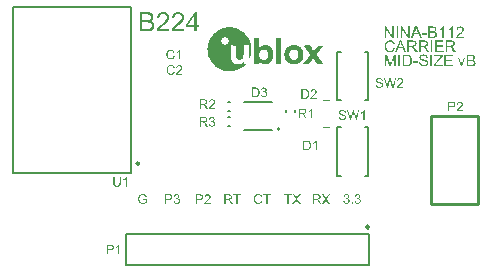
<source format=gto>
G04*
G04 #@! TF.GenerationSoftware,Altium Limited,Altium Designer,21.6.4 (81)*
G04*
G04 Layer_Color=65535*
%FSLAX44Y44*%
%MOMM*%
G71*
G04*
G04 #@! TF.SameCoordinates,EAB3D259-4ACE-4868-9577-5A2B5B6BA7EE*
G04*
G04*
G04 #@! TF.FilePolarity,Positive*
G04*
G01*
G75*
%ADD10C,0.2540*%
%ADD11C,0.1270*%
%ADD12C,0.1500*%
%ADD13C,0.2000*%
%ADD14C,0.1016*%
G36*
X351566Y195951D02*
X347879D01*
Y197155D01*
X351566D01*
Y195951D01*
D02*
G37*
G36*
X337269Y193032D02*
X335939D01*
X330839Y200672D01*
Y193032D01*
X329600D01*
Y202769D01*
X330923D01*
X336031Y195121D01*
Y202769D01*
X337269D01*
Y193032D01*
D02*
G37*
G36*
X323669D02*
X322339D01*
X317238Y200672D01*
Y193032D01*
X316000D01*
Y202769D01*
X317323D01*
X322431Y195121D01*
Y202769D01*
X323669D01*
Y193032D01*
D02*
G37*
G36*
X380110Y202797D02*
X380209Y202790D01*
X380328Y202783D01*
X380462Y202762D01*
X380617Y202741D01*
X380779Y202706D01*
X380955Y202663D01*
X381130Y202614D01*
X381320Y202551D01*
X381503Y202474D01*
X381686Y202382D01*
X381862Y202284D01*
X382031Y202164D01*
X382193Y202023D01*
X382200Y202016D01*
X382228Y201988D01*
X382270Y201946D01*
X382319Y201883D01*
X382383Y201812D01*
X382453Y201721D01*
X382531Y201615D01*
X382608Y201496D01*
X382678Y201362D01*
X382756Y201214D01*
X382826Y201052D01*
X382889Y200884D01*
X382939Y200700D01*
X382981Y200511D01*
X383009Y200306D01*
X383016Y200096D01*
Y200088D01*
Y200067D01*
Y200039D01*
Y199997D01*
X383009Y199941D01*
X383002Y199884D01*
X382995Y199814D01*
X382988Y199737D01*
X382960Y199561D01*
X382918Y199364D01*
X382854Y199160D01*
X382777Y198949D01*
Y198942D01*
X382763Y198920D01*
X382749Y198892D01*
X382728Y198850D01*
X382706Y198801D01*
X382671Y198738D01*
X382636Y198667D01*
X382587Y198590D01*
X382537Y198505D01*
X382481Y198414D01*
X382341Y198210D01*
X382263Y198104D01*
X382179Y197992D01*
X382080Y197879D01*
X381982Y197760D01*
X381975Y197752D01*
X381954Y197731D01*
X381925Y197696D01*
X381876Y197647D01*
X381813Y197584D01*
X381735Y197506D01*
X381651Y197415D01*
X381545Y197309D01*
X381426Y197197D01*
X381285Y197070D01*
X381137Y196929D01*
X380969Y196775D01*
X380786Y196613D01*
X380589Y196437D01*
X380370Y196247D01*
X380138Y196050D01*
X380124Y196043D01*
X380089Y196008D01*
X380040Y195965D01*
X379969Y195902D01*
X379878Y195832D01*
X379786Y195747D01*
X379681Y195656D01*
X379568Y195557D01*
X379329Y195353D01*
X379217Y195248D01*
X379104Y195149D01*
X378998Y195051D01*
X378907Y194966D01*
X378823Y194889D01*
X378759Y194819D01*
X378745Y194804D01*
X378710Y194762D01*
X378654Y194699D01*
X378583Y194622D01*
X378506Y194523D01*
X378422Y194418D01*
X378337Y194298D01*
X378260Y194178D01*
X383030D01*
Y193032D01*
X376599D01*
Y193039D01*
Y193053D01*
Y193074D01*
Y193102D01*
Y193144D01*
X376606Y193186D01*
X376613Y193299D01*
X376628Y193419D01*
X376649Y193559D01*
X376684Y193707D01*
X376733Y193855D01*
Y193862D01*
X376747Y193883D01*
X376761Y193918D01*
X376782Y193967D01*
X376803Y194031D01*
X376838Y194101D01*
X376881Y194178D01*
X376923Y194263D01*
X376972Y194361D01*
X377035Y194460D01*
X377169Y194678D01*
X377331Y194910D01*
X377521Y195149D01*
X377528Y195156D01*
X377549Y195177D01*
X377577Y195213D01*
X377620Y195262D01*
X377676Y195325D01*
X377746Y195396D01*
X377824Y195480D01*
X377922Y195571D01*
X378028Y195677D01*
X378140Y195790D01*
X378267Y195909D01*
X378408Y196043D01*
X378562Y196176D01*
X378724Y196317D01*
X378900Y196465D01*
X379083Y196620D01*
X379090Y196627D01*
X379104Y196634D01*
X379125Y196655D01*
X379153Y196676D01*
X379188Y196711D01*
X379231Y196746D01*
X379336Y196838D01*
X379470Y196943D01*
X379611Y197077D01*
X379772Y197218D01*
X379941Y197373D01*
X380124Y197534D01*
X380300Y197703D01*
X380483Y197872D01*
X380652Y198048D01*
X380821Y198217D01*
X380969Y198379D01*
X381109Y198540D01*
X381222Y198688D01*
X381229Y198695D01*
X381243Y198724D01*
X381271Y198766D01*
X381313Y198815D01*
X381356Y198885D01*
X381398Y198963D01*
X381454Y199054D01*
X381503Y199153D01*
X381553Y199258D01*
X381609Y199371D01*
X381700Y199617D01*
X381735Y199744D01*
X381764Y199870D01*
X381778Y199997D01*
X381785Y200124D01*
Y200131D01*
Y200159D01*
Y200194D01*
X381778Y200243D01*
X381771Y200306D01*
X381757Y200377D01*
X381743Y200454D01*
X381721Y200539D01*
X381693Y200630D01*
X381658Y200729D01*
X381616Y200827D01*
X381567Y200926D01*
X381510Y201031D01*
X381440Y201130D01*
X381363Y201228D01*
X381271Y201320D01*
X381264Y201327D01*
X381250Y201341D01*
X381222Y201362D01*
X381180Y201397D01*
X381130Y201432D01*
X381067Y201474D01*
X380997Y201524D01*
X380919Y201566D01*
X380828Y201615D01*
X380729Y201657D01*
X380617Y201700D01*
X380504Y201735D01*
X380378Y201770D01*
X380244Y201791D01*
X380103Y201805D01*
X379955Y201812D01*
X379871D01*
X379815Y201805D01*
X379737Y201798D01*
X379653Y201784D01*
X379561Y201770D01*
X379456Y201749D01*
X379350Y201721D01*
X379238Y201686D01*
X379125Y201643D01*
X379006Y201594D01*
X378893Y201531D01*
X378780Y201460D01*
X378668Y201383D01*
X378569Y201292D01*
X378562Y201285D01*
X378548Y201270D01*
X378520Y201235D01*
X378492Y201200D01*
X378450Y201144D01*
X378408Y201080D01*
X378358Y201003D01*
X378316Y200919D01*
X378267Y200827D01*
X378218Y200715D01*
X378175Y200602D01*
X378133Y200475D01*
X378105Y200335D01*
X378077Y200187D01*
X378063Y200032D01*
X378056Y199863D01*
X376824Y199990D01*
Y199997D01*
Y200004D01*
X376832Y200025D01*
Y200053D01*
X376838Y200124D01*
X376860Y200215D01*
X376881Y200328D01*
X376909Y200461D01*
X376944Y200609D01*
X376986Y200764D01*
X377043Y200933D01*
X377106Y201102D01*
X377183Y201278D01*
X377275Y201453D01*
X377373Y201622D01*
X377493Y201784D01*
X377620Y201939D01*
X377767Y202080D01*
X377774Y202087D01*
X377802Y202108D01*
X377852Y202150D01*
X377915Y202192D01*
X377999Y202248D01*
X378098Y202312D01*
X378218Y202375D01*
X378351Y202445D01*
X378506Y202509D01*
X378668Y202572D01*
X378851Y202635D01*
X379048Y202692D01*
X379259Y202741D01*
X379484Y202776D01*
X379723Y202797D01*
X379977Y202804D01*
X380040D01*
X380110Y202797D01*
D02*
G37*
G36*
X373686Y193032D02*
X372490D01*
Y200644D01*
X372483Y200637D01*
X372469Y200623D01*
X372448Y200602D01*
X372413Y200574D01*
X372371Y200539D01*
X372314Y200490D01*
X372251Y200440D01*
X372188Y200384D01*
X372103Y200328D01*
X372019Y200257D01*
X371928Y200194D01*
X371829Y200117D01*
X371716Y200046D01*
X371604Y199969D01*
X371351Y199814D01*
X371344Y199807D01*
X371323Y199793D01*
X371280Y199772D01*
X371231Y199751D01*
X371175Y199715D01*
X371104Y199673D01*
X371020Y199631D01*
X370936Y199582D01*
X370738Y199483D01*
X370527Y199385D01*
X370309Y199286D01*
X370098Y199202D01*
Y200356D01*
X370112Y200363D01*
X370140Y200377D01*
X370197Y200405D01*
X370267Y200440D01*
X370351Y200482D01*
X370457Y200539D01*
X370570Y200602D01*
X370689Y200672D01*
X370823Y200757D01*
X370964Y200841D01*
X371259Y201038D01*
X371562Y201256D01*
X371850Y201496D01*
X371857Y201503D01*
X371885Y201524D01*
X371921Y201559D01*
X371970Y201608D01*
X372033Y201672D01*
X372103Y201742D01*
X372181Y201826D01*
X372265Y201911D01*
X372350Y202009D01*
X372441Y202115D01*
X372617Y202333D01*
X372779Y202565D01*
X372849Y202685D01*
X372913Y202804D01*
X373686D01*
Y193032D01*
D02*
G37*
G36*
X366123D02*
X364927D01*
Y200644D01*
X364920Y200637D01*
X364906Y200623D01*
X364885Y200602D01*
X364850Y200574D01*
X364807Y200539D01*
X364751Y200490D01*
X364688Y200440D01*
X364624Y200384D01*
X364540Y200328D01*
X364455Y200257D01*
X364364Y200194D01*
X364266Y200117D01*
X364153Y200046D01*
X364040Y199969D01*
X363787Y199814D01*
X363780Y199807D01*
X363759Y199793D01*
X363717Y199772D01*
X363667Y199751D01*
X363611Y199715D01*
X363541Y199673D01*
X363456Y199631D01*
X363372Y199582D01*
X363175Y199483D01*
X362964Y199385D01*
X362746Y199286D01*
X362535Y199202D01*
Y200356D01*
X362549Y200363D01*
X362577Y200377D01*
X362633Y200405D01*
X362704Y200440D01*
X362788Y200482D01*
X362894Y200539D01*
X363006Y200602D01*
X363126Y200672D01*
X363259Y200757D01*
X363400Y200841D01*
X363696Y201038D01*
X363998Y201256D01*
X364287Y201496D01*
X364294Y201503D01*
X364322Y201524D01*
X364357Y201559D01*
X364406Y201608D01*
X364470Y201672D01*
X364540Y201742D01*
X364617Y201826D01*
X364702Y201911D01*
X364786Y202009D01*
X364878Y202115D01*
X365054Y202333D01*
X365215Y202565D01*
X365286Y202685D01*
X365349Y202804D01*
X366123D01*
Y193032D01*
D02*
G37*
G36*
X356815Y202762D02*
X356913D01*
X357019Y202755D01*
X357145Y202741D01*
X357272Y202734D01*
X357413Y202713D01*
X357560Y202699D01*
X357856Y202642D01*
X358152Y202565D01*
X358292Y202523D01*
X358419Y202467D01*
X358426D01*
X358447Y202453D01*
X358482Y202438D01*
X358531Y202410D01*
X358588Y202382D01*
X358651Y202340D01*
X358728Y202298D01*
X358806Y202241D01*
X358890Y202185D01*
X358975Y202115D01*
X359059Y202044D01*
X359151Y201960D01*
X359235Y201868D01*
X359319Y201777D01*
X359397Y201672D01*
X359474Y201559D01*
X359481Y201552D01*
X359488Y201531D01*
X359509Y201496D01*
X359538Y201453D01*
X359566Y201397D01*
X359594Y201327D01*
X359629Y201256D01*
X359671Y201172D01*
X359706Y201073D01*
X359742Y200975D01*
X359798Y200757D01*
X359847Y200518D01*
X359854Y200398D01*
X359861Y200271D01*
Y200264D01*
Y200243D01*
Y200208D01*
X359854Y200166D01*
Y200110D01*
X359840Y200046D01*
X359833Y199969D01*
X359819Y199891D01*
X359777Y199708D01*
X359713Y199512D01*
X359678Y199406D01*
X359629Y199307D01*
X359580Y199202D01*
X359516Y199096D01*
X359509Y199089D01*
X359502Y199075D01*
X359481Y199047D01*
X359453Y199005D01*
X359418Y198956D01*
X359376Y198906D01*
X359319Y198843D01*
X359263Y198780D01*
X359193Y198709D01*
X359122Y198639D01*
X359038Y198569D01*
X358946Y198491D01*
X358841Y198414D01*
X358735Y198344D01*
X358623Y198273D01*
X358496Y198210D01*
X358503D01*
X358538Y198196D01*
X358581Y198182D01*
X358644Y198161D01*
X358714Y198132D01*
X358799Y198097D01*
X358897Y198055D01*
X358996Y197999D01*
X359108Y197943D01*
X359221Y197879D01*
X359333Y197809D01*
X359446Y197724D01*
X359552Y197640D01*
X359664Y197542D01*
X359763Y197436D01*
X359854Y197323D01*
X359861Y197316D01*
X359875Y197295D01*
X359896Y197260D01*
X359931Y197211D01*
X359967Y197155D01*
X360009Y197084D01*
X360051Y197000D01*
X360093Y196908D01*
X360136Y196803D01*
X360185Y196690D01*
X360220Y196570D01*
X360255Y196437D01*
X360290Y196303D01*
X360311Y196155D01*
X360326Y196008D01*
X360333Y195853D01*
Y195846D01*
Y195825D01*
Y195783D01*
X360326Y195733D01*
Y195677D01*
X360318Y195607D01*
X360311Y195522D01*
X360297Y195438D01*
X360262Y195241D01*
X360206Y195023D01*
X360136Y194797D01*
X360037Y194572D01*
Y194565D01*
X360023Y194544D01*
X360009Y194516D01*
X359988Y194474D01*
X359960Y194425D01*
X359925Y194368D01*
X359840Y194242D01*
X359734Y194094D01*
X359615Y193946D01*
X359481Y193798D01*
X359326Y193672D01*
X359319D01*
X359305Y193658D01*
X359284Y193644D01*
X359249Y193622D01*
X359207Y193594D01*
X359158Y193566D01*
X359101Y193531D01*
X359038Y193496D01*
X358961Y193454D01*
X358883Y193419D01*
X358700Y193334D01*
X358496Y193264D01*
X358264Y193193D01*
X358257D01*
X358236Y193186D01*
X358201Y193179D01*
X358152Y193165D01*
X358088Y193158D01*
X358011Y193144D01*
X357926Y193130D01*
X357828Y193116D01*
X357722Y193095D01*
X357603Y193081D01*
X357469Y193067D01*
X357335Y193060D01*
X357188Y193046D01*
X357033Y193039D01*
X356864Y193032D01*
X352987D01*
Y202769D01*
X356737D01*
X356815Y202762D01*
D02*
G37*
G36*
X347478Y193032D02*
X346015D01*
X344889Y195979D01*
X340801D01*
X339739Y193032D01*
X338381D01*
X342117Y202769D01*
X343496D01*
X347478Y193032D01*
D02*
G37*
G36*
X327342D02*
X326054D01*
Y202769D01*
X327342D01*
Y193032D01*
D02*
G37*
G36*
X320735Y191077D02*
X320841Y191070D01*
X320967Y191063D01*
X321108Y191042D01*
X321270Y191021D01*
X321453Y190993D01*
X321643Y190950D01*
X321840Y190901D01*
X322044Y190845D01*
X322248Y190767D01*
X322452Y190683D01*
X322663Y190585D01*
X322860Y190472D01*
X323050Y190338D01*
X323064Y190331D01*
X323092Y190303D01*
X323148Y190261D01*
X323212Y190198D01*
X323296Y190127D01*
X323388Y190029D01*
X323486Y189923D01*
X323599Y189796D01*
X323711Y189656D01*
X323831Y189501D01*
X323943Y189325D01*
X324056Y189142D01*
X324169Y188938D01*
X324267Y188720D01*
X324366Y188488D01*
X324443Y188242D01*
X323176Y187946D01*
X323170Y187960D01*
X323162Y187995D01*
X323141Y188044D01*
X323113Y188122D01*
X323078Y188206D01*
X323036Y188305D01*
X322980Y188417D01*
X322923Y188537D01*
X322860Y188664D01*
X322783Y188790D01*
X322705Y188917D01*
X322614Y189051D01*
X322515Y189170D01*
X322417Y189290D01*
X322304Y189395D01*
X322184Y189494D01*
X322177Y189501D01*
X322156Y189515D01*
X322121Y189536D01*
X322072Y189571D01*
X322009Y189606D01*
X321931Y189649D01*
X321840Y189691D01*
X321741Y189740D01*
X321629Y189782D01*
X321509Y189825D01*
X321375Y189867D01*
X321235Y189902D01*
X321080Y189937D01*
X320918Y189958D01*
X320749Y189972D01*
X320566Y189979D01*
X320461D01*
X320383Y189972D01*
X320285Y189965D01*
X320172Y189951D01*
X320046Y189937D01*
X319912Y189909D01*
X319764Y189881D01*
X319616Y189846D01*
X319462Y189804D01*
X319300Y189754D01*
X319145Y189691D01*
X318990Y189613D01*
X318835Y189536D01*
X318688Y189438D01*
X318681Y189431D01*
X318652Y189417D01*
X318617Y189381D01*
X318568Y189339D01*
X318505Y189283D01*
X318434Y189219D01*
X318357Y189142D01*
X318272Y189058D01*
X318188Y188959D01*
X318097Y188854D01*
X318012Y188734D01*
X317928Y188600D01*
X317843Y188467D01*
X317766Y188319D01*
X317696Y188164D01*
X317632Y187995D01*
Y187988D01*
X317618Y187953D01*
X317604Y187904D01*
X317583Y187840D01*
X317562Y187756D01*
X317534Y187658D01*
X317513Y187545D01*
X317484Y187418D01*
X317456Y187285D01*
X317428Y187137D01*
X317400Y186982D01*
X317379Y186820D01*
X317344Y186483D01*
X317337Y186307D01*
X317330Y186124D01*
Y186110D01*
Y186068D01*
Y186004D01*
X317337Y185913D01*
X317344Y185807D01*
X317351Y185681D01*
X317358Y185540D01*
X317372Y185392D01*
X317393Y185223D01*
X317414Y185047D01*
X317484Y184688D01*
X317520Y184499D01*
X317569Y184316D01*
X317625Y184133D01*
X317689Y183957D01*
X317696Y183950D01*
X317703Y183915D01*
X317724Y183872D01*
X317759Y183809D01*
X317794Y183732D01*
X317843Y183640D01*
X317900Y183542D01*
X317963Y183436D01*
X318040Y183330D01*
X318125Y183218D01*
X318216Y183098D01*
X318315Y182986D01*
X318427Y182873D01*
X318547Y182768D01*
X318674Y182669D01*
X318814Y182578D01*
X318821Y182571D01*
X318850Y182557D01*
X318892Y182535D01*
X318948Y182507D01*
X319018Y182472D01*
X319103Y182430D01*
X319201Y182395D01*
X319307Y182353D01*
X319426Y182303D01*
X319553Y182268D01*
X319694Y182226D01*
X319834Y182191D01*
X319989Y182163D01*
X320144Y182141D01*
X320306Y182127D01*
X320468Y182120D01*
X320517D01*
X320573Y182127D01*
X320651D01*
X320742Y182141D01*
X320848Y182156D01*
X320974Y182170D01*
X321101Y182198D01*
X321242Y182233D01*
X321389Y182275D01*
X321544Y182324D01*
X321699Y182381D01*
X321854Y182451D01*
X322009Y182535D01*
X322156Y182634D01*
X322304Y182740D01*
X322311Y182747D01*
X322339Y182768D01*
X322374Y182803D01*
X322424Y182859D01*
X322487Y182922D01*
X322557Y183000D01*
X322635Y183098D01*
X322712Y183204D01*
X322797Y183330D01*
X322881Y183464D01*
X322972Y183619D01*
X323050Y183788D01*
X323134Y183964D01*
X323205Y184161D01*
X323268Y184365D01*
X323324Y184590D01*
X324612Y184266D01*
Y184259D01*
X324605Y184245D01*
X324598Y184224D01*
X324591Y184196D01*
X324584Y184161D01*
X324570Y184111D01*
X324534Y184006D01*
X324485Y183872D01*
X324429Y183724D01*
X324358Y183556D01*
X324274Y183373D01*
X324183Y183176D01*
X324077Y182979D01*
X323957Y182782D01*
X323824Y182578D01*
X323676Y182381D01*
X323514Y182191D01*
X323338Y182015D01*
X323148Y181846D01*
X323134Y181839D01*
X323099Y181811D01*
X323043Y181769D01*
X322958Y181719D01*
X322860Y181656D01*
X322733Y181586D01*
X322593Y181508D01*
X322431Y181431D01*
X322255Y181353D01*
X322058Y181276D01*
X321847Y181206D01*
X321622Y181142D01*
X321375Y181093D01*
X321122Y181051D01*
X320855Y181023D01*
X320573Y181016D01*
X320468D01*
X320419Y181023D01*
X320313D01*
X320179Y181037D01*
X320024Y181051D01*
X319849Y181072D01*
X319666Y181093D01*
X319462Y181128D01*
X319258Y181171D01*
X319039Y181227D01*
X318828Y181283D01*
X318617Y181360D01*
X318406Y181445D01*
X318202Y181544D01*
X318012Y181656D01*
X317998Y181663D01*
X317970Y181684D01*
X317921Y181726D01*
X317850Y181776D01*
X317766Y181839D01*
X317675Y181923D01*
X317569Y182015D01*
X317456Y182127D01*
X317337Y182254D01*
X317217Y182388D01*
X317090Y182542D01*
X316964Y182704D01*
X316844Y182887D01*
X316725Y183077D01*
X316612Y183288D01*
X316514Y183506D01*
Y183514D01*
X316507Y183521D01*
X316493Y183563D01*
X316464Y183626D01*
X316436Y183717D01*
X316394Y183830D01*
X316352Y183964D01*
X316303Y184119D01*
X316260Y184287D01*
X316211Y184477D01*
X316162Y184681D01*
X316120Y184893D01*
X316077Y185125D01*
X316049Y185357D01*
X316021Y185603D01*
X316007Y185856D01*
X316000Y186117D01*
Y186124D01*
Y186138D01*
Y186159D01*
Y186187D01*
Y186222D01*
X316007Y186264D01*
Y186370D01*
X316021Y186504D01*
X316028Y186658D01*
X316049Y186834D01*
X316070Y187024D01*
X316105Y187221D01*
X316141Y187432D01*
X316190Y187658D01*
X316246Y187883D01*
X316310Y188108D01*
X316387Y188333D01*
X316478Y188551D01*
X316577Y188769D01*
X316584Y188783D01*
X316605Y188818D01*
X316640Y188875D01*
X316682Y188959D01*
X316746Y189051D01*
X316816Y189156D01*
X316908Y189283D01*
X317006Y189410D01*
X317112Y189543D01*
X317238Y189691D01*
X317372Y189832D01*
X317520Y189972D01*
X317682Y190113D01*
X317850Y190247D01*
X318033Y190373D01*
X318230Y190493D01*
X318244Y190500D01*
X318280Y190521D01*
X318336Y190549D01*
X318420Y190585D01*
X318519Y190634D01*
X318638Y190683D01*
X318779Y190732D01*
X318927Y190788D01*
X319096Y190845D01*
X319279Y190894D01*
X319476Y190950D01*
X319680Y190993D01*
X319898Y191028D01*
X320123Y191056D01*
X320355Y191077D01*
X320594Y191084D01*
X320693D01*
X320735Y191077D01*
D02*
G37*
G36*
X372300Y190908D02*
X372413D01*
X372540Y190901D01*
X372673Y190894D01*
X372828Y190880D01*
X372983Y190866D01*
X373145Y190852D01*
X373475Y190803D01*
X373630Y190774D01*
X373785Y190739D01*
X373933Y190697D01*
X374066Y190648D01*
X374073D01*
X374095Y190634D01*
X374130Y190620D01*
X374179Y190599D01*
X374235Y190570D01*
X374299Y190528D01*
X374376Y190486D01*
X374453Y190437D01*
X374538Y190373D01*
X374629Y190310D01*
X374721Y190233D01*
X374812Y190148D01*
X374897Y190050D01*
X374988Y189951D01*
X375073Y189839D01*
X375150Y189719D01*
X375157Y189712D01*
X375171Y189691D01*
X375185Y189656D01*
X375213Y189606D01*
X375241Y189543D01*
X375277Y189466D01*
X375319Y189381D01*
X375354Y189290D01*
X375389Y189184D01*
X375431Y189072D01*
X375467Y188952D01*
X375495Y188825D01*
X375523Y188692D01*
X375544Y188551D01*
X375551Y188403D01*
X375558Y188256D01*
Y188242D01*
Y188213D01*
X375551Y188157D01*
Y188080D01*
X375537Y187995D01*
X375523Y187890D01*
X375502Y187777D01*
X375474Y187651D01*
X375438Y187517D01*
X375396Y187376D01*
X375340Y187228D01*
X375277Y187081D01*
X375199Y186933D01*
X375108Y186792D01*
X375002Y186644D01*
X374883Y186511D01*
X374876Y186504D01*
X374854Y186483D01*
X374812Y186447D01*
X374756Y186398D01*
X374686Y186342D01*
X374594Y186278D01*
X374496Y186208D01*
X374376Y186131D01*
X374235Y186053D01*
X374087Y185976D01*
X373912Y185906D01*
X373729Y185828D01*
X373525Y185765D01*
X373307Y185702D01*
X373067Y185652D01*
X372814Y185610D01*
X372821D01*
X372835Y185596D01*
X372863Y185589D01*
X372898Y185568D01*
X372941Y185547D01*
X372990Y185519D01*
X373102Y185455D01*
X373229Y185385D01*
X373356Y185301D01*
X373475Y185216D01*
X373588Y185125D01*
X373595Y185118D01*
X373616Y185104D01*
X373644Y185068D01*
X373686Y185033D01*
X373736Y184977D01*
X373792Y184921D01*
X373862Y184850D01*
X373933Y184766D01*
X374010Y184674D01*
X374095Y184576D01*
X374186Y184470D01*
X374277Y184358D01*
X374369Y184231D01*
X374468Y184104D01*
X374657Y183823D01*
X376339Y181178D01*
X374728D01*
X373440Y183204D01*
X373433Y183211D01*
X373412Y183239D01*
X373384Y183288D01*
X373349Y183345D01*
X373299Y183422D01*
X373243Y183506D01*
X373180Y183598D01*
X373117Y183696D01*
X372969Y183915D01*
X372814Y184140D01*
X372659Y184351D01*
X372582Y184449D01*
X372511Y184541D01*
X372505Y184548D01*
X372497Y184562D01*
X372476Y184583D01*
X372448Y184618D01*
X372378Y184702D01*
X372293Y184801D01*
X372188Y184907D01*
X372082Y185019D01*
X371970Y185118D01*
X371857Y185195D01*
X371843Y185202D01*
X371808Y185223D01*
X371752Y185258D01*
X371674Y185294D01*
X371590Y185336D01*
X371491Y185385D01*
X371386Y185420D01*
X371273Y185455D01*
X371266D01*
X371231Y185462D01*
X371175Y185469D01*
X371104Y185483D01*
X371006Y185490D01*
X370879Y185498D01*
X370732Y185505D01*
X369064D01*
Y181178D01*
X367776D01*
Y190915D01*
X372216D01*
X372300Y190908D01*
D02*
G37*
G36*
X365750Y189768D02*
X360002D01*
Y186785D01*
X365384D01*
Y185638D01*
X360002D01*
Y182324D01*
X365975D01*
Y181178D01*
X358714D01*
Y190915D01*
X365750D01*
Y189768D01*
D02*
G37*
G36*
X356414Y181178D02*
X355126D01*
Y190915D01*
X356414D01*
Y181178D01*
D02*
G37*
G36*
X349631Y190908D02*
X349744D01*
X349870Y190901D01*
X350004Y190894D01*
X350159Y190880D01*
X350314Y190866D01*
X350475Y190852D01*
X350806Y190803D01*
X350961Y190774D01*
X351116Y190739D01*
X351263Y190697D01*
X351397Y190648D01*
X351404D01*
X351425Y190634D01*
X351460Y190620D01*
X351510Y190599D01*
X351566Y190570D01*
X351629Y190528D01*
X351707Y190486D01*
X351784Y190437D01*
X351869Y190373D01*
X351960Y190310D01*
X352051Y190233D01*
X352143Y190148D01*
X352227Y190050D01*
X352319Y189951D01*
X352403Y189839D01*
X352481Y189719D01*
X352488Y189712D01*
X352502Y189691D01*
X352516Y189656D01*
X352544Y189606D01*
X352572Y189543D01*
X352607Y189466D01*
X352649Y189381D01*
X352685Y189290D01*
X352720Y189184D01*
X352762Y189072D01*
X352797Y188952D01*
X352825Y188825D01*
X352854Y188692D01*
X352875Y188551D01*
X352882Y188403D01*
X352889Y188256D01*
Y188242D01*
Y188213D01*
X352882Y188157D01*
Y188080D01*
X352868Y187995D01*
X352854Y187890D01*
X352832Y187777D01*
X352804Y187651D01*
X352769Y187517D01*
X352727Y187376D01*
X352671Y187228D01*
X352607Y187081D01*
X352530Y186933D01*
X352438Y186792D01*
X352333Y186644D01*
X352213Y186511D01*
X352206Y186504D01*
X352185Y186483D01*
X352143Y186447D01*
X352087Y186398D01*
X352016Y186342D01*
X351925Y186278D01*
X351826Y186208D01*
X351707Y186131D01*
X351566Y186053D01*
X351418Y185976D01*
X351242Y185906D01*
X351059Y185828D01*
X350855Y185765D01*
X350637Y185702D01*
X350398Y185652D01*
X350145Y185610D01*
X350152D01*
X350166Y185596D01*
X350194Y185589D01*
X350229Y185568D01*
X350271Y185547D01*
X350321Y185519D01*
X350433Y185455D01*
X350560Y185385D01*
X350686Y185301D01*
X350806Y185216D01*
X350919Y185125D01*
X350926Y185118D01*
X350947Y185104D01*
X350975Y185068D01*
X351017Y185033D01*
X351066Y184977D01*
X351123Y184921D01*
X351193Y184850D01*
X351263Y184766D01*
X351341Y184674D01*
X351425Y184576D01*
X351517Y184470D01*
X351608Y184358D01*
X351700Y184231D01*
X351798Y184104D01*
X351988Y183823D01*
X353670Y181178D01*
X352058D01*
X350771Y183204D01*
X350764Y183211D01*
X350743Y183239D01*
X350715Y183288D01*
X350679Y183345D01*
X350630Y183422D01*
X350574Y183506D01*
X350511Y183598D01*
X350447Y183696D01*
X350299Y183915D01*
X350145Y184140D01*
X349990Y184351D01*
X349912Y184449D01*
X349842Y184541D01*
X349835Y184548D01*
X349828Y184562D01*
X349807Y184583D01*
X349779Y184618D01*
X349709Y184702D01*
X349624Y184801D01*
X349519Y184907D01*
X349413Y185019D01*
X349300Y185118D01*
X349188Y185195D01*
X349174Y185202D01*
X349139Y185223D01*
X349082Y185258D01*
X349005Y185294D01*
X348921Y185336D01*
X348822Y185385D01*
X348716Y185420D01*
X348604Y185455D01*
X348597D01*
X348562Y185462D01*
X348505Y185469D01*
X348435Y185483D01*
X348336Y185490D01*
X348210Y185498D01*
X348062Y185505D01*
X346395D01*
Y181178D01*
X345107D01*
Y190915D01*
X349547D01*
X349631Y190908D01*
D02*
G37*
G36*
X339809D02*
X339922D01*
X340048Y190901D01*
X340182Y190894D01*
X340337Y190880D01*
X340492Y190866D01*
X340653Y190852D01*
X340984Y190803D01*
X341139Y190774D01*
X341294Y190739D01*
X341441Y190697D01*
X341575Y190648D01*
X341582D01*
X341603Y190634D01*
X341638Y190620D01*
X341688Y190599D01*
X341744Y190570D01*
X341807Y190528D01*
X341885Y190486D01*
X341962Y190437D01*
X342047Y190373D01*
X342138Y190310D01*
X342229Y190233D01*
X342321Y190148D01*
X342405Y190050D01*
X342497Y189951D01*
X342581Y189839D01*
X342659Y189719D01*
X342666Y189712D01*
X342680Y189691D01*
X342694Y189656D01*
X342722Y189606D01*
X342750Y189543D01*
X342785Y189466D01*
X342827Y189381D01*
X342863Y189290D01*
X342898Y189184D01*
X342940Y189072D01*
X342975Y188952D01*
X343003Y188825D01*
X343032Y188692D01*
X343053Y188551D01*
X343060Y188403D01*
X343067Y188256D01*
Y188242D01*
Y188213D01*
X343060Y188157D01*
Y188080D01*
X343046Y187995D01*
X343032Y187890D01*
X343010Y187777D01*
X342982Y187651D01*
X342947Y187517D01*
X342905Y187376D01*
X342849Y187228D01*
X342785Y187081D01*
X342708Y186933D01*
X342616Y186792D01*
X342511Y186644D01*
X342391Y186511D01*
X342384Y186504D01*
X342363Y186483D01*
X342321Y186447D01*
X342265Y186398D01*
X342194Y186342D01*
X342103Y186278D01*
X342004Y186208D01*
X341885Y186131D01*
X341744Y186053D01*
X341596Y185976D01*
X341420Y185906D01*
X341237Y185828D01*
X341033Y185765D01*
X340815Y185702D01*
X340576Y185652D01*
X340323Y185610D01*
X340330D01*
X340344Y185596D01*
X340372Y185589D01*
X340407Y185568D01*
X340449Y185547D01*
X340499Y185519D01*
X340611Y185455D01*
X340738Y185385D01*
X340864Y185301D01*
X340984Y185216D01*
X341097Y185125D01*
X341104Y185118D01*
X341125Y185104D01*
X341153Y185068D01*
X341195Y185033D01*
X341244Y184977D01*
X341301Y184921D01*
X341371Y184850D01*
X341441Y184766D01*
X341519Y184674D01*
X341603Y184576D01*
X341695Y184470D01*
X341786Y184358D01*
X341878Y184231D01*
X341976Y184104D01*
X342166Y183823D01*
X343848Y181178D01*
X342237D01*
X340949Y183204D01*
X340942Y183211D01*
X340921Y183239D01*
X340893Y183288D01*
X340858Y183345D01*
X340808Y183422D01*
X340752Y183506D01*
X340689Y183598D01*
X340625Y183696D01*
X340477Y183915D01*
X340323Y184140D01*
X340168Y184351D01*
X340091Y184449D01*
X340020Y184541D01*
X340013Y184548D01*
X340006Y184562D01*
X339985Y184583D01*
X339957Y184618D01*
X339887Y184702D01*
X339802Y184801D01*
X339697Y184907D01*
X339591Y185019D01*
X339478Y185118D01*
X339366Y185195D01*
X339352Y185202D01*
X339317Y185223D01*
X339260Y185258D01*
X339183Y185294D01*
X339099Y185336D01*
X339000Y185385D01*
X338895Y185420D01*
X338782Y185455D01*
X338775D01*
X338740Y185462D01*
X338683Y185469D01*
X338613Y185483D01*
X338515Y185490D01*
X338388Y185498D01*
X338240Y185505D01*
X336573D01*
Y181178D01*
X335285D01*
Y190915D01*
X339725D01*
X339809Y190908D01*
D02*
G37*
G36*
X334237Y181178D02*
X332773D01*
X331648Y184126D01*
X327560D01*
X326497Y181178D01*
X325140D01*
X328876Y190915D01*
X330255D01*
X334237Y181178D01*
D02*
G37*
G36*
X349040Y179061D02*
X349132D01*
X349244Y179047D01*
X349364Y179040D01*
X349505Y179026D01*
X349645Y179005D01*
X349800Y178984D01*
X350117Y178920D01*
X350285Y178878D01*
X350447Y178836D01*
X350609Y178780D01*
X350764Y178717D01*
X350771Y178709D01*
X350799Y178702D01*
X350841Y178681D01*
X350897Y178653D01*
X350968Y178618D01*
X351045Y178569D01*
X351137Y178519D01*
X351228Y178456D01*
X351334Y178393D01*
X351432Y178315D01*
X351538Y178231D01*
X351643Y178139D01*
X351749Y178041D01*
X351847Y177928D01*
X351946Y177816D01*
X352030Y177689D01*
X352037Y177682D01*
X352051Y177661D01*
X352072Y177619D01*
X352101Y177570D01*
X352136Y177506D01*
X352178Y177429D01*
X352213Y177344D01*
X352262Y177246D01*
X352305Y177140D01*
X352347Y177021D01*
X352389Y176894D01*
X352424Y176761D01*
X352459Y176620D01*
X352488Y176472D01*
X352502Y176317D01*
X352516Y176162D01*
X351278Y176071D01*
Y176085D01*
X351270Y176113D01*
X351263Y176162D01*
X351249Y176226D01*
X351235Y176296D01*
X351214Y176388D01*
X351186Y176486D01*
X351151Y176592D01*
X351116Y176704D01*
X351066Y176817D01*
X351010Y176929D01*
X350947Y177049D01*
X350876Y177162D01*
X350792Y177267D01*
X350700Y177373D01*
X350602Y177464D01*
X350595Y177471D01*
X350574Y177485D01*
X350546Y177506D01*
X350496Y177542D01*
X350433Y177577D01*
X350363Y177612D01*
X350278Y177654D01*
X350180Y177703D01*
X350067Y177745D01*
X349941Y177788D01*
X349800Y177823D01*
X349652Y177865D01*
X349483Y177893D01*
X349308Y177914D01*
X349118Y177928D01*
X348913Y177936D01*
X348801D01*
X348723Y177928D01*
X348625Y177921D01*
X348519Y177914D01*
X348393Y177900D01*
X348266Y177879D01*
X347985Y177830D01*
X347844Y177795D01*
X347703Y177753D01*
X347570Y177703D01*
X347436Y177647D01*
X347316Y177584D01*
X347211Y177506D01*
X347204Y177499D01*
X347190Y177485D01*
X347161Y177464D01*
X347126Y177429D01*
X347091Y177387D01*
X347042Y177337D01*
X347000Y177281D01*
X346950Y177218D01*
X346901Y177148D01*
X346852Y177063D01*
X346768Y176887D01*
X346732Y176796D01*
X346704Y176690D01*
X346690Y176585D01*
X346683Y176472D01*
Y176465D01*
Y176451D01*
Y176423D01*
X346690Y176388D01*
X346697Y176338D01*
X346704Y176289D01*
X346732Y176169D01*
X346775Y176029D01*
X346838Y175888D01*
X346880Y175811D01*
X346936Y175740D01*
X346993Y175670D01*
X347056Y175607D01*
X347063Y175600D01*
X347077Y175593D01*
X347098Y175571D01*
X347140Y175550D01*
X347190Y175515D01*
X347260Y175480D01*
X347337Y175438D01*
X347436Y175389D01*
X347556Y175339D01*
X347689Y175283D01*
X347851Y175227D01*
X348027Y175163D01*
X348231Y175100D01*
X348456Y175037D01*
X348709Y174973D01*
X348991Y174903D01*
X348998D01*
X349012Y174896D01*
X349033D01*
X349061Y174889D01*
X349096Y174882D01*
X349139Y174868D01*
X349244Y174847D01*
X349371Y174812D01*
X349519Y174776D01*
X349680Y174741D01*
X349849Y174692D01*
X350208Y174601D01*
X350384Y174551D01*
X350560Y174495D01*
X350729Y174446D01*
X350883Y174389D01*
X351024Y174340D01*
X351144Y174291D01*
X351151Y174284D01*
X351179Y174270D01*
X351228Y174249D01*
X351284Y174221D01*
X351355Y174178D01*
X351432Y174136D01*
X351524Y174080D01*
X351622Y174016D01*
X351721Y173953D01*
X351826Y173876D01*
X352037Y173707D01*
X352234Y173510D01*
X352319Y173404D01*
X352403Y173292D01*
X352410Y173285D01*
X352424Y173264D01*
X352438Y173228D01*
X352467Y173186D01*
X352495Y173130D01*
X352530Y173060D01*
X352572Y172982D01*
X352607Y172898D01*
X352642Y172799D01*
X352685Y172694D01*
X352720Y172581D01*
X352748Y172455D01*
X352776Y172328D01*
X352797Y172194D01*
X352804Y172061D01*
X352811Y171913D01*
Y171906D01*
Y171878D01*
Y171835D01*
X352804Y171779D01*
X352797Y171709D01*
X352790Y171631D01*
X352776Y171540D01*
X352755Y171434D01*
X352734Y171329D01*
X352699Y171209D01*
X352663Y171090D01*
X352621Y170963D01*
X352572Y170836D01*
X352509Y170703D01*
X352438Y170576D01*
X352361Y170442D01*
X352354Y170435D01*
X352340Y170414D01*
X352312Y170379D01*
X352277Y170330D01*
X352234Y170273D01*
X352178Y170203D01*
X352115Y170133D01*
X352037Y170055D01*
X351953Y169971D01*
X351854Y169886D01*
X351749Y169795D01*
X351636Y169704D01*
X351517Y169619D01*
X351383Y169535D01*
X351242Y169457D01*
X351087Y169380D01*
X351081Y169373D01*
X351052Y169366D01*
X351003Y169345D01*
X350940Y169324D01*
X350862Y169296D01*
X350771Y169260D01*
X350665Y169225D01*
X350546Y169190D01*
X350412Y169155D01*
X350264Y169120D01*
X350109Y169091D01*
X349948Y169056D01*
X349779Y169035D01*
X349596Y169014D01*
X349406Y169007D01*
X349216Y169000D01*
X349089D01*
X348998Y169007D01*
X348885Y169014D01*
X348752Y169021D01*
X348604Y169035D01*
X348442Y169049D01*
X348273Y169070D01*
X348097Y169091D01*
X347724Y169162D01*
X347534Y169204D01*
X347351Y169253D01*
X347169Y169317D01*
X347000Y169380D01*
X346993Y169387D01*
X346958Y169401D01*
X346915Y169422D01*
X346852Y169450D01*
X346775Y169492D01*
X346690Y169542D01*
X346592Y169605D01*
X346493Y169668D01*
X346381Y169746D01*
X346268Y169830D01*
X346148Y169929D01*
X346036Y170034D01*
X345916Y170147D01*
X345804Y170266D01*
X345698Y170400D01*
X345600Y170541D01*
X345593Y170548D01*
X345578Y170576D01*
X345550Y170618D01*
X345522Y170674D01*
X345480Y170752D01*
X345438Y170836D01*
X345388Y170935D01*
X345346Y171047D01*
X345297Y171174D01*
X345248Y171308D01*
X345206Y171455D01*
X345163Y171603D01*
X345128Y171765D01*
X345100Y171934D01*
X345079Y172110D01*
X345072Y172293D01*
X346289Y172398D01*
Y172391D01*
X346296Y172363D01*
Y172328D01*
X346310Y172279D01*
X346317Y172215D01*
X346331Y172138D01*
X346352Y172061D01*
X346373Y171969D01*
X346423Y171779D01*
X346493Y171575D01*
X346578Y171378D01*
X346683Y171188D01*
X346690Y171181D01*
X346697Y171167D01*
X346718Y171146D01*
X346746Y171111D01*
X346775Y171068D01*
X346817Y171026D01*
X346866Y170977D01*
X346922Y170921D01*
X346986Y170865D01*
X347063Y170801D01*
X347140Y170738D01*
X347232Y170674D01*
X347323Y170611D01*
X347429Y170548D01*
X347542Y170492D01*
X347661Y170435D01*
X347668D01*
X347689Y170421D01*
X347731Y170407D01*
X347781Y170393D01*
X347844Y170372D01*
X347914Y170344D01*
X348006Y170316D01*
X348097Y170295D01*
X348203Y170266D01*
X348322Y170238D01*
X348442Y170217D01*
X348576Y170189D01*
X348857Y170161D01*
X349160Y170147D01*
X349230D01*
X349286Y170154D01*
X349350D01*
X349420Y170161D01*
X349505Y170168D01*
X349596Y170175D01*
X349800Y170203D01*
X350018Y170238D01*
X350236Y170295D01*
X350454Y170365D01*
X350461D01*
X350482Y170372D01*
X350511Y170386D01*
X350546Y170407D01*
X350595Y170428D01*
X350644Y170456D01*
X350771Y170520D01*
X350905Y170604D01*
X351045Y170710D01*
X351179Y170829D01*
X351292Y170963D01*
Y170970D01*
X351306Y170984D01*
X351320Y171005D01*
X351334Y171033D01*
X351355Y171068D01*
X351383Y171111D01*
X351432Y171216D01*
X351482Y171336D01*
X351531Y171477D01*
X351559Y171638D01*
X351573Y171800D01*
Y171807D01*
Y171821D01*
Y171842D01*
X351566Y171878D01*
Y171920D01*
X351559Y171962D01*
X351538Y172075D01*
X351510Y172194D01*
X351460Y172328D01*
X351390Y172462D01*
X351299Y172595D01*
Y172602D01*
X351284Y172609D01*
X351249Y172652D01*
X351179Y172715D01*
X351137Y172757D01*
X351087Y172799D01*
X351031Y172842D01*
X350968Y172891D01*
X350897Y172940D01*
X350813Y172989D01*
X350729Y173039D01*
X350630Y173088D01*
X350532Y173130D01*
X350419Y173179D01*
X350412D01*
X350398Y173186D01*
X350377Y173193D01*
X350335Y173207D01*
X350285Y173221D01*
X350229Y173243D01*
X350152Y173264D01*
X350060Y173292D01*
X349948Y173327D01*
X349828Y173362D01*
X349687Y173397D01*
X349526Y173440D01*
X349350Y173489D01*
X349146Y173538D01*
X348927Y173594D01*
X348688Y173651D01*
X348681D01*
X348674Y173658D01*
X348653D01*
X348632Y173665D01*
X348562Y173686D01*
X348470Y173707D01*
X348365Y173735D01*
X348238Y173770D01*
X348097Y173806D01*
X347957Y173848D01*
X347647Y173939D01*
X347337Y174045D01*
X347190Y174101D01*
X347049Y174157D01*
X346929Y174207D01*
X346817Y174263D01*
X346810Y174270D01*
X346789Y174277D01*
X346754Y174298D01*
X346704Y174326D01*
X346648Y174361D01*
X346578Y174410D01*
X346507Y174460D01*
X346423Y174516D01*
X346254Y174643D01*
X346085Y174797D01*
X345916Y174973D01*
X345846Y175072D01*
X345775Y175170D01*
X345768Y175177D01*
X345761Y175199D01*
X345747Y175227D01*
X345726Y175269D01*
X345698Y175318D01*
X345670Y175375D01*
X345642Y175445D01*
X345607Y175522D01*
X345578Y175614D01*
X345543Y175705D01*
X345494Y175909D01*
X345452Y176134D01*
X345445Y176254D01*
X345438Y176381D01*
Y176388D01*
Y176416D01*
Y176451D01*
X345445Y176507D01*
X345452Y176570D01*
X345459Y176648D01*
X345473Y176732D01*
X345487Y176831D01*
X345515Y176936D01*
X345536Y177042D01*
X345571Y177155D01*
X345614Y177274D01*
X345663Y177394D01*
X345719Y177513D01*
X345783Y177640D01*
X345853Y177760D01*
X345860Y177767D01*
X345874Y177788D01*
X345895Y177823D01*
X345930Y177865D01*
X345973Y177921D01*
X346029Y177978D01*
X346092Y178048D01*
X346162Y178118D01*
X346240Y178196D01*
X346331Y178280D01*
X346430Y178358D01*
X346542Y178442D01*
X346662Y178519D01*
X346789Y178597D01*
X346922Y178667D01*
X347070Y178731D01*
X347077Y178738D01*
X347105Y178745D01*
X347147Y178759D01*
X347211Y178787D01*
X347288Y178808D01*
X347373Y178836D01*
X347478Y178871D01*
X347598Y178899D01*
X347724Y178935D01*
X347858Y178963D01*
X348006Y178991D01*
X348161Y179019D01*
X348330Y179040D01*
X348498Y179054D01*
X348674Y179061D01*
X348857Y179068D01*
X348963D01*
X349040Y179061D01*
D02*
G37*
G36*
X344031Y172082D02*
X340344D01*
Y173285D01*
X344031D01*
Y172082D01*
D02*
G37*
G36*
X325301Y169162D02*
X324056D01*
Y177309D01*
X321221Y169162D01*
X320053D01*
X317245Y177450D01*
Y169162D01*
X316000D01*
Y178899D01*
X317935D01*
X320243Y172004D01*
X320250Y171990D01*
X320257Y171962D01*
X320271Y171913D01*
X320292Y171849D01*
X320320Y171765D01*
X320348Y171674D01*
X320383Y171575D01*
X320419Y171462D01*
X320496Y171230D01*
X320573Y170991D01*
X320608Y170872D01*
X320644Y170759D01*
X320679Y170660D01*
X320707Y170562D01*
Y170569D01*
X320714Y170590D01*
X320728Y170618D01*
X320742Y170660D01*
X320756Y170717D01*
X320777Y170787D01*
X320805Y170865D01*
X320834Y170956D01*
X320869Y171061D01*
X320911Y171174D01*
X320953Y171301D01*
X320995Y171441D01*
X321052Y171596D01*
X321101Y171758D01*
X321164Y171934D01*
X321228Y172124D01*
X323563Y178899D01*
X325301D01*
Y169162D01*
D02*
G37*
G36*
X373722Y177753D02*
X367973D01*
Y174769D01*
X373356D01*
Y173622D01*
X367973D01*
Y170309D01*
X373947D01*
Y169162D01*
X366686D01*
Y178899D01*
X373722D01*
Y177753D01*
D02*
G37*
G36*
X365110D02*
X359636Y170991D01*
X359052Y170309D01*
X365272D01*
Y169162D01*
X357575D01*
Y170351D01*
X362556Y176592D01*
X362563Y176599D01*
X362577Y176620D01*
X362605Y176655D01*
X362647Y176704D01*
X362697Y176761D01*
X362746Y176831D01*
X362809Y176901D01*
X362879Y176986D01*
X363034Y177169D01*
X363203Y177358D01*
X363386Y177563D01*
X363569Y177753D01*
X358137D01*
Y178899D01*
X365110D01*
Y177753D01*
D02*
G37*
G36*
X356076Y169162D02*
X354788D01*
Y178899D01*
X356076D01*
Y169162D01*
D02*
G37*
G36*
X334779Y178892D02*
X334891D01*
X335011Y178885D01*
X335144D01*
X335426Y178864D01*
X335714Y178843D01*
X335855Y178822D01*
X335989Y178808D01*
X336115Y178787D01*
X336235Y178759D01*
X336242D01*
X336270Y178752D01*
X336312Y178738D01*
X336376Y178724D01*
X336446Y178695D01*
X336530Y178667D01*
X336622Y178639D01*
X336727Y178597D01*
X336946Y178505D01*
X337185Y178379D01*
X337424Y178238D01*
X337544Y178154D01*
X337656Y178062D01*
X337663Y178055D01*
X337691Y178034D01*
X337734Y177992D01*
X337783Y177943D01*
X337846Y177879D01*
X337924Y177802D01*
X338001Y177710D01*
X338092Y177612D01*
X338184Y177492D01*
X338275Y177366D01*
X338374Y177232D01*
X338472Y177084D01*
X338564Y176922D01*
X338648Y176761D01*
X338733Y176578D01*
X338810Y176395D01*
X338817Y176381D01*
X338824Y176345D01*
X338845Y176296D01*
X338873Y176219D01*
X338901Y176120D01*
X338930Y176008D01*
X338965Y175874D01*
X339007Y175726D01*
X339042Y175564D01*
X339077Y175382D01*
X339105Y175191D01*
X339134Y174988D01*
X339162Y174776D01*
X339183Y174551D01*
X339190Y174319D01*
X339197Y174080D01*
Y174066D01*
Y174031D01*
Y173974D01*
X339190Y173890D01*
Y173798D01*
X339183Y173686D01*
X339176Y173559D01*
X339162Y173419D01*
X339148Y173271D01*
X339134Y173109D01*
X339084Y172778D01*
X339021Y172440D01*
X338937Y172110D01*
Y172103D01*
X338923Y172075D01*
X338909Y172025D01*
X338887Y171969D01*
X338866Y171899D01*
X338831Y171814D01*
X338796Y171716D01*
X338754Y171617D01*
X338662Y171392D01*
X338543Y171153D01*
X338416Y170921D01*
X338268Y170696D01*
X338261Y170689D01*
X338247Y170674D01*
X338226Y170639D01*
X338198Y170604D01*
X338163Y170555D01*
X338114Y170499D01*
X338008Y170372D01*
X337874Y170231D01*
X337727Y170084D01*
X337558Y169943D01*
X337382Y169809D01*
X337375D01*
X337361Y169795D01*
X337332Y169781D01*
X337297Y169760D01*
X337248Y169732D01*
X337192Y169704D01*
X337128Y169668D01*
X337058Y169633D01*
X336974Y169591D01*
X336889Y169549D01*
X336791Y169514D01*
X336692Y169471D01*
X336467Y169394D01*
X336221Y169324D01*
X336214D01*
X336193Y169317D01*
X336151Y169310D01*
X336101Y169296D01*
X336038Y169289D01*
X335961Y169274D01*
X335869Y169260D01*
X335771Y169246D01*
X335658Y169225D01*
X335538Y169211D01*
X335412Y169197D01*
X335271Y169190D01*
X335130Y169176D01*
X334976Y169169D01*
X334659Y169162D01*
X331148D01*
Y178899D01*
X334687D01*
X334779Y178892D01*
D02*
G37*
G36*
X328876Y169162D02*
X327588D01*
Y178899D01*
X328876D01*
Y169162D01*
D02*
G37*
G36*
X381792Y169000D02*
X380674D01*
X378000Y176057D01*
X379259D01*
X380772Y171828D01*
Y171821D01*
X380786Y171800D01*
X380793Y171758D01*
X380814Y171709D01*
X380835Y171646D01*
X380864Y171575D01*
X380892Y171491D01*
X380920Y171392D01*
X380955Y171294D01*
X380990Y171181D01*
X381068Y170942D01*
X381145Y170681D01*
X381222Y170407D01*
Y170414D01*
X381229Y170435D01*
X381236Y170463D01*
X381250Y170506D01*
X381272Y170562D01*
X381286Y170625D01*
X381314Y170703D01*
X381342Y170787D01*
X381370Y170879D01*
X381405Y170977D01*
X381441Y171090D01*
X381476Y171209D01*
X381518Y171336D01*
X381567Y171470D01*
X381666Y171751D01*
X383235Y176057D01*
X384466D01*
X381792Y169000D01*
D02*
G37*
G36*
X389454Y178731D02*
X389553D01*
X389658Y178724D01*
X389785Y178709D01*
X389912Y178702D01*
X390052Y178681D01*
X390200Y178667D01*
X390496Y178611D01*
X390791Y178533D01*
X390932Y178491D01*
X391058Y178435D01*
X391065D01*
X391087Y178421D01*
X391122Y178407D01*
X391171Y178379D01*
X391227Y178351D01*
X391291Y178308D01*
X391368Y178266D01*
X391445Y178210D01*
X391530Y178154D01*
X391614Y178083D01*
X391699Y178013D01*
X391790Y177928D01*
X391875Y177837D01*
X391959Y177745D01*
X392036Y177640D01*
X392114Y177527D01*
X392121Y177520D01*
X392128Y177499D01*
X392149Y177464D01*
X392177Y177422D01*
X392205Y177366D01*
X392233Y177295D01*
X392269Y177225D01*
X392311Y177140D01*
X392346Y177042D01*
X392381Y176943D01*
X392437Y176725D01*
X392487Y176486D01*
X392494Y176367D01*
X392501Y176240D01*
Y176233D01*
Y176212D01*
Y176176D01*
X392494Y176134D01*
Y176078D01*
X392480Y176015D01*
X392473Y175937D01*
X392458Y175860D01*
X392416Y175677D01*
X392353Y175480D01*
X392318Y175374D01*
X392269Y175276D01*
X392219Y175170D01*
X392156Y175065D01*
X392149Y175058D01*
X392142Y175044D01*
X392121Y175016D01*
X392093Y174973D01*
X392057Y174924D01*
X392015Y174875D01*
X391959Y174812D01*
X391903Y174748D01*
X391832Y174678D01*
X391762Y174608D01*
X391678Y174537D01*
X391586Y174460D01*
X391481Y174382D01*
X391375Y174312D01*
X391263Y174242D01*
X391136Y174178D01*
X391143D01*
X391178Y174164D01*
X391220Y174150D01*
X391284Y174129D01*
X391354Y174101D01*
X391438Y174066D01*
X391537Y174024D01*
X391635Y173967D01*
X391748Y173911D01*
X391861Y173848D01*
X391973Y173777D01*
X392086Y173693D01*
X392191Y173608D01*
X392304Y173510D01*
X392402Y173404D01*
X392494Y173292D01*
X392501Y173285D01*
X392515Y173264D01*
X392536Y173228D01*
X392571Y173179D01*
X392606Y173123D01*
X392649Y173053D01*
X392691Y172968D01*
X392733Y172877D01*
X392775Y172771D01*
X392824Y172659D01*
X392860Y172539D01*
X392895Y172405D01*
X392930Y172272D01*
X392951Y172124D01*
X392965Y171976D01*
X392972Y171821D01*
Y171814D01*
Y171793D01*
Y171751D01*
X392965Y171702D01*
Y171646D01*
X392958Y171575D01*
X392951Y171491D01*
X392937Y171406D01*
X392902Y171209D01*
X392845Y170991D01*
X392775Y170766D01*
X392677Y170541D01*
Y170534D01*
X392663Y170513D01*
X392649Y170485D01*
X392627Y170442D01*
X392599Y170393D01*
X392564Y170337D01*
X392480Y170210D01*
X392374Y170062D01*
X392254Y169915D01*
X392121Y169767D01*
X391966Y169640D01*
X391959D01*
X391945Y169626D01*
X391924Y169612D01*
X391889Y169591D01*
X391846Y169563D01*
X391797Y169535D01*
X391741Y169499D01*
X391678Y169464D01*
X391600Y169422D01*
X391523Y169387D01*
X391340Y169303D01*
X391136Y169232D01*
X390904Y169162D01*
X390897D01*
X390876Y169155D01*
X390840Y169148D01*
X390791Y169134D01*
X390728Y169127D01*
X390650Y169113D01*
X390566Y169098D01*
X390467Y169084D01*
X390362Y169063D01*
X390242Y169049D01*
X390109Y169035D01*
X389975Y169028D01*
X389827Y169014D01*
X389672Y169007D01*
X389504Y169000D01*
X385627D01*
Y178738D01*
X389377D01*
X389454Y178731D01*
D02*
G37*
G36*
X156806Y204415D02*
X159000D01*
Y202585D01*
X156806D01*
Y198700D01*
X154811D01*
Y202585D01*
X147770D01*
Y204415D01*
X155175Y214941D01*
X156806D01*
Y204415D01*
D02*
G37*
G36*
X141410Y214988D02*
X141574Y214977D01*
X141773Y214965D01*
X141996Y214930D01*
X142254Y214894D01*
X142524Y214836D01*
X142818Y214765D01*
X143111Y214683D01*
X143428Y214578D01*
X143733Y214449D01*
X144038Y214296D01*
X144332Y214132D01*
X144613Y213932D01*
X144883Y213697D01*
X144895Y213686D01*
X144942Y213639D01*
X145012Y213568D01*
X145094Y213463D01*
X145200Y213345D01*
X145317Y213193D01*
X145446Y213017D01*
X145575Y212817D01*
X145693Y212594D01*
X145822Y212348D01*
X145939Y212078D01*
X146045Y211796D01*
X146127Y211491D01*
X146197Y211175D01*
X146244Y210834D01*
X146256Y210482D01*
Y210470D01*
Y210435D01*
Y210388D01*
Y210318D01*
X146244Y210224D01*
X146233Y210130D01*
X146221Y210013D01*
X146209Y209884D01*
X146162Y209590D01*
X146092Y209262D01*
X145986Y208921D01*
X145857Y208569D01*
Y208558D01*
X145834Y208522D01*
X145810Y208475D01*
X145775Y208405D01*
X145740Y208323D01*
X145681Y208217D01*
X145622Y208100D01*
X145540Y207971D01*
X145458Y207830D01*
X145364Y207677D01*
X145129Y207337D01*
X145000Y207161D01*
X144860Y206973D01*
X144695Y206786D01*
X144531Y206586D01*
X144519Y206574D01*
X144484Y206539D01*
X144437Y206481D01*
X144355Y206398D01*
X144249Y206293D01*
X144120Y206164D01*
X143980Y206011D01*
X143803Y205835D01*
X143604Y205647D01*
X143369Y205436D01*
X143123Y205201D01*
X142841Y204943D01*
X142536Y204673D01*
X142207Y204380D01*
X141844Y204063D01*
X141456Y203735D01*
X141433Y203723D01*
X141374Y203664D01*
X141292Y203594D01*
X141175Y203488D01*
X141022Y203371D01*
X140870Y203230D01*
X140694Y203077D01*
X140506Y202913D01*
X140107Y202573D01*
X139919Y202397D01*
X139732Y202232D01*
X139555Y202068D01*
X139403Y201927D01*
X139262Y201798D01*
X139157Y201681D01*
X139133Y201658D01*
X139074Y201587D01*
X138980Y201481D01*
X138863Y201352D01*
X138734Y201188D01*
X138593Y201012D01*
X138452Y200813D01*
X138323Y200613D01*
X146279D01*
Y198700D01*
X135554D01*
Y198712D01*
Y198736D01*
Y198771D01*
Y198818D01*
Y198888D01*
X135566Y198958D01*
X135577Y199146D01*
X135601Y199346D01*
X135636Y199580D01*
X135695Y199827D01*
X135777Y200073D01*
Y200085D01*
X135800Y200120D01*
X135824Y200179D01*
X135859Y200261D01*
X135894Y200367D01*
X135953Y200484D01*
X136023Y200613D01*
X136094Y200754D01*
X136176Y200918D01*
X136281Y201082D01*
X136504Y201446D01*
X136774Y201834D01*
X137091Y202232D01*
X137103Y202244D01*
X137138Y202279D01*
X137185Y202338D01*
X137255Y202420D01*
X137349Y202526D01*
X137467Y202643D01*
X137596Y202784D01*
X137760Y202937D01*
X137936Y203113D01*
X138124Y203300D01*
X138335Y203500D01*
X138570Y203723D01*
X138828Y203946D01*
X139098Y204181D01*
X139391Y204427D01*
X139696Y204685D01*
X139708Y204697D01*
X139732Y204709D01*
X139767Y204744D01*
X139814Y204779D01*
X139872Y204838D01*
X139943Y204896D01*
X140119Y205049D01*
X140342Y205225D01*
X140576Y205448D01*
X140846Y205683D01*
X141128Y205941D01*
X141433Y206211D01*
X141726Y206492D01*
X142031Y206774D01*
X142313Y207067D01*
X142595Y207349D01*
X142841Y207619D01*
X143076Y207889D01*
X143264Y208135D01*
X143275Y208147D01*
X143299Y208194D01*
X143346Y208264D01*
X143416Y208346D01*
X143487Y208464D01*
X143557Y208593D01*
X143651Y208745D01*
X143733Y208910D01*
X143815Y209086D01*
X143909Y209273D01*
X144062Y209684D01*
X144120Y209895D01*
X144167Y210107D01*
X144191Y210318D01*
X144202Y210529D01*
Y210541D01*
Y210588D01*
Y210646D01*
X144191Y210728D01*
X144179Y210834D01*
X144156Y210951D01*
X144132Y211081D01*
X144097Y211221D01*
X144050Y211374D01*
X143991Y211538D01*
X143921Y211702D01*
X143839Y211867D01*
X143745Y212043D01*
X143627Y212207D01*
X143498Y212371D01*
X143346Y212524D01*
X143334Y212536D01*
X143311Y212559D01*
X143264Y212594D01*
X143193Y212653D01*
X143111Y212712D01*
X143006Y212782D01*
X142888Y212864D01*
X142759Y212935D01*
X142606Y213017D01*
X142442Y213087D01*
X142254Y213158D01*
X142067Y213216D01*
X141855Y213275D01*
X141632Y213310D01*
X141398Y213334D01*
X141151Y213345D01*
X141011D01*
X140917Y213334D01*
X140788Y213322D01*
X140647Y213298D01*
X140494Y213275D01*
X140318Y213240D01*
X140142Y213193D01*
X139954Y213134D01*
X139767Y213064D01*
X139567Y212982D01*
X139379Y212876D01*
X139192Y212759D01*
X139004Y212630D01*
X138840Y212477D01*
X138828Y212465D01*
X138804Y212442D01*
X138757Y212383D01*
X138710Y212325D01*
X138640Y212231D01*
X138570Y212125D01*
X138488Y211996D01*
X138417Y211855D01*
X138335Y211702D01*
X138253Y211515D01*
X138182Y211327D01*
X138112Y211116D01*
X138065Y210881D01*
X138018Y210635D01*
X137995Y210376D01*
X137983Y210095D01*
X135929Y210306D01*
Y210318D01*
Y210330D01*
X135941Y210365D01*
Y210412D01*
X135953Y210529D01*
X135988Y210682D01*
X136023Y210869D01*
X136070Y211092D01*
X136129Y211339D01*
X136199Y211597D01*
X136293Y211879D01*
X136399Y212160D01*
X136528Y212454D01*
X136680Y212747D01*
X136845Y213029D01*
X137044Y213298D01*
X137255Y213557D01*
X137502Y213791D01*
X137514Y213803D01*
X137561Y213838D01*
X137643Y213909D01*
X137748Y213979D01*
X137889Y214073D01*
X138053Y214179D01*
X138253Y214284D01*
X138476Y214401D01*
X138734Y214507D01*
X139004Y214613D01*
X139309Y214718D01*
X139638Y214812D01*
X139990Y214894D01*
X140365Y214953D01*
X140764Y214988D01*
X141187Y215000D01*
X141292D01*
X141410Y214988D01*
D02*
G37*
G36*
X128795D02*
X128959Y214977D01*
X129158Y214965D01*
X129381Y214930D01*
X129640Y214894D01*
X129909Y214836D01*
X130203Y214765D01*
X130496Y214683D01*
X130813Y214578D01*
X131118Y214449D01*
X131423Y214296D01*
X131717Y214132D01*
X131998Y213932D01*
X132268Y213697D01*
X132280Y213686D01*
X132327Y213639D01*
X132397Y213568D01*
X132479Y213463D01*
X132585Y213345D01*
X132702Y213193D01*
X132831Y213017D01*
X132961Y212817D01*
X133078Y212594D01*
X133207Y212348D01*
X133324Y212078D01*
X133430Y211796D01*
X133512Y211491D01*
X133582Y211175D01*
X133629Y210834D01*
X133641Y210482D01*
Y210470D01*
Y210435D01*
Y210388D01*
Y210318D01*
X133629Y210224D01*
X133618Y210130D01*
X133606Y210013D01*
X133594Y209884D01*
X133547Y209590D01*
X133477Y209262D01*
X133371Y208921D01*
X133242Y208569D01*
Y208558D01*
X133219Y208522D01*
X133195Y208475D01*
X133160Y208405D01*
X133125Y208323D01*
X133066Y208217D01*
X133007Y208100D01*
X132925Y207971D01*
X132843Y207830D01*
X132749Y207677D01*
X132515Y207337D01*
X132386Y207161D01*
X132245Y206973D01*
X132080Y206786D01*
X131916Y206586D01*
X131904Y206574D01*
X131869Y206539D01*
X131822Y206481D01*
X131740Y206398D01*
X131635Y206293D01*
X131505Y206164D01*
X131365Y206011D01*
X131188Y205835D01*
X130989Y205647D01*
X130754Y205436D01*
X130508Y205201D01*
X130226Y204943D01*
X129921Y204673D01*
X129593Y204380D01*
X129229Y204063D01*
X128842Y203735D01*
X128818Y203723D01*
X128759Y203664D01*
X128677Y203594D01*
X128560Y203488D01*
X128407Y203371D01*
X128255Y203230D01*
X128079Y203077D01*
X127891Y202913D01*
X127492Y202573D01*
X127304Y202397D01*
X127117Y202232D01*
X126940Y202068D01*
X126788Y201927D01*
X126647Y201798D01*
X126542Y201681D01*
X126518Y201658D01*
X126459Y201587D01*
X126365Y201481D01*
X126248Y201352D01*
X126119Y201188D01*
X125978Y201012D01*
X125837Y200813D01*
X125708Y200613D01*
X133665D01*
Y198700D01*
X122939D01*
Y198712D01*
Y198736D01*
Y198771D01*
Y198818D01*
Y198888D01*
X122951Y198958D01*
X122962Y199146D01*
X122986Y199346D01*
X123021Y199580D01*
X123080Y199827D01*
X123162Y200073D01*
Y200085D01*
X123185Y200120D01*
X123209Y200179D01*
X123244Y200261D01*
X123279Y200367D01*
X123338Y200484D01*
X123408Y200613D01*
X123479Y200754D01*
X123561Y200918D01*
X123666Y201082D01*
X123890Y201446D01*
X124159Y201834D01*
X124476Y202232D01*
X124488Y202244D01*
X124523Y202279D01*
X124570Y202338D01*
X124641Y202420D01*
X124734Y202526D01*
X124852Y202643D01*
X124981Y202784D01*
X125145Y202937D01*
X125321Y203113D01*
X125509Y203300D01*
X125720Y203500D01*
X125955Y203723D01*
X126213Y203946D01*
X126483Y204181D01*
X126776Y204427D01*
X127081Y204685D01*
X127093Y204697D01*
X127117Y204709D01*
X127152Y204744D01*
X127199Y204779D01*
X127257Y204838D01*
X127328Y204896D01*
X127504Y205049D01*
X127727Y205225D01*
X127962Y205448D01*
X128231Y205683D01*
X128513Y205941D01*
X128818Y206211D01*
X129111Y206492D01*
X129417Y206774D01*
X129698Y207067D01*
X129980Y207349D01*
X130226Y207619D01*
X130461Y207889D01*
X130649Y208135D01*
X130660Y208147D01*
X130684Y208194D01*
X130731Y208264D01*
X130801Y208346D01*
X130872Y208464D01*
X130942Y208593D01*
X131036Y208745D01*
X131118Y208910D01*
X131200Y209086D01*
X131294Y209273D01*
X131447Y209684D01*
X131505Y209895D01*
X131552Y210107D01*
X131576Y210318D01*
X131587Y210529D01*
Y210541D01*
Y210588D01*
Y210646D01*
X131576Y210728D01*
X131564Y210834D01*
X131541Y210951D01*
X131517Y211081D01*
X131482Y211221D01*
X131435Y211374D01*
X131376Y211538D01*
X131306Y211702D01*
X131224Y211867D01*
X131130Y212043D01*
X131012Y212207D01*
X130883Y212371D01*
X130731Y212524D01*
X130719Y212536D01*
X130696Y212559D01*
X130649Y212594D01*
X130578Y212653D01*
X130496Y212712D01*
X130391Y212782D01*
X130273Y212864D01*
X130144Y212935D01*
X129992Y213017D01*
X129827Y213087D01*
X129640Y213158D01*
X129452Y213216D01*
X129241Y213275D01*
X129018Y213310D01*
X128783Y213334D01*
X128537Y213345D01*
X128396D01*
X128302Y213334D01*
X128173Y213322D01*
X128032Y213298D01*
X127879Y213275D01*
X127703Y213240D01*
X127527Y213193D01*
X127339Y213134D01*
X127152Y213064D01*
X126952Y212982D01*
X126764Y212876D01*
X126577Y212759D01*
X126389Y212630D01*
X126225Y212477D01*
X126213Y212465D01*
X126189Y212442D01*
X126143Y212383D01*
X126096Y212325D01*
X126025Y212231D01*
X125955Y212125D01*
X125873Y211996D01*
X125802Y211855D01*
X125720Y211702D01*
X125638Y211515D01*
X125568Y211327D01*
X125497Y211116D01*
X125450Y210881D01*
X125403Y210635D01*
X125380Y210376D01*
X125368Y210095D01*
X123315Y210306D01*
Y210318D01*
Y210330D01*
X123326Y210365D01*
Y210412D01*
X123338Y210529D01*
X123373Y210682D01*
X123408Y210869D01*
X123455Y211092D01*
X123514Y211339D01*
X123584Y211597D01*
X123678Y211879D01*
X123784Y212160D01*
X123913Y212454D01*
X124066Y212747D01*
X124230Y213029D01*
X124429Y213298D01*
X124641Y213557D01*
X124887Y213791D01*
X124899Y213803D01*
X124946Y213838D01*
X125028Y213909D01*
X125133Y213979D01*
X125274Y214073D01*
X125438Y214179D01*
X125638Y214284D01*
X125861Y214401D01*
X126119Y214507D01*
X126389Y214613D01*
X126694Y214718D01*
X127023Y214812D01*
X127375Y214894D01*
X127750Y214953D01*
X128149Y214988D01*
X128572Y215000D01*
X128677D01*
X128795Y214988D01*
D02*
G37*
G36*
X115170Y214930D02*
X115335D01*
X115511Y214918D01*
X115722Y214894D01*
X115933Y214883D01*
X116168Y214847D01*
X116414Y214824D01*
X116907Y214730D01*
X117400Y214601D01*
X117635Y214531D01*
X117846Y214437D01*
X117858D01*
X117893Y214413D01*
X117952Y214390D01*
X118034Y214343D01*
X118128Y214296D01*
X118233Y214226D01*
X118362Y214155D01*
X118491Y214061D01*
X118632Y213967D01*
X118773Y213850D01*
X118914Y213733D01*
X119066Y213592D01*
X119207Y213439D01*
X119348Y213287D01*
X119477Y213111D01*
X119606Y212923D01*
X119618Y212911D01*
X119630Y212876D01*
X119665Y212817D01*
X119712Y212747D01*
X119759Y212653D01*
X119806Y212536D01*
X119865Y212418D01*
X119935Y212278D01*
X119993Y212113D01*
X120052Y211949D01*
X120146Y211585D01*
X120228Y211186D01*
X120240Y210987D01*
X120252Y210776D01*
Y210764D01*
Y210728D01*
Y210670D01*
X120240Y210599D01*
Y210506D01*
X120217Y210400D01*
X120205Y210271D01*
X120181Y210142D01*
X120111Y209837D01*
X120005Y209508D01*
X119947Y209332D01*
X119865Y209168D01*
X119782Y208992D01*
X119677Y208816D01*
X119665Y208804D01*
X119653Y208781D01*
X119618Y208734D01*
X119571Y208663D01*
X119512Y208581D01*
X119442Y208499D01*
X119348Y208393D01*
X119254Y208288D01*
X119137Y208170D01*
X119019Y208053D01*
X118879Y207936D01*
X118726Y207807D01*
X118550Y207677D01*
X118374Y207560D01*
X118186Y207443D01*
X117975Y207337D01*
X117987D01*
X118046Y207314D01*
X118116Y207290D01*
X118222Y207255D01*
X118339Y207208D01*
X118480Y207149D01*
X118644Y207079D01*
X118808Y206985D01*
X118996Y206891D01*
X119184Y206786D01*
X119372Y206668D01*
X119559Y206528D01*
X119735Y206387D01*
X119923Y206222D01*
X120087Y206046D01*
X120240Y205859D01*
X120252Y205847D01*
X120275Y205812D01*
X120310Y205753D01*
X120369Y205671D01*
X120428Y205577D01*
X120498Y205460D01*
X120569Y205319D01*
X120639Y205166D01*
X120709Y204990D01*
X120792Y204802D01*
X120850Y204603D01*
X120909Y204380D01*
X120968Y204157D01*
X121003Y203911D01*
X121026Y203664D01*
X121038Y203406D01*
Y203394D01*
Y203359D01*
Y203289D01*
X121026Y203207D01*
Y203113D01*
X121014Y202995D01*
X121003Y202854D01*
X120979Y202714D01*
X120921Y202385D01*
X120827Y202021D01*
X120709Y201646D01*
X120545Y201270D01*
Y201259D01*
X120522Y201223D01*
X120498Y201176D01*
X120463Y201106D01*
X120416Y201024D01*
X120357Y200930D01*
X120217Y200719D01*
X120041Y200472D01*
X119841Y200226D01*
X119618Y199979D01*
X119360Y199768D01*
X119348D01*
X119325Y199745D01*
X119289Y199721D01*
X119231Y199686D01*
X119160Y199639D01*
X119078Y199592D01*
X118984Y199534D01*
X118879Y199475D01*
X118750Y199405D01*
X118621Y199346D01*
X118315Y199205D01*
X117975Y199088D01*
X117588Y198970D01*
X117576D01*
X117541Y198958D01*
X117482Y198947D01*
X117400Y198923D01*
X117295Y198912D01*
X117165Y198888D01*
X117025Y198865D01*
X116860Y198841D01*
X116684Y198806D01*
X116485Y198783D01*
X116262Y198759D01*
X116039Y198747D01*
X115793Y198724D01*
X115534Y198712D01*
X115253Y198700D01*
X108787D01*
Y214941D01*
X115042D01*
X115170Y214930D01*
D02*
G37*
G36*
X166214Y60644D02*
X166296Y60638D01*
X166396Y60632D01*
X166507Y60615D01*
X166636Y60597D01*
X166771Y60568D01*
X166918Y60532D01*
X167065Y60491D01*
X167223Y60439D01*
X167376Y60374D01*
X167528Y60298D01*
X167675Y60216D01*
X167816Y60116D01*
X167951Y59998D01*
X167957Y59993D01*
X167980Y59969D01*
X168015Y59934D01*
X168056Y59881D01*
X168109Y59823D01*
X168168Y59746D01*
X168232Y59658D01*
X168297Y59559D01*
X168356Y59447D01*
X168420Y59324D01*
X168479Y59189D01*
X168532Y59048D01*
X168573Y58895D01*
X168608Y58737D01*
X168631Y58567D01*
X168637Y58391D01*
Y58385D01*
Y58367D01*
Y58344D01*
Y58309D01*
X168631Y58262D01*
X168625Y58215D01*
X168620Y58156D01*
X168614Y58092D01*
X168590Y57945D01*
X168555Y57781D01*
X168502Y57611D01*
X168438Y57435D01*
Y57429D01*
X168426Y57411D01*
X168414Y57387D01*
X168397Y57352D01*
X168379Y57311D01*
X168350Y57258D01*
X168320Y57200D01*
X168279Y57135D01*
X168238Y57065D01*
X168191Y56989D01*
X168074Y56818D01*
X168009Y56730D01*
X167939Y56637D01*
X167857Y56543D01*
X167775Y56443D01*
X167769Y56437D01*
X167751Y56419D01*
X167728Y56390D01*
X167687Y56349D01*
X167634Y56296D01*
X167569Y56232D01*
X167499Y56155D01*
X167411Y56067D01*
X167311Y55974D01*
X167194Y55868D01*
X167071Y55750D01*
X166930Y55621D01*
X166777Y55486D01*
X166613Y55340D01*
X166431Y55181D01*
X166237Y55017D01*
X166226Y55011D01*
X166196Y54982D01*
X166155Y54947D01*
X166097Y54894D01*
X166020Y54835D01*
X165944Y54765D01*
X165856Y54689D01*
X165762Y54606D01*
X165563Y54436D01*
X165469Y54348D01*
X165375Y54266D01*
X165287Y54184D01*
X165211Y54113D01*
X165140Y54049D01*
X165087Y53990D01*
X165076Y53979D01*
X165046Y53943D01*
X164999Y53891D01*
X164941Y53826D01*
X164876Y53744D01*
X164806Y53656D01*
X164735Y53556D01*
X164671Y53456D01*
X168649D01*
Y52500D01*
X163286D01*
Y52506D01*
Y52518D01*
Y52535D01*
Y52559D01*
Y52594D01*
X163292Y52629D01*
X163298Y52723D01*
X163310Y52823D01*
X163327Y52940D01*
X163356Y53063D01*
X163398Y53186D01*
Y53192D01*
X163409Y53210D01*
X163421Y53239D01*
X163439Y53280D01*
X163456Y53333D01*
X163486Y53392D01*
X163521Y53456D01*
X163556Y53527D01*
X163597Y53609D01*
X163650Y53691D01*
X163761Y53873D01*
X163896Y54067D01*
X164055Y54266D01*
X164061Y54272D01*
X164078Y54289D01*
X164102Y54319D01*
X164137Y54360D01*
X164184Y54413D01*
X164242Y54471D01*
X164307Y54542D01*
X164389Y54618D01*
X164477Y54706D01*
X164571Y54800D01*
X164677Y54900D01*
X164794Y55011D01*
X164923Y55123D01*
X165058Y55240D01*
X165205Y55363D01*
X165357Y55492D01*
X165363Y55498D01*
X165375Y55504D01*
X165392Y55522D01*
X165416Y55539D01*
X165445Y55569D01*
X165480Y55598D01*
X165569Y55674D01*
X165680Y55762D01*
X165797Y55874D01*
X165932Y55991D01*
X166073Y56120D01*
X166226Y56255D01*
X166372Y56396D01*
X166525Y56537D01*
X166666Y56683D01*
X166807Y56824D01*
X166930Y56959D01*
X167047Y57094D01*
X167141Y57217D01*
X167147Y57223D01*
X167159Y57247D01*
X167182Y57282D01*
X167217Y57323D01*
X167253Y57382D01*
X167288Y57446D01*
X167335Y57523D01*
X167376Y57605D01*
X167417Y57693D01*
X167464Y57786D01*
X167540Y57992D01*
X167569Y58098D01*
X167593Y58203D01*
X167605Y58309D01*
X167610Y58414D01*
Y58420D01*
Y58444D01*
Y58473D01*
X167605Y58514D01*
X167599Y58567D01*
X167587Y58625D01*
X167575Y58690D01*
X167558Y58760D01*
X167534Y58837D01*
X167505Y58919D01*
X167470Y59001D01*
X167428Y59083D01*
X167382Y59171D01*
X167323Y59253D01*
X167258Y59335D01*
X167182Y59412D01*
X167176Y59418D01*
X167164Y59429D01*
X167141Y59447D01*
X167106Y59476D01*
X167065Y59506D01*
X167012Y59541D01*
X166953Y59582D01*
X166889Y59617D01*
X166812Y59658D01*
X166730Y59693D01*
X166636Y59729D01*
X166542Y59758D01*
X166437Y59787D01*
X166325Y59805D01*
X166208Y59817D01*
X166085Y59823D01*
X166014D01*
X165968Y59817D01*
X165903Y59811D01*
X165833Y59799D01*
X165756Y59787D01*
X165668Y59770D01*
X165580Y59746D01*
X165486Y59717D01*
X165392Y59682D01*
X165293Y59641D01*
X165199Y59588D01*
X165105Y59529D01*
X165011Y59465D01*
X164929Y59388D01*
X164923Y59382D01*
X164911Y59371D01*
X164888Y59341D01*
X164864Y59312D01*
X164829Y59265D01*
X164794Y59212D01*
X164753Y59148D01*
X164718Y59077D01*
X164677Y59001D01*
X164636Y58907D01*
X164600Y58813D01*
X164565Y58708D01*
X164542Y58590D01*
X164518Y58467D01*
X164506Y58338D01*
X164501Y58197D01*
X163474Y58303D01*
Y58309D01*
Y58315D01*
X163480Y58332D01*
Y58356D01*
X163486Y58414D01*
X163503Y58491D01*
X163521Y58584D01*
X163544Y58696D01*
X163574Y58819D01*
X163609Y58948D01*
X163656Y59089D01*
X163709Y59230D01*
X163773Y59377D01*
X163849Y59523D01*
X163932Y59664D01*
X164031Y59799D01*
X164137Y59928D01*
X164260Y60045D01*
X164266Y60051D01*
X164289Y60069D01*
X164331Y60104D01*
X164383Y60139D01*
X164454Y60186D01*
X164536Y60239D01*
X164636Y60292D01*
X164747Y60351D01*
X164876Y60403D01*
X165011Y60456D01*
X165164Y60509D01*
X165328Y60556D01*
X165504Y60597D01*
X165692Y60626D01*
X165891Y60644D01*
X166103Y60650D01*
X166155D01*
X166214Y60644D01*
D02*
G37*
G36*
X159590Y60615D02*
X159672D01*
X159766Y60609D01*
X159965Y60603D01*
X160170Y60585D01*
X160370Y60568D01*
X160464Y60550D01*
X160546Y60538D01*
X160552D01*
X160575Y60532D01*
X160605Y60527D01*
X160646Y60521D01*
X160699Y60509D01*
X160757Y60491D01*
X160822Y60474D01*
X160898Y60456D01*
X161056Y60403D01*
X161221Y60333D01*
X161391Y60257D01*
X161549Y60157D01*
X161555Y60151D01*
X161567Y60145D01*
X161590Y60128D01*
X161614Y60104D01*
X161649Y60081D01*
X161690Y60045D01*
X161737Y60004D01*
X161784Y59957D01*
X161831Y59905D01*
X161884Y59846D01*
X161995Y59711D01*
X162101Y59553D01*
X162201Y59377D01*
X162206Y59371D01*
X162212Y59353D01*
X162224Y59324D01*
X162242Y59289D01*
X162259Y59242D01*
X162277Y59183D01*
X162300Y59118D01*
X162324Y59048D01*
X162347Y58972D01*
X162371Y58884D01*
X162388Y58796D01*
X162406Y58696D01*
X162435Y58491D01*
X162447Y58268D01*
Y58256D01*
Y58221D01*
X162441Y58168D01*
X162435Y58098D01*
X162430Y58004D01*
X162412Y57904D01*
X162394Y57786D01*
X162365Y57663D01*
X162330Y57528D01*
X162283Y57387D01*
X162230Y57241D01*
X162165Y57094D01*
X162089Y56947D01*
X162001Y56801D01*
X161901Y56654D01*
X161784Y56519D01*
X161778Y56513D01*
X161755Y56490D01*
X161714Y56455D01*
X161655Y56408D01*
X161579Y56355D01*
X161485Y56290D01*
X161373Y56226D01*
X161238Y56161D01*
X161086Y56097D01*
X160916Y56032D01*
X160716Y55968D01*
X160505Y55915D01*
X160264Y55868D01*
X160135Y55850D01*
X160000Y55833D01*
X159860Y55821D01*
X159713Y55809D01*
X159560Y55803D01*
X157325D01*
Y52500D01*
X156251D01*
Y60620D01*
X159508D01*
X159590Y60615D01*
D02*
G37*
G36*
X140026Y60791D02*
X140085D01*
X140155Y60779D01*
X140232Y60773D01*
X140314Y60761D01*
X140408Y60744D01*
X140501Y60726D01*
X140707Y60673D01*
X140818Y60644D01*
X140924Y60603D01*
X141030Y60562D01*
X141135Y60509D01*
X141141Y60503D01*
X141159Y60497D01*
X141188Y60480D01*
X141229Y60456D01*
X141276Y60427D01*
X141329Y60392D01*
X141387Y60351D01*
X141452Y60304D01*
X141593Y60192D01*
X141734Y60057D01*
X141869Y59905D01*
X141933Y59817D01*
X141992Y59729D01*
X141998Y59723D01*
X142003Y59705D01*
X142021Y59682D01*
X142039Y59641D01*
X142062Y59599D01*
X142086Y59541D01*
X142115Y59482D01*
X142144Y59412D01*
X142168Y59335D01*
X142197Y59259D01*
X142244Y59083D01*
X142279Y58890D01*
X142285Y58790D01*
X142291Y58684D01*
Y58678D01*
Y58661D01*
Y58631D01*
X142285Y58596D01*
Y58549D01*
X142273Y58496D01*
X142268Y58432D01*
X142256Y58367D01*
X142221Y58215D01*
X142168Y58056D01*
X142139Y57974D01*
X142097Y57886D01*
X142056Y57804D01*
X142003Y57722D01*
X141998Y57716D01*
X141992Y57704D01*
X141974Y57681D01*
X141951Y57652D01*
X141921Y57616D01*
X141886Y57575D01*
X141845Y57528D01*
X141792Y57476D01*
X141740Y57423D01*
X141675Y57370D01*
X141610Y57311D01*
X141534Y57253D01*
X141452Y57200D01*
X141364Y57141D01*
X141270Y57088D01*
X141170Y57041D01*
X141176D01*
X141200Y57035D01*
X141241Y57024D01*
X141288Y57006D01*
X141352Y56989D01*
X141423Y56959D01*
X141499Y56930D01*
X141581Y56889D01*
X141669Y56848D01*
X141763Y56795D01*
X141857Y56742D01*
X141951Y56678D01*
X142039Y56607D01*
X142127Y56531D01*
X142215Y56443D01*
X142291Y56349D01*
X142297Y56343D01*
X142309Y56325D01*
X142326Y56296D01*
X142355Y56255D01*
X142385Y56202D01*
X142420Y56144D01*
X142455Y56073D01*
X142491Y55991D01*
X142526Y55897D01*
X142567Y55797D01*
X142596Y55692D01*
X142625Y55574D01*
X142655Y55451D01*
X142672Y55322D01*
X142684Y55187D01*
X142690Y55041D01*
Y55029D01*
Y54994D01*
X142684Y54935D01*
X142678Y54865D01*
X142667Y54771D01*
X142649Y54665D01*
X142625Y54548D01*
X142590Y54419D01*
X142549Y54278D01*
X142502Y54137D01*
X142438Y53984D01*
X142361Y53832D01*
X142273Y53679D01*
X142168Y53527D01*
X142045Y53380D01*
X141910Y53239D01*
X141898Y53233D01*
X141874Y53210D01*
X141833Y53169D01*
X141769Y53122D01*
X141692Y53069D01*
X141604Y53005D01*
X141493Y52940D01*
X141376Y52870D01*
X141241Y52799D01*
X141088Y52735D01*
X140930Y52670D01*
X140754Y52617D01*
X140572Y52570D01*
X140372Y52529D01*
X140167Y52506D01*
X139950Y52500D01*
X139903D01*
X139844Y52506D01*
X139774Y52512D01*
X139680Y52518D01*
X139574Y52535D01*
X139457Y52553D01*
X139328Y52582D01*
X139193Y52611D01*
X139046Y52653D01*
X138900Y52705D01*
X138747Y52770D01*
X138600Y52840D01*
X138454Y52922D01*
X138307Y53022D01*
X138172Y53134D01*
X138166Y53140D01*
X138143Y53163D01*
X138108Y53198D01*
X138061Y53251D01*
X138008Y53316D01*
X137943Y53392D01*
X137879Y53480D01*
X137808Y53580D01*
X137738Y53691D01*
X137668Y53820D01*
X137603Y53955D01*
X137538Y54102D01*
X137486Y54260D01*
X137433Y54425D01*
X137398Y54601D01*
X137374Y54788D01*
X138372Y54923D01*
Y54911D01*
X138377Y54888D01*
X138389Y54841D01*
X138407Y54782D01*
X138424Y54712D01*
X138448Y54636D01*
X138477Y54548D01*
X138506Y54454D01*
X138589Y54248D01*
X138688Y54049D01*
X138747Y53949D01*
X138812Y53855D01*
X138876Y53773D01*
X138953Y53697D01*
X138958Y53691D01*
X138970Y53679D01*
X138994Y53662D01*
X139029Y53638D01*
X139064Y53609D01*
X139117Y53580D01*
X139170Y53544D01*
X139234Y53515D01*
X139305Y53480D01*
X139381Y53445D01*
X139463Y53415D01*
X139551Y53386D01*
X139645Y53362D01*
X139745Y53345D01*
X139844Y53333D01*
X139956Y53327D01*
X139985D01*
X140026Y53333D01*
X140073D01*
X140138Y53345D01*
X140208Y53351D01*
X140284Y53368D01*
X140372Y53386D01*
X140460Y53415D01*
X140560Y53445D01*
X140660Y53486D01*
X140760Y53533D01*
X140859Y53591D01*
X140959Y53656D01*
X141053Y53726D01*
X141147Y53814D01*
X141153Y53820D01*
X141170Y53838D01*
X141194Y53861D01*
X141223Y53902D01*
X141258Y53949D01*
X141299Y54008D01*
X141346Y54072D01*
X141393Y54149D01*
X141434Y54231D01*
X141481Y54325D01*
X141522Y54419D01*
X141558Y54530D01*
X141587Y54642D01*
X141610Y54759D01*
X141628Y54888D01*
X141634Y55017D01*
Y55023D01*
Y55046D01*
Y55082D01*
X141628Y55134D01*
X141622Y55187D01*
X141610Y55258D01*
X141599Y55334D01*
X141575Y55416D01*
X141552Y55504D01*
X141522Y55598D01*
X141487Y55692D01*
X141446Y55786D01*
X141393Y55880D01*
X141329Y55974D01*
X141264Y56062D01*
X141182Y56150D01*
X141176Y56155D01*
X141165Y56167D01*
X141135Y56191D01*
X141100Y56220D01*
X141059Y56255D01*
X141006Y56290D01*
X140941Y56331D01*
X140871Y56372D01*
X140795Y56413D01*
X140707Y56455D01*
X140613Y56490D01*
X140513Y56525D01*
X140408Y56554D01*
X140290Y56578D01*
X140173Y56589D01*
X140044Y56595D01*
X139991D01*
X139932Y56589D01*
X139850Y56584D01*
X139745Y56572D01*
X139627Y56549D01*
X139492Y56525D01*
X139340Y56490D01*
X139451Y57364D01*
X139469D01*
X139486Y57358D01*
X139510D01*
X139563Y57352D01*
X139674D01*
X139715Y57358D01*
X139774Y57364D01*
X139838Y57370D01*
X139909Y57382D01*
X139991Y57393D01*
X140079Y57411D01*
X140167Y57435D01*
X140361Y57493D01*
X140460Y57528D01*
X140560Y57575D01*
X140660Y57622D01*
X140754Y57681D01*
X140760Y57687D01*
X140777Y57698D01*
X140801Y57716D01*
X140836Y57745D01*
X140871Y57781D01*
X140918Y57822D01*
X140959Y57874D01*
X141012Y57933D01*
X141059Y58004D01*
X141106Y58080D01*
X141147Y58162D01*
X141182Y58256D01*
X141217Y58356D01*
X141241Y58467D01*
X141258Y58584D01*
X141264Y58708D01*
Y58713D01*
Y58731D01*
Y58760D01*
X141258Y58802D01*
X141252Y58843D01*
X141247Y58901D01*
X141235Y58960D01*
X141217Y59025D01*
X141170Y59165D01*
X141141Y59242D01*
X141106Y59318D01*
X141065Y59394D01*
X141012Y59470D01*
X140953Y59541D01*
X140889Y59611D01*
X140883Y59617D01*
X140871Y59629D01*
X140854Y59647D01*
X140824Y59670D01*
X140783Y59693D01*
X140742Y59729D01*
X140689Y59758D01*
X140631Y59793D01*
X140566Y59828D01*
X140496Y59858D01*
X140413Y59893D01*
X140331Y59916D01*
X140237Y59940D01*
X140143Y59957D01*
X140038Y59969D01*
X139932Y59975D01*
X139874D01*
X139838Y59969D01*
X139786Y59963D01*
X139727Y59957D01*
X139662Y59946D01*
X139592Y59928D01*
X139439Y59887D01*
X139363Y59858D01*
X139281Y59817D01*
X139199Y59776D01*
X139117Y59729D01*
X139040Y59670D01*
X138964Y59605D01*
X138958Y59599D01*
X138947Y59588D01*
X138929Y59564D01*
X138900Y59535D01*
X138870Y59500D01*
X138835Y59453D01*
X138800Y59394D01*
X138759Y59335D01*
X138718Y59259D01*
X138677Y59177D01*
X138630Y59089D01*
X138595Y58989D01*
X138553Y58884D01*
X138524Y58772D01*
X138495Y58649D01*
X138471Y58514D01*
X137474Y58690D01*
Y58696D01*
Y58702D01*
X137486Y58737D01*
X137497Y58784D01*
X137515Y58854D01*
X137538Y58942D01*
X137568Y59036D01*
X137603Y59142D01*
X137644Y59259D01*
X137697Y59382D01*
X137755Y59511D01*
X137826Y59641D01*
X137902Y59770D01*
X137984Y59899D01*
X138078Y60022D01*
X138184Y60139D01*
X138301Y60245D01*
X138307Y60251D01*
X138330Y60268D01*
X138366Y60298D01*
X138419Y60333D01*
X138483Y60374D01*
X138559Y60421D01*
X138647Y60468D01*
X138747Y60521D01*
X138859Y60574D01*
X138982Y60620D01*
X139111Y60667D01*
X139252Y60708D01*
X139404Y60744D01*
X139569Y60773D01*
X139739Y60791D01*
X139915Y60796D01*
X139979D01*
X140026Y60791D01*
D02*
G37*
G36*
X133549Y60761D02*
X133631D01*
X133725Y60755D01*
X133924Y60750D01*
X134129Y60732D01*
X134329Y60714D01*
X134423Y60697D01*
X134505Y60685D01*
X134511D01*
X134534Y60679D01*
X134564Y60673D01*
X134605Y60667D01*
X134657Y60656D01*
X134716Y60638D01*
X134781Y60620D01*
X134857Y60603D01*
X135015Y60550D01*
X135180Y60480D01*
X135350Y60403D01*
X135508Y60304D01*
X135514Y60298D01*
X135526Y60292D01*
X135549Y60274D01*
X135573Y60251D01*
X135608Y60227D01*
X135649Y60192D01*
X135696Y60151D01*
X135743Y60104D01*
X135790Y60051D01*
X135843Y59993D01*
X135954Y59858D01*
X136060Y59699D01*
X136160Y59523D01*
X136165Y59517D01*
X136171Y59500D01*
X136183Y59470D01*
X136201Y59435D01*
X136218Y59388D01*
X136236Y59330D01*
X136259Y59265D01*
X136283Y59195D01*
X136306Y59118D01*
X136330Y59030D01*
X136347Y58942D01*
X136365Y58843D01*
X136394Y58637D01*
X136406Y58414D01*
Y58403D01*
Y58367D01*
X136400Y58315D01*
X136394Y58244D01*
X136388Y58150D01*
X136371Y58050D01*
X136353Y57933D01*
X136324Y57810D01*
X136289Y57675D01*
X136242Y57534D01*
X136189Y57387D01*
X136124Y57241D01*
X136048Y57094D01*
X135960Y56947D01*
X135860Y56801D01*
X135743Y56666D01*
X135737Y56660D01*
X135714Y56637D01*
X135673Y56601D01*
X135614Y56554D01*
X135538Y56501D01*
X135444Y56437D01*
X135332Y56372D01*
X135197Y56308D01*
X135045Y56243D01*
X134875Y56179D01*
X134675Y56114D01*
X134464Y56062D01*
X134223Y56014D01*
X134094Y55997D01*
X133959Y55979D01*
X133819Y55968D01*
X133672Y55956D01*
X133519Y55950D01*
X131284D01*
Y52647D01*
X130210D01*
Y60767D01*
X133466D01*
X133549Y60761D01*
D02*
G37*
G36*
X209285Y60890D02*
X209373Y60884D01*
X209478Y60879D01*
X209596Y60861D01*
X209731Y60843D01*
X209883Y60820D01*
X210042Y60785D01*
X210206Y60744D01*
X210376Y60697D01*
X210546Y60632D01*
X210716Y60562D01*
X210892Y60480D01*
X211057Y60386D01*
X211215Y60274D01*
X211227Y60268D01*
X211250Y60245D01*
X211297Y60210D01*
X211350Y60157D01*
X211420Y60098D01*
X211497Y60016D01*
X211579Y59928D01*
X211673Y59823D01*
X211767Y59705D01*
X211866Y59576D01*
X211960Y59429D01*
X212054Y59277D01*
X212148Y59107D01*
X212230Y58925D01*
X212312Y58731D01*
X212377Y58526D01*
X211321Y58279D01*
X211315Y58291D01*
X211309Y58320D01*
X211291Y58362D01*
X211268Y58426D01*
X211238Y58496D01*
X211203Y58579D01*
X211156Y58672D01*
X211109Y58772D01*
X211057Y58878D01*
X210992Y58983D01*
X210928Y59089D01*
X210851Y59201D01*
X210769Y59300D01*
X210687Y59400D01*
X210593Y59488D01*
X210493Y59570D01*
X210487Y59576D01*
X210470Y59588D01*
X210441Y59605D01*
X210399Y59635D01*
X210347Y59664D01*
X210282Y59699D01*
X210206Y59735D01*
X210124Y59776D01*
X210030Y59811D01*
X209930Y59846D01*
X209819Y59881D01*
X209701Y59910D01*
X209572Y59940D01*
X209437Y59957D01*
X209296Y59969D01*
X209144Y59975D01*
X209056D01*
X208991Y59969D01*
X208909Y59963D01*
X208815Y59952D01*
X208710Y59940D01*
X208598Y59916D01*
X208475Y59893D01*
X208352Y59864D01*
X208223Y59828D01*
X208088Y59787D01*
X207959Y59735D01*
X207830Y59670D01*
X207701Y59605D01*
X207577Y59523D01*
X207571Y59517D01*
X207548Y59506D01*
X207519Y59476D01*
X207477Y59441D01*
X207425Y59394D01*
X207366Y59341D01*
X207302Y59277D01*
X207231Y59206D01*
X207161Y59124D01*
X207084Y59036D01*
X207014Y58937D01*
X206944Y58825D01*
X206873Y58714D01*
X206809Y58590D01*
X206750Y58461D01*
X206697Y58320D01*
Y58315D01*
X206685Y58285D01*
X206674Y58244D01*
X206656Y58191D01*
X206639Y58121D01*
X206615Y58039D01*
X206597Y57945D01*
X206574Y57839D01*
X206551Y57728D01*
X206527Y57605D01*
X206504Y57476D01*
X206486Y57341D01*
X206457Y57059D01*
X206451Y56912D01*
X206445Y56760D01*
Y56748D01*
Y56713D01*
Y56660D01*
X206451Y56584D01*
X206457Y56496D01*
X206462Y56390D01*
X206468Y56273D01*
X206480Y56150D01*
X206498Y56009D01*
X206515Y55862D01*
X206574Y55563D01*
X206603Y55404D01*
X206644Y55252D01*
X206691Y55099D01*
X206744Y54953D01*
X206750Y54947D01*
X206756Y54917D01*
X206773Y54882D01*
X206803Y54829D01*
X206832Y54765D01*
X206873Y54689D01*
X206920Y54606D01*
X206973Y54518D01*
X207038Y54430D01*
X207108Y54337D01*
X207184Y54237D01*
X207266Y54143D01*
X207360Y54049D01*
X207460Y53961D01*
X207565Y53879D01*
X207683Y53803D01*
X207689Y53797D01*
X207712Y53785D01*
X207747Y53767D01*
X207794Y53744D01*
X207853Y53714D01*
X207923Y53679D01*
X208006Y53650D01*
X208094Y53615D01*
X208193Y53574D01*
X208299Y53544D01*
X208416Y53509D01*
X208534Y53480D01*
X208663Y53456D01*
X208792Y53439D01*
X208927Y53427D01*
X209062Y53421D01*
X209103D01*
X209150Y53427D01*
X209214D01*
X209291Y53439D01*
X209379Y53450D01*
X209484Y53462D01*
X209590Y53486D01*
X209707Y53515D01*
X209830Y53550D01*
X209959Y53591D01*
X210089Y53638D01*
X210218Y53697D01*
X210347Y53767D01*
X210470Y53850D01*
X210593Y53938D01*
X210599Y53943D01*
X210622Y53961D01*
X210652Y53990D01*
X210693Y54037D01*
X210746Y54090D01*
X210804Y54155D01*
X210869Y54237D01*
X210933Y54325D01*
X211004Y54430D01*
X211074Y54542D01*
X211150Y54671D01*
X211215Y54812D01*
X211285Y54958D01*
X211344Y55123D01*
X211397Y55293D01*
X211444Y55481D01*
X212518Y55211D01*
Y55205D01*
X212512Y55193D01*
X212506Y55175D01*
X212500Y55152D01*
X212494Y55123D01*
X212482Y55082D01*
X212453Y54994D01*
X212412Y54882D01*
X212365Y54759D01*
X212306Y54618D01*
X212236Y54466D01*
X212160Y54301D01*
X212072Y54137D01*
X211972Y53973D01*
X211861Y53803D01*
X211737Y53638D01*
X211602Y53480D01*
X211456Y53333D01*
X211297Y53192D01*
X211285Y53186D01*
X211256Y53163D01*
X211209Y53128D01*
X211139Y53087D01*
X211057Y53034D01*
X210951Y52975D01*
X210834Y52911D01*
X210699Y52846D01*
X210552Y52782D01*
X210388Y52717D01*
X210212Y52658D01*
X210024Y52606D01*
X209819Y52565D01*
X209607Y52529D01*
X209384Y52506D01*
X209150Y52500D01*
X209062D01*
X209021Y52506D01*
X208933D01*
X208821Y52518D01*
X208692Y52529D01*
X208545Y52547D01*
X208393Y52565D01*
X208223Y52594D01*
X208053Y52629D01*
X207871Y52676D01*
X207695Y52723D01*
X207519Y52787D01*
X207343Y52858D01*
X207172Y52940D01*
X207014Y53034D01*
X207002Y53040D01*
X206979Y53057D01*
X206938Y53093D01*
X206879Y53134D01*
X206809Y53186D01*
X206732Y53257D01*
X206644Y53333D01*
X206551Y53427D01*
X206451Y53533D01*
X206351Y53644D01*
X206245Y53773D01*
X206140Y53908D01*
X206040Y54061D01*
X205940Y54219D01*
X205846Y54395D01*
X205764Y54577D01*
Y54583D01*
X205758Y54589D01*
X205747Y54624D01*
X205723Y54677D01*
X205700Y54753D01*
X205665Y54847D01*
X205629Y54958D01*
X205588Y55087D01*
X205553Y55228D01*
X205512Y55387D01*
X205471Y55557D01*
X205436Y55733D01*
X205401Y55927D01*
X205377Y56120D01*
X205354Y56325D01*
X205342Y56537D01*
X205336Y56754D01*
Y56760D01*
Y56771D01*
Y56789D01*
Y56813D01*
Y56842D01*
X205342Y56877D01*
Y56965D01*
X205354Y57077D01*
X205359Y57206D01*
X205377Y57352D01*
X205395Y57511D01*
X205424Y57675D01*
X205453Y57851D01*
X205494Y58039D01*
X205541Y58227D01*
X205594Y58414D01*
X205659Y58602D01*
X205735Y58784D01*
X205817Y58966D01*
X205823Y58978D01*
X205840Y59007D01*
X205870Y59054D01*
X205905Y59124D01*
X205958Y59201D01*
X206017Y59289D01*
X206093Y59394D01*
X206175Y59500D01*
X206263Y59611D01*
X206369Y59735D01*
X206480Y59852D01*
X206603Y59969D01*
X206738Y60086D01*
X206879Y60198D01*
X207032Y60304D01*
X207196Y60403D01*
X207208Y60409D01*
X207237Y60427D01*
X207284Y60450D01*
X207354Y60480D01*
X207436Y60521D01*
X207536Y60562D01*
X207654Y60603D01*
X207777Y60650D01*
X207918Y60697D01*
X208070Y60738D01*
X208234Y60785D01*
X208405Y60820D01*
X208587Y60849D01*
X208774Y60873D01*
X208968Y60890D01*
X209167Y60896D01*
X209249D01*
X209285Y60890D01*
D02*
G37*
G36*
X219664Y59799D02*
X216977D01*
Y52635D01*
X215903D01*
Y59799D01*
X213228D01*
Y60755D01*
X219664D01*
Y59799D01*
D02*
G37*
G36*
X184562Y202106D02*
X184756D01*
X184932Y202089D01*
X185232D01*
X185320Y202071D01*
X185408D01*
X185760Y202053D01*
X186096Y202036D01*
X186395Y202018D01*
X186677Y202000D01*
X186924Y201983D01*
X187153Y201965D01*
X187347Y201947D01*
X187541Y201930D01*
X187700Y201912D01*
X187823Y201895D01*
X187946Y201877D01*
X188034Y201859D01*
X188105D01*
X188158Y201842D01*
X188193D01*
X188722Y201718D01*
X189251Y201577D01*
X189744Y201436D01*
X190238Y201278D01*
X190714Y201119D01*
X191155Y200960D01*
X191578Y200784D01*
X191966Y200625D01*
X192318Y200484D01*
X192635Y200343D01*
X192917Y200202D01*
X193146Y200097D01*
X193340Y199991D01*
X193481Y199920D01*
X193552Y199885D01*
X193587Y199867D01*
X194486Y199321D01*
X194909Y199039D01*
X195332Y198757D01*
X195702Y198475D01*
X196073Y198193D01*
X196408Y197928D01*
X196725Y197664D01*
X197007Y197435D01*
X197254Y197206D01*
X197465Y197012D01*
X197659Y196835D01*
X197800Y196694D01*
X197906Y196589D01*
X197976Y196518D01*
X197994Y196500D01*
X198699Y195742D01*
X199016Y195355D01*
X199316Y194967D01*
X199598Y194579D01*
X199880Y194209D01*
X200127Y193856D01*
X200339Y193521D01*
X200550Y193204D01*
X200726Y192922D01*
X200885Y192658D01*
X201008Y192446D01*
X201096Y192270D01*
X201185Y192129D01*
X201220Y192058D01*
X201238Y192023D01*
X201467Y191547D01*
X201678Y191071D01*
X201872Y190613D01*
X202048Y190137D01*
X202207Y189679D01*
X202348Y189238D01*
X202472Y188815D01*
X202595Y188410D01*
X202683Y188039D01*
X202771Y187704D01*
X202842Y187405D01*
X202895Y187158D01*
X202930Y186946D01*
X202965Y186788D01*
X202983Y186700D01*
Y186664D01*
X203053Y186171D01*
X203124Y185642D01*
X203159Y185131D01*
X203177Y184637D01*
X203194Y184408D01*
Y184196D01*
X203212Y184020D01*
Y183862D01*
Y183720D01*
Y183632D01*
Y183562D01*
Y183544D01*
X203194Y182874D01*
Y182575D01*
X203177Y182275D01*
X203159Y181993D01*
X203141Y181746D01*
X203124Y181499D01*
X203106Y181288D01*
X203071Y181094D01*
X203053Y180918D01*
X203036Y180777D01*
X203018Y180653D01*
X203000Y180548D01*
Y180477D01*
X202983Y180442D01*
Y180424D01*
X202912Y179966D01*
X202806Y179508D01*
X202701Y179067D01*
X202595Y178661D01*
X202542Y178468D01*
X202489Y178309D01*
X202454Y178150D01*
X202401Y178027D01*
X202383Y177921D01*
X202348Y177850D01*
X202330Y177798D01*
Y177780D01*
X202154Y177269D01*
X201978Y176793D01*
X201819Y176387D01*
X201661Y176035D01*
X201590Y175876D01*
X201537Y175753D01*
X201484Y175629D01*
X201432Y175541D01*
X201396Y175471D01*
X201361Y175418D01*
X201343Y175383D01*
Y175365D01*
X200867Y174431D01*
Y180530D01*
Y186664D01*
X196584D01*
X196549Y181799D01*
Y181217D01*
X196531Y180671D01*
Y180195D01*
X196513Y179772D01*
Y179384D01*
Y179032D01*
X196496Y178732D01*
Y178485D01*
X196478Y178256D01*
Y178080D01*
Y177939D01*
Y177815D01*
X196460Y177727D01*
Y177674D01*
Y177639D01*
Y177621D01*
X196443Y177322D01*
X196408Y177057D01*
X196372Y176846D01*
X196337Y176670D01*
X196302Y176528D01*
X196267Y176440D01*
X196249Y176387D01*
Y176370D01*
X196073Y176017D01*
X195879Y175735D01*
X195685Y175488D01*
X195491Y175294D01*
X195315Y175154D01*
X195174Y175048D01*
X195086Y174995D01*
X195068Y174977D01*
X195050D01*
X194751Y174854D01*
X194416Y174766D01*
X194063Y174695D01*
X193728Y174660D01*
X193446Y174642D01*
X193323Y174625D01*
X192988D01*
X192671Y174660D01*
X192406Y174695D01*
X192177Y174730D01*
X192001Y174783D01*
X191860Y174819D01*
X191754Y174836D01*
X191701Y174872D01*
X191683D01*
X191525Y174960D01*
X191384Y175065D01*
X191243Y175189D01*
X191119Y175330D01*
X191031Y175436D01*
X190943Y175541D01*
X190890Y175612D01*
X190872Y175629D01*
X190820Y175718D01*
X190767Y175823D01*
X190661Y176070D01*
X190590Y176352D01*
X190520Y176617D01*
X190485Y176881D01*
X190450Y177092D01*
Y177163D01*
X190432Y177234D01*
Y177269D01*
Y177286D01*
X190414Y177551D01*
X190397Y177850D01*
Y178185D01*
X190379Y178556D01*
Y178926D01*
X190361Y179331D01*
Y180124D01*
X190344Y180495D01*
Y180847D01*
Y181182D01*
Y181464D01*
Y181693D01*
Y181870D01*
Y181940D01*
Y181993D01*
Y182011D01*
Y182028D01*
Y186594D01*
X186025Y186664D01*
X186060Y180900D01*
X186078Y180230D01*
Y179613D01*
X186096Y179049D01*
Y178556D01*
X186113Y178097D01*
Y177692D01*
X186131Y177339D01*
Y177040D01*
X186148Y176775D01*
Y176546D01*
Y176370D01*
X186166Y176229D01*
Y176123D01*
Y176035D01*
Y176000D01*
Y175982D01*
X186184Y175594D01*
X186219Y175259D01*
X186254Y174977D01*
X186289Y174766D01*
X186307Y174589D01*
X186342Y174484D01*
X186360Y174413D01*
Y174396D01*
X186466Y174096D01*
X186589Y173831D01*
X186871Y173320D01*
X187030Y173091D01*
X187171Y172880D01*
X187329Y172686D01*
X187488Y172509D01*
X187629Y172368D01*
X187770Y172227D01*
X187894Y172104D01*
X187999Y172016D01*
X188087Y171945D01*
X188158Y171892D01*
X188193Y171857D01*
X188211Y171840D01*
X188458Y171681D01*
X188722Y171522D01*
X189268Y171275D01*
X189815Y171099D01*
X190326Y170976D01*
X190555Y170923D01*
X190784Y170888D01*
X190961Y170852D01*
X191137Y170835D01*
X191260Y170817D01*
X191366Y170800D01*
X191454D01*
X191983Y170782D01*
X192477D01*
X192900Y170817D01*
X193270Y170852D01*
X193428Y170888D01*
X193570Y170905D01*
X193693Y170940D01*
X193799Y170958D01*
X193887Y170976D01*
X193940Y170993D01*
X193975Y171011D01*
X193993D01*
X194380Y171152D01*
X194751Y171328D01*
X195086Y171505D01*
X195385Y171698D01*
X195632Y171857D01*
X195808Y171998D01*
X195879Y172051D01*
X195932Y172086D01*
X195949Y172122D01*
X195967D01*
X196126Y172280D01*
X196249Y172404D01*
X196337Y172474D01*
X196372Y172509D01*
X196496Y172615D01*
X196584Y172668D01*
X196619Y172686D01*
X196637D01*
X196654Y172668D01*
Y172650D01*
X196672Y172580D01*
X196690Y172492D01*
Y172474D01*
Y172456D01*
X196707Y172280D01*
Y172104D01*
Y172033D01*
Y171963D01*
Y171928D01*
Y171910D01*
Y171170D01*
X198558D01*
X197448Y170042D01*
X196725Y169407D01*
X195984Y168825D01*
X195614Y168561D01*
X195262Y168314D01*
X194927Y168085D01*
X194610Y167891D01*
X194310Y167697D01*
X194028Y167538D01*
X193781Y167397D01*
X193587Y167274D01*
X193411Y167186D01*
X193288Y167115D01*
X193217Y167080D01*
X193182Y167062D01*
X192283Y166639D01*
X191401Y166269D01*
X190961Y166110D01*
X190538Y165970D01*
X190132Y165828D01*
X189762Y165723D01*
X189410Y165617D01*
X189092Y165511D01*
X188810Y165441D01*
X188563Y165370D01*
X188369Y165335D01*
X188228Y165300D01*
X188140Y165264D01*
X188105D01*
X187876Y165212D01*
X187611Y165176D01*
X187065Y165106D01*
X186501Y165070D01*
X185937Y165035D01*
X185690Y165018D01*
X185443D01*
X185232Y165000D01*
X184262D01*
X183874Y165018D01*
X183522D01*
X183169Y165035D01*
X182870Y165070D01*
X182570Y165088D01*
X182306Y165106D01*
X182076Y165141D01*
X181865Y165159D01*
X181689Y165176D01*
X181530Y165212D01*
X181389Y165229D01*
X181301Y165247D01*
X181213D01*
X181177Y165264D01*
X181160D01*
X180331Y165458D01*
X179556Y165670D01*
X179185Y165793D01*
X178833Y165899D01*
X178516Y166022D01*
X178198Y166128D01*
X177934Y166234D01*
X177670Y166322D01*
X177458Y166410D01*
X177282Y166498D01*
X177123Y166551D01*
X177017Y166604D01*
X176947Y166622D01*
X176929Y166639D01*
X176189Y166992D01*
X175501Y167362D01*
X175184Y167538D01*
X174867Y167732D01*
X174585Y167909D01*
X174320Y168085D01*
X174073Y168244D01*
X173862Y168384D01*
X173668Y168526D01*
X173509Y168631D01*
X173386Y168737D01*
X173280Y168808D01*
X173227Y168843D01*
X173210Y168860D01*
X172593Y169372D01*
X172011Y169900D01*
X171482Y170412D01*
X171253Y170658D01*
X171024Y170888D01*
X170830Y171099D01*
X170654Y171293D01*
X170495Y171469D01*
X170372Y171628D01*
X170266Y171751D01*
X170195Y171840D01*
X170142Y171892D01*
X170125Y171910D01*
X169631Y172562D01*
X169173Y173214D01*
X168768Y173849D01*
X168591Y174149D01*
X168433Y174431D01*
X168292Y174695D01*
X168151Y174924D01*
X168045Y175136D01*
X167957Y175312D01*
X167886Y175471D01*
X167833Y175577D01*
X167798Y175647D01*
X167780Y175665D01*
X167428Y176476D01*
X167111Y177286D01*
X166864Y178044D01*
X166758Y178397D01*
X166652Y178732D01*
X166582Y179049D01*
X166511Y179331D01*
X166441Y179578D01*
X166405Y179790D01*
X166370Y179966D01*
X166335Y180089D01*
X166317Y180160D01*
Y180195D01*
X166176Y181076D01*
X166088Y181922D01*
X166053Y182328D01*
X166035Y182716D01*
X166018Y183086D01*
Y183438D01*
X166000Y183756D01*
X166018Y184038D01*
Y184302D01*
Y184514D01*
Y184690D01*
X166035Y184813D01*
Y184884D01*
Y184919D01*
X166123Y185801D01*
X166247Y186647D01*
X166335Y187052D01*
X166405Y187440D01*
X166476Y187792D01*
X166564Y188145D01*
X166635Y188445D01*
X166705Y188727D01*
X166776Y188974D01*
X166828Y189185D01*
X166881Y189344D01*
X166917Y189467D01*
X166952Y189555D01*
Y189573D01*
X167269Y190401D01*
X167604Y191195D01*
X167780Y191547D01*
X167957Y191900D01*
X168133Y192235D01*
X168292Y192534D01*
X168450Y192816D01*
X168591Y193063D01*
X168715Y193275D01*
X168820Y193469D01*
X168909Y193610D01*
X168979Y193715D01*
X169014Y193786D01*
X169032Y193804D01*
X169490Y194438D01*
X169949Y195037D01*
X170407Y195566D01*
X170618Y195813D01*
X170830Y196042D01*
X171006Y196254D01*
X171182Y196430D01*
X171324Y196589D01*
X171465Y196730D01*
X171570Y196835D01*
X171641Y196906D01*
X171694Y196959D01*
X171711Y196977D01*
X172258Y197488D01*
X172822Y197964D01*
X173351Y198369D01*
X173844Y198739D01*
X174056Y198880D01*
X174267Y199021D01*
X174444Y199145D01*
X174585Y199250D01*
X174708Y199321D01*
X174814Y199374D01*
X174867Y199409D01*
X174884Y199427D01*
X175536Y199797D01*
X176206Y200132D01*
X176823Y200431D01*
X177123Y200555D01*
X177387Y200678D01*
X177652Y200784D01*
X177881Y200872D01*
X178075Y200943D01*
X178251Y201013D01*
X178392Y201066D01*
X178498Y201101D01*
X178568Y201137D01*
X178586D01*
X179326Y201366D01*
X180049Y201577D01*
X180754Y201736D01*
X181072Y201806D01*
X181389Y201877D01*
X181671Y201930D01*
X181935Y201983D01*
X182164Y202018D01*
X182358Y202053D01*
X182517Y202071D01*
X182623Y202089D01*
X182711Y202106D01*
X182729D01*
X182887Y202124D01*
X184350D01*
X184562Y202106D01*
D02*
G37*
G36*
X254120Y184320D02*
X254367Y183967D01*
X254596Y183668D01*
X254790Y183386D01*
X254967Y183139D01*
X255107Y182945D01*
X255213Y182786D01*
X255284Y182698D01*
X255301Y182663D01*
X255478Y182434D01*
X255619Y182275D01*
X255707Y182169D01*
X255777Y182081D01*
X255830Y182046D01*
X255848Y182028D01*
X255865D01*
X255901Y182064D01*
X255971Y182134D01*
X256059Y182240D01*
X256147Y182363D01*
X256253Y182487D01*
X256324Y182592D01*
X256394Y182663D01*
X256412Y182698D01*
X256623Y182962D01*
X256817Y183227D01*
X257029Y183509D01*
X257205Y183756D01*
X257364Y183985D01*
X257505Y184161D01*
X257540Y184232D01*
X257575Y184285D01*
X257611Y184302D01*
Y184320D01*
X259250Y186594D01*
X261542Y186629D01*
X261894Y186647D01*
X263410D01*
X263569Y186629D01*
X263692D01*
X263763Y186611D01*
X263816D01*
X263833Y186594D01*
X263851D01*
X263833Y186559D01*
X263798Y186506D01*
X263745Y186418D01*
X263692Y186329D01*
X263622Y186241D01*
X263569Y186153D01*
X263533Y186100D01*
X263516Y186083D01*
X263251Y185713D01*
X263110Y185536D01*
X262987Y185360D01*
X262881Y185219D01*
X262793Y185096D01*
X262723Y185025D01*
X262705Y184990D01*
X262511Y184725D01*
X262300Y184443D01*
X262088Y184144D01*
X261894Y183879D01*
X261700Y183632D01*
X261559Y183438D01*
X261506Y183368D01*
X261471Y183315D01*
X261453Y183280D01*
X261436Y183262D01*
X261154Y182874D01*
X260889Y182522D01*
X260660Y182187D01*
X260466Y181922D01*
X260290Y181676D01*
X260167Y181500D01*
X260114Y181447D01*
X260096Y181394D01*
X260061Y181376D01*
Y181358D01*
X259832Y181041D01*
X259620Y180759D01*
X259444Y180495D01*
X259285Y180266D01*
X259144Y180089D01*
X259056Y179948D01*
X258986Y179860D01*
X258968Y179825D01*
X258809Y179596D01*
X258686Y179437D01*
X258598Y179314D01*
X258527Y179226D01*
X258474Y179173D01*
X258439Y179137D01*
X258421Y179120D01*
Y179102D01*
X258439Y179049D01*
X258474Y178979D01*
X258510Y178908D01*
X258633Y178714D01*
X258756Y178503D01*
X258897Y178291D01*
X259021Y178115D01*
X259056Y178044D01*
X259091Y177992D01*
X259127Y177956D01*
Y177939D01*
X259426Y177498D01*
X259761Y177040D01*
X260096Y176564D01*
X260413Y176123D01*
X260572Y175929D01*
X260695Y175735D01*
X260819Y175559D01*
X260925Y175418D01*
X261013Y175294D01*
X261083Y175206D01*
X261119Y175154D01*
X261136Y175136D01*
X261559Y174554D01*
X261965Y174043D01*
X262300Y173567D01*
X262458Y173356D01*
X262599Y173162D01*
X262723Y172985D01*
X262846Y172844D01*
X262934Y172703D01*
X263022Y172598D01*
X263075Y172509D01*
X263128Y172439D01*
X263146Y172404D01*
X263163Y172386D01*
X263304Y172192D01*
X263445Y172016D01*
X263551Y171857D01*
X263657Y171716D01*
X263727Y171610D01*
X263798Y171522D01*
X263904Y171381D01*
X263974Y171293D01*
X263992Y171258D01*
X264009Y171240D01*
X263974Y171223D01*
X263886D01*
X263763Y171205D01*
X263639D01*
X263498Y171187D01*
X261841D01*
X261647Y171205D01*
X261471D01*
X258986Y171240D01*
X257241Y173585D01*
X256994Y173937D01*
X256747Y174254D01*
X256535Y174537D01*
X256359Y174783D01*
X256218Y174977D01*
X256095Y175118D01*
X256024Y175206D01*
X256007Y175242D01*
X255830Y175471D01*
X255707Y175630D01*
X255601Y175753D01*
X255548Y175823D01*
X255495Y175876D01*
X255478Y175894D01*
X255460D01*
X255425Y175859D01*
X255354Y175788D01*
X255249Y175665D01*
X255143Y175541D01*
X255055Y175418D01*
X254967Y175294D01*
X254896Y175224D01*
X254878Y175189D01*
X254685Y174924D01*
X254473Y174642D01*
X254261Y174360D01*
X254085Y174114D01*
X253909Y173884D01*
X253785Y173708D01*
X253733Y173638D01*
X253697Y173585D01*
X253662Y173567D01*
Y173549D01*
X251987Y171240D01*
X249608Y171205D01*
X247228Y171170D01*
X250101Y174960D01*
X250524Y175541D01*
X250895Y176070D01*
X251229Y176528D01*
X251388Y176740D01*
X251511Y176934D01*
X251635Y177110D01*
X251758Y177269D01*
X251846Y177392D01*
X251935Y177498D01*
X251987Y177586D01*
X252040Y177657D01*
X252058Y177692D01*
X252076Y177710D01*
X252234Y177903D01*
X252358Y178097D01*
X252463Y178238D01*
X252569Y178379D01*
X252657Y178485D01*
X252728Y178591D01*
X252834Y178732D01*
X252904Y178820D01*
X252939Y178873D01*
X252957Y178891D01*
Y178908D01*
X252922Y178961D01*
X252886Y179014D01*
X252834Y179102D01*
X252710Y179296D01*
X252569Y179508D01*
X252428Y179719D01*
X252305Y179895D01*
X252252Y179966D01*
X252217Y180019D01*
X252199Y180054D01*
X252181Y180072D01*
X251882Y180512D01*
X251547Y180971D01*
X251229Y181429D01*
X250930Y181852D01*
X250789Y182028D01*
X250648Y182205D01*
X250542Y182363D01*
X250436Y182504D01*
X250348Y182610D01*
X250295Y182698D01*
X250260Y182751D01*
X250242Y182769D01*
X249837Y183333D01*
X249467Y183844D01*
X249149Y184285D01*
X249008Y184496D01*
X248867Y184690D01*
X248744Y184849D01*
X248638Y184990D01*
X248550Y185131D01*
X248462Y185236D01*
X248409Y185325D01*
X248356Y185378D01*
X248339Y185413D01*
X248321Y185430D01*
X248180Y185624D01*
X248057Y185801D01*
X247951Y185959D01*
X247863Y186083D01*
X247792Y186206D01*
X247722Y186294D01*
X247633Y186435D01*
X247563Y186523D01*
X247545Y186576D01*
X247528Y186594D01*
X247563Y186611D01*
X247633D01*
X247757Y186629D01*
X247898D01*
X248021Y186647D01*
X248532D01*
X248832Y186664D01*
X252446D01*
X254120Y184320D01*
D02*
G37*
G36*
X228560Y171170D02*
X224400D01*
Y182028D01*
Y192922D01*
X228560D01*
Y171170D01*
D02*
G37*
G36*
X240177Y186876D02*
X240459Y186858D01*
X240723Y186841D01*
X240953Y186823D01*
X241164Y186788D01*
X241358Y186770D01*
X241517Y186752D01*
X241658Y186717D01*
X241781Y186700D01*
X241887Y186682D01*
X241957Y186664D01*
X242028Y186647D01*
X242063D01*
X242098Y186629D01*
X242768Y186382D01*
X243068Y186241D01*
X243368Y186100D01*
X243632Y185959D01*
X243879Y185818D01*
X244108Y185677D01*
X244319Y185536D01*
X244513Y185395D01*
X244672Y185272D01*
X244813Y185166D01*
X244936Y185078D01*
X245025Y184990D01*
X245095Y184937D01*
X245130Y184902D01*
X245148Y184884D01*
X245571Y184426D01*
X245924Y183967D01*
X246223Y183491D01*
X246452Y183051D01*
X246558Y182839D01*
X246629Y182663D01*
X246699Y182487D01*
X246752Y182346D01*
X246805Y182222D01*
X246840Y182134D01*
X246858Y182081D01*
Y182064D01*
X246981Y181605D01*
X247016Y181394D01*
X247052Y181217D01*
X247087Y181059D01*
Y180953D01*
X247105Y180882D01*
Y180847D01*
X247122Y180724D01*
Y180600D01*
X247140Y180283D01*
Y179966D01*
X247157Y179631D01*
Y179331D01*
Y179208D01*
Y179084D01*
Y178996D01*
Y178926D01*
Y178873D01*
Y178855D01*
Y178608D01*
Y178379D01*
Y178168D01*
Y177974D01*
X247140Y177639D01*
Y177357D01*
Y177163D01*
X247122Y177004D01*
Y176934D01*
Y176899D01*
X247105Y176687D01*
X247069Y176511D01*
X247034Y176335D01*
X246999Y176194D01*
X246964Y176070D01*
X246928Y175964D01*
X246911Y175912D01*
X246893Y175894D01*
X246770Y175541D01*
X246611Y175206D01*
X246470Y174889D01*
X246311Y174589D01*
X246153Y174307D01*
X245994Y174043D01*
X245835Y173814D01*
X245677Y173602D01*
X245518Y173408D01*
X245395Y173232D01*
X245271Y173091D01*
X245166Y172968D01*
X245077Y172880D01*
X245007Y172809D01*
X244972Y172774D01*
X244954Y172756D01*
X244707Y172545D01*
X244460Y172351D01*
X243914Y171998D01*
X243368Y171716D01*
X242856Y171469D01*
X242610Y171381D01*
X242398Y171293D01*
X242204Y171240D01*
X242028Y171170D01*
X241887Y171134D01*
X241781Y171099D01*
X241710Y171082D01*
X241693D01*
X241323Y170993D01*
X240917Y170940D01*
X240512Y170888D01*
X240106Y170870D01*
X239754Y170852D01*
X239595Y170835D01*
X239207D01*
X238643Y170852D01*
X238150Y170870D01*
X237727Y170905D01*
X237533Y170940D01*
X237374Y170958D01*
X237215Y170976D01*
X237075Y171011D01*
X236969Y171029D01*
X236881Y171046D01*
X236810Y171064D01*
X236740D01*
X236722Y171082D01*
X236704D01*
X236317Y171187D01*
X235946Y171311D01*
X235594Y171452D01*
X235259Y171593D01*
X234959Y171751D01*
X234677Y171910D01*
X234413Y172069D01*
X234166Y172227D01*
X233954Y172368D01*
X233761Y172509D01*
X233602Y172633D01*
X233461Y172756D01*
X233355Y172844D01*
X233284Y172915D01*
X233232Y172950D01*
X233214Y172968D01*
X232967Y173232D01*
X232738Y173496D01*
X232527Y173778D01*
X232350Y174078D01*
X232174Y174360D01*
X232033Y174642D01*
X231769Y175171D01*
X231680Y175418D01*
X231592Y175647D01*
X231522Y175859D01*
X231451Y176035D01*
X231416Y176176D01*
X231381Y176282D01*
X231363Y176352D01*
Y176370D01*
X231293Y176740D01*
X231257Y177163D01*
X231222Y177586D01*
X231187Y177992D01*
Y178344D01*
X231169Y178503D01*
Y178644D01*
Y178750D01*
Y178838D01*
Y178890D01*
Y178908D01*
X231187Y179490D01*
X231204Y180001D01*
X231222Y180213D01*
X231240Y180424D01*
X231257Y180618D01*
X231275Y180794D01*
X231293Y180953D01*
X231310Y181076D01*
Y181200D01*
X231328Y181288D01*
X231346Y181376D01*
X231363Y181429D01*
Y181447D01*
Y181464D01*
X231469Y181834D01*
X231575Y182187D01*
X231716Y182522D01*
X231857Y182839D01*
X232015Y183139D01*
X232174Y183421D01*
X232333Y183685D01*
X232491Y183914D01*
X232650Y184126D01*
X232791Y184320D01*
X232914Y184478D01*
X233038Y184620D01*
X233126Y184725D01*
X233196Y184796D01*
X233249Y184849D01*
X233267Y184866D01*
X233549Y185113D01*
X233831Y185342D01*
X234131Y185554D01*
X234430Y185748D01*
X234712Y185924D01*
X235012Y186065D01*
X235558Y186329D01*
X235805Y186418D01*
X236035Y186506D01*
X236246Y186576D01*
X236422Y186647D01*
X236563Y186682D01*
X236669Y186717D01*
X236740Y186735D01*
X236757D01*
X236933Y186770D01*
X237127Y186805D01*
X237550Y186841D01*
X237991Y186876D01*
X238449Y186894D01*
X239860Y186894D01*
X240177Y186876D01*
D02*
G37*
G36*
X210016Y184849D02*
X210686Y185483D01*
X210986Y185748D01*
X211285Y185959D01*
X211550Y186136D01*
X211796Y186294D01*
X211990Y186400D01*
X212149Y186488D01*
X212255Y186523D01*
X212290Y186541D01*
X212607Y186647D01*
X212960Y186735D01*
X213295Y186805D01*
X213612Y186858D01*
X213894Y186894D01*
X214018Y186911D01*
X214123D01*
X214212Y186929D01*
X214970D01*
X215534Y186894D01*
X215798Y186876D01*
X216045Y186841D01*
X216274Y186805D01*
X216485Y186770D01*
X216679Y186735D01*
X216838Y186700D01*
X216997Y186664D01*
X217102Y186629D01*
X217208Y186594D01*
X217279Y186576D01*
X217314Y186559D01*
X217332D01*
X217790Y186365D01*
X218231Y186153D01*
X218601Y185906D01*
X218953Y185677D01*
X219218Y185448D01*
X219341Y185360D01*
X219429Y185272D01*
X219500Y185201D01*
X219553Y185166D01*
X219588Y185131D01*
X219606Y185113D01*
X219958Y184708D01*
X220258Y184267D01*
X220522Y183844D01*
X220734Y183421D01*
X220822Y183245D01*
X220892Y183068D01*
X220963Y182910D01*
X221016Y182786D01*
X221051Y182680D01*
X221086Y182592D01*
X221104Y182540D01*
Y182522D01*
X221280Y181922D01*
X221404Y181323D01*
X221492Y180724D01*
X221527Y180424D01*
X221545Y180160D01*
X221580Y179895D01*
X221597Y179666D01*
Y179472D01*
X221615Y179296D01*
Y179137D01*
Y179032D01*
Y178961D01*
Y178943D01*
Y178432D01*
X221580Y177956D01*
X221562Y177533D01*
X221527Y177181D01*
X221509Y177022D01*
X221492Y176881D01*
X221474Y176758D01*
X221456Y176670D01*
X221439Y176581D01*
Y176528D01*
X221421Y176493D01*
Y176476D01*
X221351Y176088D01*
X221245Y175735D01*
X221157Y175400D01*
X221051Y175101D01*
X220945Y174854D01*
X220875Y174660D01*
X220840Y174589D01*
X220822Y174536D01*
X220804Y174519D01*
Y174501D01*
X220646Y174202D01*
X220487Y173937D01*
X220328Y173673D01*
X220152Y173426D01*
X219976Y173197D01*
X219817Y173003D01*
X219658Y172809D01*
X219500Y172650D01*
X219341Y172492D01*
X219218Y172368D01*
X219094Y172245D01*
X218989Y172157D01*
X218900Y172086D01*
X218830Y172033D01*
X218795Y172016D01*
X218777Y171998D01*
X218301Y171698D01*
X217790Y171469D01*
X217279Y171275D01*
X216785Y171134D01*
X216574Y171064D01*
X216362Y171029D01*
X216168Y170993D01*
X216027Y170958D01*
X215886Y170940D01*
X215798Y170923D01*
X215728Y170905D01*
X215710D01*
X215128Y170852D01*
X214599Y170835D01*
X214106Y170852D01*
X213877Y170870D01*
X213683Y170905D01*
X213489Y170923D01*
X213312Y170958D01*
X213172Y170976D01*
X213048Y171011D01*
X212960Y171029D01*
X212872Y171046D01*
X212836Y171064D01*
X212819D01*
X212343Y171240D01*
X211902Y171452D01*
X211514Y171681D01*
X211180Y171892D01*
X210898Y172104D01*
X210792Y172192D01*
X210704Y172263D01*
X210633Y172333D01*
X210580Y172386D01*
X210545Y172404D01*
X210527Y172421D01*
X210333Y172598D01*
X210175Y172756D01*
X210051Y172844D01*
X210034Y172880D01*
X210016D01*
X209946Y172950D01*
X209893Y173003D01*
X209822Y173073D01*
X209787Y173091D01*
X209769Y173073D01*
Y173056D01*
X209752Y172950D01*
X209734Y172862D01*
Y172827D01*
Y172809D01*
X209716Y172598D01*
Y172368D01*
Y172263D01*
Y172192D01*
Y172139D01*
Y172122D01*
Y171170D01*
X205697D01*
Y181940D01*
Y182751D01*
Y183527D01*
Y183879D01*
Y184232D01*
Y184549D01*
Y184849D01*
Y185131D01*
Y185378D01*
Y185589D01*
Y185783D01*
Y185924D01*
Y186030D01*
Y186100D01*
Y186118D01*
X205715Y186823D01*
Y187475D01*
Y187775D01*
X205733Y188074D01*
Y188321D01*
Y188568D01*
Y188797D01*
Y188991D01*
Y189150D01*
Y189291D01*
Y189414D01*
Y189485D01*
Y189538D01*
Y189555D01*
Y190084D01*
Y190560D01*
X205750Y190965D01*
Y191300D01*
Y191441D01*
Y191565D01*
X205768Y191671D01*
Y191759D01*
Y191829D01*
Y191882D01*
Y191900D01*
Y191917D01*
Y192076D01*
Y192217D01*
Y192323D01*
X205786Y192428D01*
Y192587D01*
X205803Y192693D01*
Y192746D01*
X205821Y192781D01*
Y192799D01*
X205856Y192816D01*
X205944Y192834D01*
X206050D01*
X206156Y192852D01*
X206279D01*
X206385Y192869D01*
X206473D01*
X206720Y192887D01*
X206966Y192904D01*
X207213D01*
X207442Y192922D01*
X210016D01*
Y184849D01*
D02*
G37*
G36*
X242040Y56760D02*
X245079Y52500D01*
X243747D01*
X241699Y55393D01*
X241693Y55404D01*
X241670Y55434D01*
X241635Y55486D01*
X241594Y55545D01*
X241541Y55621D01*
X241488Y55704D01*
X241365Y55886D01*
Y55880D01*
X241353Y55868D01*
X241341Y55844D01*
X241324Y55821D01*
X241277Y55745D01*
X241218Y55662D01*
X241154Y55563D01*
X241095Y55469D01*
X241036Y55381D01*
X240984Y55311D01*
X238924Y52500D01*
X237633D01*
X240772Y56707D01*
X238003Y60620D01*
X239288D01*
X240767Y58543D01*
X240772Y58538D01*
X240784Y58514D01*
X240813Y58479D01*
X240843Y58438D01*
X240878Y58385D01*
X240925Y58320D01*
X240972Y58250D01*
X241025Y58180D01*
X241130Y58015D01*
X241236Y57851D01*
X241336Y57693D01*
X241383Y57616D01*
X241418Y57546D01*
X241424Y57552D01*
X241430Y57564D01*
X241447Y57587D01*
X241465Y57622D01*
X241494Y57657D01*
X241523Y57704D01*
X241559Y57763D01*
X241600Y57822D01*
X241693Y57957D01*
X241799Y58109D01*
X241922Y58279D01*
X242057Y58455D01*
X243683Y60620D01*
X244856D01*
X242040Y56760D01*
D02*
G37*
G36*
X237358Y59664D02*
X234670D01*
Y52500D01*
X233596D01*
Y59664D01*
X230921D01*
Y60620D01*
X237358D01*
Y59664D01*
D02*
G37*
G36*
X293223Y60791D02*
X293282D01*
X293352Y60779D01*
X293429Y60773D01*
X293511Y60761D01*
X293605Y60744D01*
X293699Y60726D01*
X293904Y60673D01*
X294015Y60644D01*
X294121Y60603D01*
X294227Y60562D01*
X294332Y60509D01*
X294338Y60503D01*
X294356Y60497D01*
X294385Y60480D01*
X294426Y60456D01*
X294473Y60427D01*
X294526Y60392D01*
X294585Y60351D01*
X294649Y60304D01*
X294790Y60192D01*
X294931Y60057D01*
X295066Y59905D01*
X295130Y59817D01*
X295189Y59729D01*
X295195Y59723D01*
X295201Y59705D01*
X295218Y59682D01*
X295236Y59641D01*
X295259Y59599D01*
X295283Y59541D01*
X295312Y59482D01*
X295341Y59412D01*
X295365Y59335D01*
X295394Y59259D01*
X295441Y59083D01*
X295476Y58890D01*
X295482Y58790D01*
X295488Y58684D01*
Y58678D01*
Y58661D01*
Y58631D01*
X295482Y58596D01*
Y58549D01*
X295471Y58496D01*
X295465Y58432D01*
X295453Y58367D01*
X295418Y58215D01*
X295365Y58056D01*
X295336Y57974D01*
X295294Y57886D01*
X295253Y57804D01*
X295201Y57722D01*
X295195Y57716D01*
X295189Y57704D01*
X295171Y57681D01*
X295148Y57652D01*
X295118Y57616D01*
X295083Y57575D01*
X295042Y57528D01*
X294989Y57476D01*
X294937Y57423D01*
X294872Y57370D01*
X294807Y57311D01*
X294731Y57253D01*
X294649Y57200D01*
X294561Y57141D01*
X294467Y57088D01*
X294367Y57041D01*
X294373D01*
X294397Y57035D01*
X294438Y57024D01*
X294485Y57006D01*
X294549Y56989D01*
X294620Y56959D01*
X294696Y56930D01*
X294778Y56889D01*
X294866Y56848D01*
X294960Y56795D01*
X295054Y56742D01*
X295148Y56678D01*
X295236Y56607D01*
X295324Y56531D01*
X295412Y56443D01*
X295488Y56349D01*
X295494Y56343D01*
X295506Y56325D01*
X295523Y56296D01*
X295553Y56255D01*
X295582Y56202D01*
X295617Y56144D01*
X295652Y56073D01*
X295688Y55991D01*
X295723Y55897D01*
X295764Y55797D01*
X295793Y55692D01*
X295823Y55574D01*
X295852Y55451D01*
X295870Y55322D01*
X295881Y55187D01*
X295887Y55041D01*
Y55029D01*
Y54994D01*
X295881Y54935D01*
X295875Y54865D01*
X295864Y54771D01*
X295846Y54665D01*
X295823Y54548D01*
X295787Y54419D01*
X295746Y54278D01*
X295699Y54137D01*
X295635Y53984D01*
X295558Y53832D01*
X295471Y53679D01*
X295365Y53527D01*
X295242Y53380D01*
X295107Y53239D01*
X295095Y53233D01*
X295072Y53210D01*
X295030Y53169D01*
X294966Y53122D01*
X294890Y53069D01*
X294802Y53005D01*
X294690Y52940D01*
X294573Y52870D01*
X294438Y52799D01*
X294285Y52735D01*
X294127Y52670D01*
X293951Y52617D01*
X293769Y52570D01*
X293569Y52529D01*
X293364Y52506D01*
X293147Y52500D01*
X293100D01*
X293041Y52506D01*
X292971Y52512D01*
X292877Y52518D01*
X292771Y52535D01*
X292654Y52553D01*
X292525Y52582D01*
X292390Y52611D01*
X292243Y52653D01*
X292097Y52705D01*
X291944Y52770D01*
X291798Y52840D01*
X291651Y52922D01*
X291504Y53022D01*
X291369Y53134D01*
X291363Y53140D01*
X291340Y53163D01*
X291305Y53198D01*
X291258Y53251D01*
X291205Y53316D01*
X291140Y53392D01*
X291076Y53480D01*
X291005Y53580D01*
X290935Y53691D01*
X290865Y53820D01*
X290800Y53955D01*
X290735Y54102D01*
X290683Y54260D01*
X290630Y54425D01*
X290595Y54601D01*
X290571Y54788D01*
X291569Y54923D01*
Y54911D01*
X291574Y54888D01*
X291586Y54841D01*
X291604Y54782D01*
X291621Y54712D01*
X291645Y54636D01*
X291674Y54548D01*
X291704Y54454D01*
X291786Y54248D01*
X291886Y54049D01*
X291944Y53949D01*
X292009Y53855D01*
X292073Y53773D01*
X292150Y53697D01*
X292155Y53691D01*
X292167Y53679D01*
X292191Y53662D01*
X292226Y53638D01*
X292261Y53609D01*
X292314Y53580D01*
X292367Y53544D01*
X292431Y53515D01*
X292502Y53480D01*
X292578Y53445D01*
X292660Y53415D01*
X292748Y53386D01*
X292842Y53362D01*
X292942Y53345D01*
X293041Y53333D01*
X293153Y53327D01*
X293182D01*
X293223Y53333D01*
X293270D01*
X293335Y53345D01*
X293405Y53351D01*
X293481Y53368D01*
X293569Y53386D01*
X293657Y53415D01*
X293757Y53445D01*
X293857Y53486D01*
X293957Y53533D01*
X294056Y53591D01*
X294156Y53656D01*
X294250Y53726D01*
X294344Y53814D01*
X294350Y53820D01*
X294367Y53838D01*
X294391Y53861D01*
X294420Y53902D01*
X294455Y53949D01*
X294496Y54008D01*
X294543Y54072D01*
X294590Y54149D01*
X294631Y54231D01*
X294678Y54325D01*
X294720Y54419D01*
X294755Y54530D01*
X294784Y54642D01*
X294807Y54759D01*
X294825Y54888D01*
X294831Y55017D01*
Y55023D01*
Y55046D01*
Y55082D01*
X294825Y55134D01*
X294819Y55187D01*
X294807Y55258D01*
X294796Y55334D01*
X294772Y55416D01*
X294749Y55504D01*
X294720Y55598D01*
X294684Y55692D01*
X294643Y55786D01*
X294590Y55880D01*
X294526Y55974D01*
X294461Y56062D01*
X294379Y56150D01*
X294373Y56155D01*
X294361Y56167D01*
X294332Y56191D01*
X294297Y56220D01*
X294256Y56255D01*
X294203Y56290D01*
X294139Y56331D01*
X294068Y56372D01*
X293992Y56413D01*
X293904Y56455D01*
X293810Y56490D01*
X293710Y56525D01*
X293605Y56554D01*
X293487Y56578D01*
X293370Y56589D01*
X293241Y56595D01*
X293188D01*
X293129Y56589D01*
X293047Y56584D01*
X292942Y56572D01*
X292824Y56549D01*
X292689Y56525D01*
X292537Y56490D01*
X292648Y57364D01*
X292666D01*
X292684Y57358D01*
X292707D01*
X292760Y57352D01*
X292871D01*
X292912Y57358D01*
X292971Y57364D01*
X293036Y57370D01*
X293106Y57382D01*
X293188Y57393D01*
X293276Y57411D01*
X293364Y57435D01*
X293558Y57493D01*
X293657Y57528D01*
X293757Y57575D01*
X293857Y57622D01*
X293951Y57681D01*
X293957Y57687D01*
X293974Y57698D01*
X293998Y57716D01*
X294033Y57745D01*
X294068Y57781D01*
X294115Y57822D01*
X294156Y57874D01*
X294209Y57933D01*
X294256Y58004D01*
X294303Y58080D01*
X294344Y58162D01*
X294379Y58256D01*
X294414Y58356D01*
X294438Y58467D01*
X294455Y58584D01*
X294461Y58708D01*
Y58713D01*
Y58731D01*
Y58760D01*
X294455Y58802D01*
X294450Y58843D01*
X294444Y58901D01*
X294432Y58960D01*
X294414Y59025D01*
X294367Y59165D01*
X294338Y59242D01*
X294303Y59318D01*
X294262Y59394D01*
X294209Y59470D01*
X294150Y59541D01*
X294086Y59611D01*
X294080Y59617D01*
X294068Y59629D01*
X294051Y59647D01*
X294021Y59670D01*
X293980Y59693D01*
X293939Y59729D01*
X293886Y59758D01*
X293828Y59793D01*
X293763Y59828D01*
X293693Y59858D01*
X293610Y59893D01*
X293528Y59916D01*
X293435Y59940D01*
X293341Y59957D01*
X293235Y59969D01*
X293129Y59975D01*
X293071D01*
X293036Y59969D01*
X292983Y59963D01*
X292924Y59957D01*
X292859Y59946D01*
X292789Y59928D01*
X292637Y59887D01*
X292560Y59858D01*
X292478Y59817D01*
X292396Y59776D01*
X292314Y59729D01*
X292237Y59670D01*
X292161Y59605D01*
X292155Y59599D01*
X292144Y59588D01*
X292126Y59564D01*
X292097Y59535D01*
X292067Y59500D01*
X292032Y59453D01*
X291997Y59394D01*
X291956Y59335D01*
X291915Y59259D01*
X291874Y59177D01*
X291827Y59089D01*
X291792Y58989D01*
X291751Y58884D01*
X291721Y58772D01*
X291692Y58649D01*
X291668Y58514D01*
X290671Y58690D01*
Y58696D01*
Y58702D01*
X290683Y58737D01*
X290694Y58784D01*
X290712Y58854D01*
X290735Y58942D01*
X290765Y59036D01*
X290800Y59142D01*
X290841Y59259D01*
X290894Y59382D01*
X290953Y59511D01*
X291023Y59641D01*
X291099Y59770D01*
X291181Y59899D01*
X291275Y60022D01*
X291381Y60139D01*
X291498Y60245D01*
X291504Y60251D01*
X291528Y60268D01*
X291563Y60298D01*
X291616Y60333D01*
X291680Y60374D01*
X291756Y60421D01*
X291844Y60468D01*
X291944Y60521D01*
X292056Y60574D01*
X292179Y60620D01*
X292308Y60667D01*
X292449Y60708D01*
X292601Y60744D01*
X292766Y60773D01*
X292936Y60791D01*
X293112Y60796D01*
X293176D01*
X293223Y60791D01*
D02*
G37*
G36*
X283765D02*
X283824D01*
X283894Y60779D01*
X283970Y60773D01*
X284053Y60761D01*
X284146Y60744D01*
X284240Y60726D01*
X284446Y60673D01*
X284557Y60644D01*
X284663Y60603D01*
X284768Y60562D01*
X284874Y60509D01*
X284880Y60503D01*
X284897Y60497D01*
X284927Y60480D01*
X284968Y60456D01*
X285015Y60427D01*
X285068Y60392D01*
X285126Y60351D01*
X285191Y60304D01*
X285332Y60192D01*
X285472Y60057D01*
X285607Y59905D01*
X285672Y59817D01*
X285731Y59729D01*
X285737Y59723D01*
X285742Y59705D01*
X285760Y59682D01*
X285777Y59641D01*
X285801Y59599D01*
X285825Y59541D01*
X285854Y59482D01*
X285883Y59412D01*
X285907Y59335D01*
X285936Y59259D01*
X285983Y59083D01*
X286018Y58890D01*
X286024Y58790D01*
X286030Y58684D01*
Y58678D01*
Y58661D01*
Y58631D01*
X286024Y58596D01*
Y58549D01*
X286012Y58496D01*
X286006Y58432D01*
X285995Y58367D01*
X285959Y58215D01*
X285907Y58056D01*
X285877Y57974D01*
X285836Y57886D01*
X285795Y57804D01*
X285742Y57722D01*
X285737Y57716D01*
X285731Y57704D01*
X285713Y57681D01*
X285690Y57652D01*
X285660Y57616D01*
X285625Y57575D01*
X285584Y57528D01*
X285531Y57476D01*
X285478Y57423D01*
X285414Y57370D01*
X285349Y57311D01*
X285273Y57253D01*
X285191Y57200D01*
X285103Y57141D01*
X285009Y57088D01*
X284909Y57041D01*
X284915D01*
X284939Y57035D01*
X284980Y57024D01*
X285026Y57006D01*
X285091Y56989D01*
X285161Y56959D01*
X285238Y56930D01*
X285320Y56889D01*
X285408Y56848D01*
X285502Y56795D01*
X285596Y56742D01*
X285690Y56678D01*
X285777Y56607D01*
X285865Y56531D01*
X285954Y56443D01*
X286030Y56349D01*
X286036Y56343D01*
X286047Y56325D01*
X286065Y56296D01*
X286094Y56255D01*
X286124Y56202D01*
X286159Y56144D01*
X286194Y56073D01*
X286229Y55991D01*
X286264Y55897D01*
X286306Y55797D01*
X286335Y55692D01*
X286364Y55574D01*
X286394Y55451D01*
X286411Y55322D01*
X286423Y55187D01*
X286429Y55041D01*
Y55029D01*
Y54994D01*
X286423Y54935D01*
X286417Y54865D01*
X286405Y54771D01*
X286388Y54665D01*
X286364Y54548D01*
X286329Y54419D01*
X286288Y54278D01*
X286241Y54137D01*
X286176Y53984D01*
X286100Y53832D01*
X286012Y53679D01*
X285907Y53527D01*
X285783Y53380D01*
X285648Y53239D01*
X285637Y53233D01*
X285613Y53210D01*
X285572Y53169D01*
X285508Y53122D01*
X285431Y53069D01*
X285343Y53005D01*
X285232Y52940D01*
X285114Y52870D01*
X284980Y52799D01*
X284827Y52735D01*
X284669Y52670D01*
X284493Y52617D01*
X284311Y52570D01*
X284111Y52529D01*
X283906Y52506D01*
X283689Y52500D01*
X283642D01*
X283583Y52506D01*
X283513Y52512D01*
X283419Y52518D01*
X283313Y52535D01*
X283196Y52553D01*
X283067Y52582D01*
X282932Y52611D01*
X282785Y52653D01*
X282638Y52705D01*
X282486Y52770D01*
X282339Y52840D01*
X282193Y52922D01*
X282046Y53022D01*
X281911Y53134D01*
X281905Y53140D01*
X281882Y53163D01*
X281846Y53198D01*
X281799Y53251D01*
X281747Y53316D01*
X281682Y53392D01*
X281618Y53480D01*
X281547Y53580D01*
X281477Y53691D01*
X281406Y53820D01*
X281342Y53955D01*
X281277Y54102D01*
X281224Y54260D01*
X281172Y54425D01*
X281136Y54601D01*
X281113Y54788D01*
X282110Y54923D01*
Y54911D01*
X282116Y54888D01*
X282128Y54841D01*
X282146Y54782D01*
X282163Y54712D01*
X282187Y54636D01*
X282216Y54548D01*
X282245Y54454D01*
X282327Y54248D01*
X282427Y54049D01*
X282486Y53949D01*
X282551Y53855D01*
X282615Y53773D01*
X282691Y53697D01*
X282697Y53691D01*
X282709Y53679D01*
X282732Y53662D01*
X282768Y53638D01*
X282803Y53609D01*
X282856Y53580D01*
X282908Y53544D01*
X282973Y53515D01*
X283043Y53480D01*
X283120Y53445D01*
X283202Y53415D01*
X283290Y53386D01*
X283384Y53362D01*
X283483Y53345D01*
X283583Y53333D01*
X283695Y53327D01*
X283724D01*
X283765Y53333D01*
X283812D01*
X283876Y53345D01*
X283947Y53351D01*
X284023Y53368D01*
X284111Y53386D01*
X284199Y53415D01*
X284299Y53445D01*
X284399Y53486D01*
X284498Y53533D01*
X284598Y53591D01*
X284698Y53656D01*
X284792Y53726D01*
X284886Y53814D01*
X284892Y53820D01*
X284909Y53838D01*
X284933Y53861D01*
X284962Y53902D01*
X284997Y53949D01*
X285038Y54008D01*
X285085Y54072D01*
X285132Y54149D01*
X285173Y54231D01*
X285220Y54325D01*
X285261Y54419D01*
X285296Y54530D01*
X285326Y54642D01*
X285349Y54759D01*
X285367Y54888D01*
X285373Y55017D01*
Y55023D01*
Y55046D01*
Y55082D01*
X285367Y55134D01*
X285361Y55187D01*
X285349Y55258D01*
X285338Y55334D01*
X285314Y55416D01*
X285291Y55504D01*
X285261Y55598D01*
X285226Y55692D01*
X285185Y55786D01*
X285132Y55880D01*
X285068Y55974D01*
X285003Y56062D01*
X284921Y56150D01*
X284915Y56155D01*
X284903Y56167D01*
X284874Y56191D01*
X284839Y56220D01*
X284798Y56255D01*
X284745Y56290D01*
X284680Y56331D01*
X284610Y56372D01*
X284534Y56413D01*
X284446Y56455D01*
X284352Y56490D01*
X284252Y56525D01*
X284146Y56554D01*
X284029Y56578D01*
X283912Y56589D01*
X283783Y56595D01*
X283730D01*
X283671Y56589D01*
X283589Y56584D01*
X283483Y56572D01*
X283366Y56549D01*
X283231Y56525D01*
X283078Y56490D01*
X283190Y57364D01*
X283208D01*
X283225Y57358D01*
X283249D01*
X283302Y57352D01*
X283413D01*
X283454Y57358D01*
X283513Y57364D01*
X283577Y57370D01*
X283648Y57382D01*
X283730Y57393D01*
X283818Y57411D01*
X283906Y57435D01*
X284100Y57493D01*
X284199Y57528D01*
X284299Y57575D01*
X284399Y57622D01*
X284493Y57681D01*
X284498Y57687D01*
X284516Y57698D01*
X284540Y57716D01*
X284575Y57745D01*
X284610Y57781D01*
X284657Y57822D01*
X284698Y57874D01*
X284751Y57933D01*
X284798Y58004D01*
X284845Y58080D01*
X284886Y58162D01*
X284921Y58256D01*
X284956Y58356D01*
X284980Y58467D01*
X284997Y58584D01*
X285003Y58708D01*
Y58713D01*
Y58731D01*
Y58760D01*
X284997Y58802D01*
X284991Y58843D01*
X284985Y58901D01*
X284974Y58960D01*
X284956Y59025D01*
X284909Y59165D01*
X284880Y59242D01*
X284845Y59318D01*
X284804Y59394D01*
X284751Y59470D01*
X284692Y59541D01*
X284627Y59611D01*
X284622Y59617D01*
X284610Y59629D01*
X284592Y59647D01*
X284563Y59670D01*
X284522Y59693D01*
X284481Y59729D01*
X284428Y59758D01*
X284369Y59793D01*
X284305Y59828D01*
X284234Y59858D01*
X284152Y59893D01*
X284070Y59916D01*
X283976Y59940D01*
X283882Y59957D01*
X283777Y59969D01*
X283671Y59975D01*
X283612D01*
X283577Y59969D01*
X283524Y59963D01*
X283466Y59957D01*
X283401Y59946D01*
X283331Y59928D01*
X283178Y59887D01*
X283102Y59858D01*
X283020Y59817D01*
X282938Y59776D01*
X282856Y59729D01*
X282779Y59670D01*
X282703Y59605D01*
X282697Y59599D01*
X282685Y59588D01*
X282668Y59564D01*
X282638Y59535D01*
X282609Y59500D01*
X282574Y59453D01*
X282539Y59394D01*
X282498Y59335D01*
X282457Y59259D01*
X282416Y59177D01*
X282369Y59089D01*
X282333Y58989D01*
X282292Y58884D01*
X282263Y58772D01*
X282234Y58649D01*
X282210Y58514D01*
X281213Y58690D01*
Y58696D01*
Y58702D01*
X281224Y58737D01*
X281236Y58784D01*
X281254Y58854D01*
X281277Y58942D01*
X281307Y59036D01*
X281342Y59142D01*
X281383Y59259D01*
X281436Y59382D01*
X281494Y59511D01*
X281565Y59641D01*
X281641Y59770D01*
X281723Y59899D01*
X281817Y60022D01*
X281923Y60139D01*
X282040Y60245D01*
X282046Y60251D01*
X282069Y60268D01*
X282104Y60298D01*
X282157Y60333D01*
X282222Y60374D01*
X282298Y60421D01*
X282386Y60468D01*
X282486Y60521D01*
X282597Y60574D01*
X282721Y60620D01*
X282850Y60667D01*
X282990Y60708D01*
X283143Y60744D01*
X283307Y60773D01*
X283477Y60791D01*
X283654Y60796D01*
X283718D01*
X283765Y60791D01*
D02*
G37*
G36*
X289110Y52647D02*
X287978D01*
Y53779D01*
X289110D01*
Y52647D01*
D02*
G37*
G36*
X111452Y60890D02*
X111534D01*
X111622Y60879D01*
X111722Y60873D01*
X111833Y60861D01*
X111956Y60843D01*
X112080Y60826D01*
X112350Y60773D01*
X112485Y60744D01*
X112625Y60703D01*
X112760Y60662D01*
X112895Y60609D01*
X112901Y60603D01*
X112924Y60597D01*
X112966Y60579D01*
X113013Y60556D01*
X113071Y60527D01*
X113142Y60491D01*
X113218Y60450D01*
X113306Y60403D01*
X113394Y60345D01*
X113482Y60286D01*
X113670Y60151D01*
X113852Y59993D01*
X113940Y59905D01*
X114016Y59811D01*
X114022Y59805D01*
X114033Y59787D01*
X114057Y59758D01*
X114080Y59717D01*
X114116Y59670D01*
X114157Y59605D01*
X114198Y59535D01*
X114245Y59453D01*
X114292Y59365D01*
X114344Y59259D01*
X114397Y59154D01*
X114444Y59036D01*
X114497Y58907D01*
X114544Y58772D01*
X114591Y58631D01*
X114632Y58479D01*
X113664Y58215D01*
Y58221D01*
X113658Y58244D01*
X113646Y58274D01*
X113629Y58320D01*
X113611Y58367D01*
X113593Y58432D01*
X113564Y58496D01*
X113541Y58573D01*
X113470Y58725D01*
X113394Y58890D01*
X113306Y59048D01*
X113259Y59118D01*
X113206Y59189D01*
X113200Y59195D01*
X113194Y59206D01*
X113177Y59224D01*
X113159Y59247D01*
X113130Y59277D01*
X113095Y59312D01*
X113054Y59353D01*
X113007Y59394D01*
X112954Y59441D01*
X112901Y59488D01*
X112766Y59582D01*
X112608Y59676D01*
X112432Y59758D01*
X112426D01*
X112408Y59770D01*
X112379Y59776D01*
X112344Y59793D01*
X112297Y59811D01*
X112238Y59828D01*
X112174Y59846D01*
X112103Y59869D01*
X112027Y59887D01*
X111939Y59905D01*
X111845Y59922D01*
X111751Y59940D01*
X111540Y59963D01*
X111317Y59975D01*
X111246D01*
X111194Y59969D01*
X111129D01*
X111053Y59963D01*
X110971Y59957D01*
X110883Y59946D01*
X110783Y59934D01*
X110677Y59922D01*
X110466Y59881D01*
X110249Y59823D01*
X110038Y59746D01*
X110032D01*
X110014Y59735D01*
X109985Y59723D01*
X109950Y59705D01*
X109903Y59682D01*
X109850Y59658D01*
X109791Y59623D01*
X109733Y59588D01*
X109592Y59506D01*
X109451Y59400D01*
X109304Y59283D01*
X109175Y59154D01*
X109169Y59148D01*
X109164Y59136D01*
X109146Y59118D01*
X109122Y59089D01*
X109093Y59054D01*
X109064Y59019D01*
X109029Y58972D01*
X108988Y58919D01*
X108905Y58802D01*
X108817Y58667D01*
X108735Y58514D01*
X108659Y58356D01*
X108653Y58350D01*
X108647Y58320D01*
X108630Y58279D01*
X108612Y58227D01*
X108588Y58156D01*
X108565Y58074D01*
X108536Y57974D01*
X108506Y57869D01*
X108477Y57751D01*
X108448Y57628D01*
X108424Y57493D01*
X108401Y57346D01*
X108383Y57200D01*
X108365Y57041D01*
X108360Y56883D01*
X108354Y56719D01*
Y56713D01*
Y56707D01*
Y56672D01*
Y56613D01*
X108360Y56537D01*
X108365Y56443D01*
X108371Y56337D01*
X108383Y56214D01*
X108401Y56085D01*
X108418Y55944D01*
X108442Y55797D01*
X108477Y55645D01*
X108512Y55492D01*
X108553Y55340D01*
X108600Y55187D01*
X108659Y55041D01*
X108723Y54900D01*
X108729Y54894D01*
X108741Y54870D01*
X108764Y54829D01*
X108794Y54782D01*
X108835Y54718D01*
X108882Y54653D01*
X108935Y54577D01*
X108999Y54495D01*
X109075Y54407D01*
X109158Y54319D01*
X109246Y54225D01*
X109345Y54137D01*
X109451Y54049D01*
X109563Y53967D01*
X109686Y53891D01*
X109815Y53820D01*
X109821Y53814D01*
X109850Y53802D01*
X109885Y53785D01*
X109938Y53767D01*
X110002Y53738D01*
X110085Y53709D01*
X110173Y53679D01*
X110272Y53644D01*
X110384Y53609D01*
X110501Y53580D01*
X110625Y53550D01*
X110754Y53521D01*
X110894Y53503D01*
X111035Y53486D01*
X111182Y53474D01*
X111329Y53468D01*
X111399D01*
X111446Y53474D01*
X111510D01*
X111587Y53480D01*
X111669Y53492D01*
X111763Y53503D01*
X111862Y53515D01*
X111968Y53533D01*
X112197Y53580D01*
X112443Y53644D01*
X112567Y53685D01*
X112690Y53732D01*
X112696Y53738D01*
X112719Y53744D01*
X112754Y53762D01*
X112801Y53779D01*
X112854Y53802D01*
X112919Y53832D01*
X112989Y53867D01*
X113065Y53908D01*
X113230Y53990D01*
X113400Y54090D01*
X113564Y54196D01*
X113635Y54248D01*
X113705Y54307D01*
Y55821D01*
X111317D01*
Y56777D01*
X114755D01*
Y53762D01*
X114743Y53756D01*
X114720Y53732D01*
X114679Y53703D01*
X114620Y53656D01*
X114544Y53609D01*
X114462Y53544D01*
X114362Y53480D01*
X114256Y53409D01*
X114133Y53333D01*
X114010Y53257D01*
X113875Y53175D01*
X113728Y53098D01*
X113429Y52946D01*
X113277Y52881D01*
X113118Y52817D01*
X113106Y52811D01*
X113083Y52805D01*
X113036Y52787D01*
X112971Y52770D01*
X112895Y52746D01*
X112807Y52717D01*
X112702Y52688D01*
X112590Y52658D01*
X112461Y52629D01*
X112326Y52600D01*
X112185Y52576D01*
X112038Y52547D01*
X111722Y52512D01*
X111557Y52506D01*
X111393Y52500D01*
X111311D01*
X111276Y52506D01*
X111194D01*
X111088Y52518D01*
X110965Y52529D01*
X110824Y52541D01*
X110671Y52565D01*
X110507Y52594D01*
X110337Y52623D01*
X110155Y52664D01*
X109967Y52717D01*
X109780Y52776D01*
X109592Y52840D01*
X109404Y52922D01*
X109216Y53010D01*
X109205Y53016D01*
X109175Y53034D01*
X109122Y53063D01*
X109058Y53104D01*
X108976Y53157D01*
X108882Y53222D01*
X108776Y53298D01*
X108665Y53386D01*
X108547Y53486D01*
X108424Y53597D01*
X108301Y53714D01*
X108178Y53850D01*
X108060Y53996D01*
X107943Y54149D01*
X107837Y54313D01*
X107738Y54489D01*
X107732Y54501D01*
X107714Y54536D01*
X107691Y54589D01*
X107662Y54659D01*
X107626Y54753D01*
X107579Y54859D01*
X107538Y54988D01*
X107491Y55123D01*
X107444Y55281D01*
X107403Y55445D01*
X107362Y55621D01*
X107321Y55815D01*
X107292Y56014D01*
X107268Y56220D01*
X107251Y56431D01*
X107245Y56654D01*
Y56660D01*
Y56666D01*
Y56683D01*
Y56707D01*
Y56736D01*
X107251Y56771D01*
Y56854D01*
X107262Y56959D01*
X107268Y57082D01*
X107286Y57223D01*
X107309Y57376D01*
X107333Y57540D01*
X107368Y57716D01*
X107403Y57898D01*
X107450Y58086D01*
X107509Y58279D01*
X107573Y58479D01*
X107650Y58672D01*
X107738Y58866D01*
Y58872D01*
X107744Y58878D01*
X107761Y58913D01*
X107790Y58966D01*
X107832Y59036D01*
X107879Y59118D01*
X107943Y59218D01*
X108019Y59330D01*
X108102Y59447D01*
X108195Y59570D01*
X108301Y59693D01*
X108418Y59823D01*
X108547Y59946D01*
X108688Y60069D01*
X108835Y60186D01*
X108993Y60298D01*
X109164Y60398D01*
X109175Y60403D01*
X109205Y60421D01*
X109257Y60444D01*
X109328Y60474D01*
X109416Y60515D01*
X109521Y60556D01*
X109645Y60603D01*
X109780Y60650D01*
X109932Y60691D01*
X110096Y60738D01*
X110272Y60779D01*
X110460Y60820D01*
X110660Y60849D01*
X110865Y60873D01*
X111082Y60890D01*
X111305Y60896D01*
X111393D01*
X111452Y60890D01*
D02*
G37*
G36*
X194250Y59664D02*
X191562D01*
Y52500D01*
X190489D01*
Y59664D01*
X187813D01*
Y60620D01*
X194250D01*
Y59664D01*
D02*
G37*
G36*
X184023Y60615D02*
X184117D01*
X184222Y60609D01*
X184334Y60603D01*
X184463Y60591D01*
X184592Y60579D01*
X184727Y60568D01*
X185003Y60527D01*
X185132Y60503D01*
X185261Y60474D01*
X185384Y60439D01*
X185496Y60398D01*
X185501D01*
X185519Y60386D01*
X185548Y60374D01*
X185590Y60356D01*
X185637Y60333D01*
X185689Y60298D01*
X185754Y60263D01*
X185818Y60222D01*
X185889Y60169D01*
X185965Y60116D01*
X186041Y60051D01*
X186118Y59981D01*
X186188Y59899D01*
X186264Y59817D01*
X186335Y59723D01*
X186399Y59623D01*
X186405Y59617D01*
X186417Y59600D01*
X186429Y59570D01*
X186452Y59529D01*
X186476Y59476D01*
X186505Y59412D01*
X186540Y59341D01*
X186569Y59265D01*
X186599Y59177D01*
X186634Y59083D01*
X186663Y58983D01*
X186687Y58878D01*
X186710Y58766D01*
X186728Y58649D01*
X186734Y58526D01*
X186740Y58403D01*
Y58391D01*
Y58367D01*
X186734Y58320D01*
Y58256D01*
X186722Y58186D01*
X186710Y58098D01*
X186693Y58004D01*
X186669Y57898D01*
X186640Y57786D01*
X186605Y57669D01*
X186558Y57546D01*
X186505Y57423D01*
X186440Y57299D01*
X186364Y57182D01*
X186276Y57059D01*
X186176Y56947D01*
X186170Y56942D01*
X186153Y56924D01*
X186118Y56895D01*
X186071Y56854D01*
X186012Y56807D01*
X185936Y56754D01*
X185854Y56695D01*
X185754Y56631D01*
X185637Y56566D01*
X185513Y56502D01*
X185367Y56443D01*
X185214Y56378D01*
X185044Y56325D01*
X184862Y56273D01*
X184662Y56232D01*
X184451Y56196D01*
X184457D01*
X184469Y56185D01*
X184492Y56179D01*
X184522Y56161D01*
X184557Y56144D01*
X184598Y56120D01*
X184692Y56067D01*
X184797Y56009D01*
X184903Y55938D01*
X185003Y55868D01*
X185097Y55792D01*
X185103Y55786D01*
X185120Y55774D01*
X185144Y55745D01*
X185179Y55715D01*
X185220Y55668D01*
X185267Y55622D01*
X185326Y55563D01*
X185384Y55492D01*
X185449Y55416D01*
X185519Y55334D01*
X185595Y55246D01*
X185672Y55152D01*
X185748Y55046D01*
X185830Y54941D01*
X185989Y54706D01*
X187391Y52500D01*
X186047D01*
X184973Y54190D01*
X184968Y54196D01*
X184950Y54219D01*
X184926Y54260D01*
X184897Y54307D01*
X184856Y54372D01*
X184809Y54442D01*
X184756Y54518D01*
X184704Y54601D01*
X184580Y54782D01*
X184451Y54970D01*
X184322Y55146D01*
X184258Y55228D01*
X184199Y55305D01*
X184193Y55311D01*
X184187Y55322D01*
X184170Y55340D01*
X184146Y55369D01*
X184088Y55440D01*
X184017Y55522D01*
X183929Y55610D01*
X183841Y55704D01*
X183747Y55786D01*
X183653Y55850D01*
X183641Y55856D01*
X183612Y55874D01*
X183565Y55903D01*
X183501Y55932D01*
X183430Y55968D01*
X183348Y56009D01*
X183260Y56038D01*
X183166Y56067D01*
X183160D01*
X183131Y56073D01*
X183084Y56079D01*
X183025Y56091D01*
X182943Y56097D01*
X182838Y56103D01*
X182715Y56108D01*
X181324D01*
Y52500D01*
X180250D01*
Y60620D01*
X183953D01*
X184023Y60615D01*
D02*
G37*
G36*
X267107Y56760D02*
X270146Y52500D01*
X268814D01*
X266766Y55393D01*
X266760Y55404D01*
X266737Y55434D01*
X266702Y55486D01*
X266661Y55545D01*
X266608Y55621D01*
X266555Y55704D01*
X266432Y55886D01*
Y55880D01*
X266420Y55868D01*
X266408Y55844D01*
X266391Y55821D01*
X266344Y55745D01*
X266285Y55662D01*
X266221Y55563D01*
X266162Y55469D01*
X266103Y55381D01*
X266050Y55311D01*
X263991Y52500D01*
X262700D01*
X265839Y56707D01*
X263070Y60620D01*
X264355D01*
X265833Y58543D01*
X265839Y58538D01*
X265851Y58514D01*
X265880Y58479D01*
X265910Y58438D01*
X265945Y58385D01*
X265992Y58320D01*
X266039Y58250D01*
X266091Y58180D01*
X266197Y58015D01*
X266303Y57851D01*
X266402Y57693D01*
X266449Y57616D01*
X266485Y57546D01*
X266490Y57552D01*
X266496Y57564D01*
X266514Y57587D01*
X266532Y57622D01*
X266561Y57657D01*
X266590Y57704D01*
X266625Y57763D01*
X266667Y57822D01*
X266760Y57957D01*
X266866Y58109D01*
X266989Y58279D01*
X267124Y58455D01*
X268749Y60620D01*
X269923D01*
X267107Y56760D01*
D02*
G37*
G36*
X259127Y60615D02*
X259221D01*
X259326Y60609D01*
X259438Y60603D01*
X259567Y60591D01*
X259696Y60579D01*
X259831Y60568D01*
X260107Y60527D01*
X260236Y60503D01*
X260365Y60474D01*
X260488Y60439D01*
X260600Y60398D01*
X260606D01*
X260623Y60386D01*
X260652Y60374D01*
X260693Y60356D01*
X260740Y60333D01*
X260793Y60298D01*
X260858Y60262D01*
X260922Y60222D01*
X260993Y60169D01*
X261069Y60116D01*
X261145Y60051D01*
X261222Y59981D01*
X261292Y59899D01*
X261368Y59817D01*
X261439Y59723D01*
X261503Y59623D01*
X261509Y59617D01*
X261521Y59599D01*
X261532Y59570D01*
X261556Y59529D01*
X261579Y59476D01*
X261609Y59412D01*
X261644Y59341D01*
X261673Y59265D01*
X261703Y59177D01*
X261738Y59083D01*
X261767Y58983D01*
X261791Y58878D01*
X261814Y58766D01*
X261832Y58649D01*
X261838Y58526D01*
X261843Y58403D01*
Y58391D01*
Y58367D01*
X261838Y58320D01*
Y58256D01*
X261826Y58186D01*
X261814Y58098D01*
X261797Y58004D01*
X261773Y57898D01*
X261744Y57786D01*
X261709Y57669D01*
X261662Y57546D01*
X261609Y57423D01*
X261544Y57299D01*
X261468Y57182D01*
X261380Y57059D01*
X261280Y56947D01*
X261274Y56942D01*
X261257Y56924D01*
X261222Y56895D01*
X261175Y56854D01*
X261116Y56807D01*
X261040Y56754D01*
X260958Y56695D01*
X260858Y56631D01*
X260740Y56566D01*
X260617Y56501D01*
X260471Y56443D01*
X260318Y56378D01*
X260148Y56325D01*
X259966Y56273D01*
X259766Y56232D01*
X259555Y56196D01*
X259561D01*
X259573Y56185D01*
X259596Y56179D01*
X259626Y56161D01*
X259661Y56144D01*
X259702Y56120D01*
X259796Y56067D01*
X259901Y56009D01*
X260007Y55938D01*
X260107Y55868D01*
X260201Y55792D01*
X260207Y55786D01*
X260224Y55774D01*
X260248Y55745D01*
X260283Y55715D01*
X260324Y55668D01*
X260371Y55621D01*
X260429Y55563D01*
X260488Y55492D01*
X260553Y55416D01*
X260623Y55334D01*
X260699Y55246D01*
X260776Y55152D01*
X260852Y55046D01*
X260934Y54941D01*
X261092Y54706D01*
X262495Y52500D01*
X261151D01*
X260077Y54190D01*
X260072Y54196D01*
X260054Y54219D01*
X260030Y54260D01*
X260001Y54307D01*
X259960Y54372D01*
X259913Y54442D01*
X259860Y54518D01*
X259807Y54601D01*
X259684Y54782D01*
X259555Y54970D01*
X259426Y55146D01*
X259362Y55228D01*
X259303Y55305D01*
X259297Y55311D01*
X259291Y55322D01*
X259274Y55340D01*
X259250Y55369D01*
X259191Y55440D01*
X259121Y55522D01*
X259033Y55610D01*
X258945Y55704D01*
X258851Y55786D01*
X258757Y55850D01*
X258745Y55856D01*
X258716Y55874D01*
X258669Y55903D01*
X258605Y55932D01*
X258534Y55968D01*
X258452Y56009D01*
X258364Y56038D01*
X258270Y56067D01*
X258264D01*
X258235Y56073D01*
X258188Y56079D01*
X258129Y56091D01*
X258047Y56097D01*
X257942Y56103D01*
X257819Y56108D01*
X256428D01*
Y52500D01*
X255354D01*
Y60620D01*
X259056D01*
X259127Y60615D01*
D02*
G37*
G36*
X213890Y151142D02*
X213949D01*
X214019Y151131D01*
X214095Y151125D01*
X214178Y151113D01*
X214272Y151096D01*
X214365Y151078D01*
X214571Y151025D01*
X214682Y150996D01*
X214788Y150955D01*
X214893Y150914D01*
X214999Y150861D01*
X215005Y150855D01*
X215023Y150849D01*
X215052Y150831D01*
X215093Y150808D01*
X215140Y150779D01*
X215193Y150743D01*
X215251Y150702D01*
X215316Y150655D01*
X215457Y150544D01*
X215597Y150409D01*
X215732Y150256D01*
X215797Y150168D01*
X215856Y150080D01*
X215861Y150075D01*
X215867Y150057D01*
X215885Y150034D01*
X215903Y149992D01*
X215926Y149951D01*
X215950Y149893D01*
X215979Y149834D01*
X216008Y149764D01*
X216032Y149687D01*
X216061Y149611D01*
X216108Y149435D01*
X216143Y149241D01*
X216149Y149142D01*
X216155Y149036D01*
Y149030D01*
Y149012D01*
Y148983D01*
X216149Y148948D01*
Y148901D01*
X216137Y148848D01*
X216131Y148784D01*
X216120Y148719D01*
X216084Y148567D01*
X216032Y148408D01*
X216002Y148326D01*
X215961Y148238D01*
X215920Y148156D01*
X215867Y148074D01*
X215861Y148068D01*
X215856Y148056D01*
X215838Y148033D01*
X215815Y148003D01*
X215785Y147968D01*
X215750Y147927D01*
X215709Y147880D01*
X215656Y147827D01*
X215603Y147774D01*
X215539Y147722D01*
X215474Y147663D01*
X215398Y147604D01*
X215316Y147551D01*
X215228Y147493D01*
X215134Y147440D01*
X215034Y147393D01*
X215040D01*
X215064Y147387D01*
X215105Y147375D01*
X215152Y147358D01*
X215216Y147340D01*
X215287Y147311D01*
X215363Y147282D01*
X215445Y147241D01*
X215533Y147199D01*
X215627Y147147D01*
X215721Y147094D01*
X215815Y147029D01*
X215903Y146959D01*
X215991Y146883D01*
X216079Y146795D01*
X216155Y146701D01*
X216161Y146695D01*
X216173Y146677D01*
X216190Y146648D01*
X216220Y146607D01*
X216249Y146554D01*
X216284Y146495D01*
X216319Y146425D01*
X216354Y146343D01*
X216390Y146249D01*
X216431Y146149D01*
X216460Y146044D01*
X216489Y145926D01*
X216519Y145803D01*
X216536Y145674D01*
X216548Y145539D01*
X216554Y145392D01*
Y145381D01*
Y145345D01*
X216548Y145287D01*
X216542Y145216D01*
X216530Y145122D01*
X216513Y145017D01*
X216489Y144900D01*
X216454Y144770D01*
X216413Y144630D01*
X216366Y144489D01*
X216302Y144336D01*
X216225Y144184D01*
X216137Y144031D01*
X216032Y143879D01*
X215909Y143732D01*
X215774Y143591D01*
X215762Y143585D01*
X215738Y143562D01*
X215697Y143521D01*
X215633Y143474D01*
X215556Y143421D01*
X215468Y143356D01*
X215357Y143292D01*
X215240Y143221D01*
X215105Y143151D01*
X214952Y143087D01*
X214794Y143022D01*
X214618Y142969D01*
X214436Y142922D01*
X214236Y142881D01*
X214031Y142858D01*
X213814Y142852D01*
X213767D01*
X213708Y142858D01*
X213638Y142864D01*
X213544Y142869D01*
X213438Y142887D01*
X213321Y142905D01*
X213192Y142934D01*
X213057Y142963D01*
X212910Y143004D01*
X212764Y143057D01*
X212611Y143122D01*
X212464Y143192D01*
X212318Y143274D01*
X212171Y143374D01*
X212036Y143485D01*
X212030Y143491D01*
X212007Y143515D01*
X211971Y143550D01*
X211924Y143603D01*
X211872Y143667D01*
X211807Y143744D01*
X211743Y143832D01*
X211672Y143931D01*
X211602Y144043D01*
X211531Y144172D01*
X211467Y144307D01*
X211402Y144454D01*
X211350Y144612D01*
X211297Y144776D01*
X211262Y144952D01*
X211238Y145140D01*
X212236Y145275D01*
Y145263D01*
X212241Y145240D01*
X212253Y145193D01*
X212271Y145134D01*
X212288Y145064D01*
X212312Y144987D01*
X212341Y144900D01*
X212370Y144806D01*
X212453Y144600D01*
X212552Y144401D01*
X212611Y144301D01*
X212675Y144207D01*
X212740Y144125D01*
X212816Y144049D01*
X212822Y144043D01*
X212834Y144031D01*
X212857Y144014D01*
X212893Y143990D01*
X212928Y143961D01*
X212981Y143931D01*
X213034Y143896D01*
X213098Y143867D01*
X213168Y143832D01*
X213245Y143796D01*
X213327Y143767D01*
X213415Y143738D01*
X213509Y143714D01*
X213608Y143697D01*
X213708Y143685D01*
X213820Y143679D01*
X213849D01*
X213890Y143685D01*
X213937D01*
X214002Y143697D01*
X214072Y143702D01*
X214148Y143720D01*
X214236Y143738D01*
X214324Y143767D01*
X214424Y143796D01*
X214524Y143837D01*
X214624Y143884D01*
X214723Y143943D01*
X214823Y144008D01*
X214917Y144078D01*
X215011Y144166D01*
X215017Y144172D01*
X215034Y144190D01*
X215058Y144213D01*
X215087Y144254D01*
X215122Y144301D01*
X215163Y144360D01*
X215210Y144424D01*
X215257Y144501D01*
X215298Y144583D01*
X215345Y144677D01*
X215386Y144770D01*
X215422Y144882D01*
X215451Y144993D01*
X215474Y145111D01*
X215492Y145240D01*
X215498Y145369D01*
Y145375D01*
Y145398D01*
Y145433D01*
X215492Y145486D01*
X215486Y145539D01*
X215474Y145609D01*
X215463Y145686D01*
X215439Y145768D01*
X215416Y145856D01*
X215386Y145950D01*
X215351Y146044D01*
X215310Y146138D01*
X215257Y146231D01*
X215193Y146325D01*
X215128Y146413D01*
X215046Y146501D01*
X215040Y146507D01*
X215028Y146519D01*
X214999Y146542D01*
X214964Y146572D01*
X214923Y146607D01*
X214870Y146642D01*
X214805Y146683D01*
X214735Y146724D01*
X214659Y146765D01*
X214571Y146806D01*
X214477Y146842D01*
X214377Y146877D01*
X214272Y146906D01*
X214154Y146930D01*
X214037Y146941D01*
X213908Y146947D01*
X213855D01*
X213796Y146941D01*
X213714Y146936D01*
X213608Y146924D01*
X213491Y146900D01*
X213356Y146877D01*
X213204Y146842D01*
X213315Y147716D01*
X213333D01*
X213350Y147710D01*
X213374D01*
X213427Y147704D01*
X213538D01*
X213579Y147710D01*
X213638Y147716D01*
X213702Y147722D01*
X213773Y147733D01*
X213855Y147745D01*
X213943Y147763D01*
X214031Y147786D01*
X214224Y147845D01*
X214324Y147880D01*
X214424Y147927D01*
X214524Y147974D01*
X214618Y148033D01*
X214624Y148039D01*
X214641Y148050D01*
X214665Y148068D01*
X214700Y148097D01*
X214735Y148132D01*
X214782Y148174D01*
X214823Y148226D01*
X214876Y148285D01*
X214923Y148355D01*
X214970Y148432D01*
X215011Y148514D01*
X215046Y148608D01*
X215081Y148707D01*
X215105Y148819D01*
X215122Y148936D01*
X215128Y149059D01*
Y149065D01*
Y149083D01*
Y149112D01*
X215122Y149153D01*
X215116Y149194D01*
X215110Y149253D01*
X215099Y149312D01*
X215081Y149376D01*
X215034Y149517D01*
X215005Y149593D01*
X214970Y149670D01*
X214929Y149746D01*
X214876Y149822D01*
X214817Y149893D01*
X214753Y149963D01*
X214747Y149969D01*
X214735Y149981D01*
X214717Y149998D01*
X214688Y150022D01*
X214647Y150045D01*
X214606Y150080D01*
X214553Y150110D01*
X214494Y150145D01*
X214430Y150180D01*
X214359Y150210D01*
X214277Y150245D01*
X214195Y150268D01*
X214101Y150292D01*
X214007Y150309D01*
X213902Y150321D01*
X213796Y150327D01*
X213738D01*
X213702Y150321D01*
X213650Y150315D01*
X213591Y150309D01*
X213526Y150297D01*
X213456Y150280D01*
X213303Y150239D01*
X213227Y150210D01*
X213145Y150168D01*
X213063Y150127D01*
X212981Y150080D01*
X212904Y150022D01*
X212828Y149957D01*
X212822Y149951D01*
X212810Y149940D01*
X212793Y149916D01*
X212764Y149887D01*
X212734Y149852D01*
X212699Y149805D01*
X212664Y149746D01*
X212623Y149687D01*
X212582Y149611D01*
X212541Y149529D01*
X212494Y149441D01*
X212458Y149341D01*
X212417Y149235D01*
X212388Y149124D01*
X212359Y149001D01*
X212335Y148866D01*
X211338Y149042D01*
Y149048D01*
Y149054D01*
X211350Y149089D01*
X211361Y149136D01*
X211379Y149206D01*
X211402Y149294D01*
X211432Y149388D01*
X211467Y149494D01*
X211508Y149611D01*
X211561Y149734D01*
X211619Y149863D01*
X211690Y149992D01*
X211766Y150121D01*
X211848Y150251D01*
X211942Y150374D01*
X212048Y150491D01*
X212165Y150597D01*
X212171Y150603D01*
X212194Y150620D01*
X212230Y150649D01*
X212282Y150685D01*
X212347Y150726D01*
X212423Y150773D01*
X212511Y150820D01*
X212611Y150872D01*
X212722Y150925D01*
X212846Y150972D01*
X212975Y151019D01*
X213116Y151060D01*
X213268Y151096D01*
X213432Y151125D01*
X213603Y151142D01*
X213779Y151148D01*
X213843D01*
X213890Y151142D01*
D02*
G37*
G36*
X206474Y151113D02*
X206568D01*
X206667Y151107D01*
X206779D01*
X207013Y151090D01*
X207254Y151072D01*
X207371Y151054D01*
X207483Y151043D01*
X207589Y151025D01*
X207688Y151002D01*
X207694D01*
X207718Y150996D01*
X207753Y150984D01*
X207806Y150972D01*
X207864Y150949D01*
X207935Y150925D01*
X208011Y150902D01*
X208099Y150867D01*
X208281Y150790D01*
X208480Y150685D01*
X208680Y150567D01*
X208780Y150497D01*
X208874Y150421D01*
X208879Y150415D01*
X208903Y150397D01*
X208938Y150362D01*
X208979Y150321D01*
X209032Y150268D01*
X209096Y150204D01*
X209161Y150127D01*
X209237Y150045D01*
X209314Y149945D01*
X209390Y149840D01*
X209472Y149728D01*
X209554Y149605D01*
X209630Y149470D01*
X209701Y149335D01*
X209771Y149183D01*
X209836Y149030D01*
X209842Y149018D01*
X209848Y148989D01*
X209865Y148948D01*
X209888Y148883D01*
X209912Y148801D01*
X209935Y148707D01*
X209965Y148596D01*
X210000Y148473D01*
X210029Y148338D01*
X210059Y148185D01*
X210082Y148027D01*
X210106Y147857D01*
X210129Y147681D01*
X210147Y147493D01*
X210153Y147299D01*
X210158Y147100D01*
Y147088D01*
Y147059D01*
Y147012D01*
X210153Y146941D01*
Y146865D01*
X210147Y146771D01*
X210141Y146666D01*
X210129Y146548D01*
X210117Y146425D01*
X210106Y146290D01*
X210065Y146014D01*
X210012Y145733D01*
X209941Y145457D01*
Y145451D01*
X209930Y145428D01*
X209918Y145386D01*
X209900Y145339D01*
X209883Y145281D01*
X209853Y145211D01*
X209824Y145128D01*
X209789Y145046D01*
X209713Y144858D01*
X209613Y144659D01*
X209507Y144465D01*
X209384Y144277D01*
X209378Y144272D01*
X209366Y144260D01*
X209349Y144231D01*
X209325Y144201D01*
X209296Y144160D01*
X209255Y144113D01*
X209167Y144008D01*
X209055Y143890D01*
X208932Y143767D01*
X208791Y143650D01*
X208645Y143538D01*
X208639D01*
X208627Y143526D01*
X208604Y143515D01*
X208574Y143497D01*
X208533Y143474D01*
X208486Y143450D01*
X208433Y143421D01*
X208375Y143392D01*
X208304Y143356D01*
X208234Y143321D01*
X208152Y143292D01*
X208070Y143257D01*
X207882Y143192D01*
X207677Y143133D01*
X207671D01*
X207653Y143127D01*
X207618Y143122D01*
X207577Y143110D01*
X207524Y143104D01*
X207459Y143092D01*
X207383Y143081D01*
X207301Y143069D01*
X207207Y143051D01*
X207107Y143040D01*
X207002Y143028D01*
X206884Y143022D01*
X206767Y143010D01*
X206638Y143004D01*
X206374Y142998D01*
X203446D01*
Y151119D01*
X206397D01*
X206474Y151113D01*
D02*
G37*
G36*
X379764Y139069D02*
X379846Y139063D01*
X379946Y139057D01*
X380057Y139040D01*
X380186Y139022D01*
X380321Y138993D01*
X380468Y138958D01*
X380615Y138917D01*
X380773Y138864D01*
X380926Y138799D01*
X381078Y138723D01*
X381225Y138641D01*
X381366Y138541D01*
X381501Y138424D01*
X381507Y138418D01*
X381530Y138394D01*
X381565Y138359D01*
X381606Y138306D01*
X381659Y138248D01*
X381718Y138171D01*
X381782Y138083D01*
X381847Y137984D01*
X381906Y137872D01*
X381970Y137749D01*
X382029Y137614D01*
X382082Y137473D01*
X382123Y137321D01*
X382158Y137162D01*
X382181Y136992D01*
X382187Y136816D01*
Y136810D01*
Y136792D01*
Y136769D01*
Y136734D01*
X382181Y136687D01*
X382175Y136640D01*
X382170Y136581D01*
X382164Y136517D01*
X382140Y136370D01*
X382105Y136206D01*
X382052Y136036D01*
X381988Y135860D01*
Y135854D01*
X381976Y135836D01*
X381964Y135813D01*
X381947Y135778D01*
X381929Y135736D01*
X381900Y135684D01*
X381870Y135625D01*
X381829Y135560D01*
X381788Y135490D01*
X381741Y135414D01*
X381624Y135244D01*
X381559Y135155D01*
X381489Y135062D01*
X381407Y134968D01*
X381325Y134868D01*
X381319Y134862D01*
X381301Y134845D01*
X381278Y134815D01*
X381237Y134774D01*
X381184Y134721D01*
X381119Y134657D01*
X381049Y134580D01*
X380961Y134493D01*
X380861Y134399D01*
X380744Y134293D01*
X380621Y134176D01*
X380480Y134047D01*
X380327Y133912D01*
X380163Y133765D01*
X379981Y133607D01*
X379787Y133442D01*
X379776Y133436D01*
X379746Y133407D01*
X379705Y133372D01*
X379647Y133319D01*
X379570Y133260D01*
X379494Y133190D01*
X379406Y133114D01*
X379312Y133032D01*
X379113Y132861D01*
X379019Y132773D01*
X378925Y132691D01*
X378837Y132609D01*
X378761Y132539D01*
X378690Y132474D01*
X378637Y132415D01*
X378626Y132404D01*
X378596Y132368D01*
X378549Y132316D01*
X378491Y132251D01*
X378426Y132169D01*
X378356Y132081D01*
X378285Y131981D01*
X378221Y131882D01*
X382199D01*
Y130925D01*
X376836D01*
Y130931D01*
Y130943D01*
Y130960D01*
Y130984D01*
Y131019D01*
X376842Y131054D01*
X376848Y131148D01*
X376860Y131248D01*
X376877Y131365D01*
X376907Y131488D01*
X376948Y131612D01*
Y131617D01*
X376959Y131635D01*
X376971Y131664D01*
X376989Y131706D01*
X377006Y131758D01*
X377036Y131817D01*
X377071Y131882D01*
X377106Y131952D01*
X377147Y132034D01*
X377200Y132116D01*
X377311Y132298D01*
X377446Y132492D01*
X377605Y132691D01*
X377611Y132697D01*
X377628Y132715D01*
X377652Y132744D01*
X377687Y132785D01*
X377734Y132838D01*
X377793Y132897D01*
X377857Y132967D01*
X377939Y133043D01*
X378027Y133131D01*
X378121Y133225D01*
X378227Y133325D01*
X378344Y133436D01*
X378473Y133548D01*
X378608Y133665D01*
X378755Y133788D01*
X378907Y133918D01*
X378913Y133923D01*
X378925Y133929D01*
X378942Y133947D01*
X378966Y133964D01*
X378995Y133994D01*
X379030Y134023D01*
X379118Y134099D01*
X379230Y134187D01*
X379347Y134299D01*
X379482Y134416D01*
X379623Y134545D01*
X379776Y134680D01*
X379922Y134821D01*
X380075Y134962D01*
X380216Y135109D01*
X380357Y135249D01*
X380480Y135384D01*
X380597Y135519D01*
X380691Y135642D01*
X380697Y135648D01*
X380709Y135672D01*
X380732Y135707D01*
X380767Y135748D01*
X380802Y135807D01*
X380838Y135871D01*
X380885Y135948D01*
X380926Y136030D01*
X380967Y136118D01*
X381014Y136212D01*
X381090Y136417D01*
X381119Y136523D01*
X381143Y136628D01*
X381155Y136734D01*
X381160Y136840D01*
Y136845D01*
Y136869D01*
Y136898D01*
X381155Y136939D01*
X381149Y136992D01*
X381137Y137051D01*
X381125Y137115D01*
X381108Y137186D01*
X381084Y137262D01*
X381055Y137344D01*
X381020Y137426D01*
X380979Y137508D01*
X380932Y137596D01*
X380873Y137678D01*
X380808Y137761D01*
X380732Y137837D01*
X380726Y137843D01*
X380714Y137854D01*
X380691Y137872D01*
X380656Y137901D01*
X380615Y137931D01*
X380562Y137966D01*
X380503Y138007D01*
X380439Y138042D01*
X380362Y138083D01*
X380280Y138118D01*
X380186Y138154D01*
X380093Y138183D01*
X379987Y138212D01*
X379875Y138230D01*
X379758Y138242D01*
X379635Y138248D01*
X379565D01*
X379518Y138242D01*
X379453Y138236D01*
X379383Y138224D01*
X379306Y138212D01*
X379218Y138195D01*
X379130Y138171D01*
X379036Y138142D01*
X378942Y138107D01*
X378843Y138066D01*
X378749Y138013D01*
X378655Y137954D01*
X378561Y137890D01*
X378479Y137813D01*
X378473Y137808D01*
X378461Y137796D01*
X378438Y137767D01*
X378414Y137737D01*
X378379Y137690D01*
X378344Y137637D01*
X378303Y137573D01*
X378268Y137502D01*
X378227Y137426D01*
X378186Y137332D01*
X378150Y137238D01*
X378115Y137133D01*
X378092Y137015D01*
X378068Y136892D01*
X378056Y136763D01*
X378051Y136622D01*
X377024Y136728D01*
Y136734D01*
Y136740D01*
X377030Y136757D01*
Y136781D01*
X377036Y136840D01*
X377053Y136916D01*
X377071Y137010D01*
X377094Y137121D01*
X377124Y137244D01*
X377159Y137373D01*
X377206Y137514D01*
X377259Y137655D01*
X377323Y137802D01*
X377399Y137948D01*
X377481Y138089D01*
X377581Y138224D01*
X377687Y138353D01*
X377810Y138471D01*
X377816Y138476D01*
X377840Y138494D01*
X377881Y138529D01*
X377933Y138565D01*
X378004Y138611D01*
X378086Y138664D01*
X378186Y138717D01*
X378297Y138776D01*
X378426Y138828D01*
X378561Y138881D01*
X378714Y138934D01*
X378878Y138981D01*
X379054Y139022D01*
X379242Y139052D01*
X379441Y139069D01*
X379652Y139075D01*
X379705D01*
X379764Y139069D01*
D02*
G37*
G36*
X373140Y139040D02*
X373222D01*
X373316Y139034D01*
X373515Y139028D01*
X373721Y139010D01*
X373920Y138993D01*
X374014Y138975D01*
X374096Y138963D01*
X374102D01*
X374125Y138958D01*
X374155Y138952D01*
X374196Y138946D01*
X374249Y138934D01*
X374307Y138917D01*
X374372Y138899D01*
X374448Y138881D01*
X374607Y138828D01*
X374771Y138758D01*
X374941Y138682D01*
X375099Y138582D01*
X375105Y138576D01*
X375117Y138570D01*
X375140Y138553D01*
X375164Y138529D01*
X375199Y138506D01*
X375240Y138471D01*
X375287Y138429D01*
X375334Y138383D01*
X375381Y138330D01*
X375434Y138271D01*
X375545Y138136D01*
X375651Y137978D01*
X375751Y137802D01*
X375756Y137796D01*
X375762Y137778D01*
X375774Y137749D01*
X375792Y137714D01*
X375809Y137667D01*
X375827Y137608D01*
X375850Y137543D01*
X375874Y137473D01*
X375897Y137397D01*
X375921Y137309D01*
X375938Y137221D01*
X375956Y137121D01*
X375985Y136916D01*
X375997Y136693D01*
Y136681D01*
Y136646D01*
X375991Y136593D01*
X375985Y136523D01*
X375979Y136429D01*
X375962Y136329D01*
X375944Y136212D01*
X375915Y136088D01*
X375880Y135954D01*
X375833Y135813D01*
X375780Y135666D01*
X375715Y135519D01*
X375639Y135373D01*
X375551Y135226D01*
X375451Y135079D01*
X375334Y134944D01*
X375328Y134938D01*
X375305Y134915D01*
X375264Y134880D01*
X375205Y134833D01*
X375129Y134780D01*
X375035Y134715D01*
X374923Y134651D01*
X374788Y134586D01*
X374636Y134522D01*
X374466Y134457D01*
X374266Y134393D01*
X374055Y134340D01*
X373814Y134293D01*
X373685Y134275D01*
X373550Y134258D01*
X373410Y134246D01*
X373263Y134234D01*
X373110Y134228D01*
X370875D01*
Y130925D01*
X369801D01*
Y139046D01*
X373058D01*
X373140Y139040D01*
D02*
G37*
G36*
X91457Y9925D02*
X90459D01*
Y16274D01*
X90453Y16268D01*
X90442Y16256D01*
X90424Y16238D01*
X90395Y16215D01*
X90359Y16186D01*
X90312Y16144D01*
X90260Y16104D01*
X90207Y16056D01*
X90136Y16010D01*
X90066Y15951D01*
X89990Y15898D01*
X89908Y15834D01*
X89814Y15775D01*
X89720Y15710D01*
X89509Y15581D01*
X89503Y15575D01*
X89485Y15564D01*
X89450Y15546D01*
X89409Y15529D01*
X89362Y15499D01*
X89303Y15464D01*
X89233Y15429D01*
X89163Y15388D01*
X88998Y15306D01*
X88822Y15223D01*
X88640Y15141D01*
X88464Y15071D01*
Y16033D01*
X88476Y16039D01*
X88499Y16051D01*
X88546Y16074D01*
X88605Y16104D01*
X88675Y16139D01*
X88764Y16186D01*
X88857Y16238D01*
X88957Y16297D01*
X89069Y16367D01*
X89186Y16438D01*
X89432Y16602D01*
X89685Y16784D01*
X89925Y16984D01*
X89931Y16990D01*
X89955Y17007D01*
X89984Y17036D01*
X90025Y17077D01*
X90078Y17130D01*
X90136Y17189D01*
X90201Y17259D01*
X90272Y17330D01*
X90342Y17412D01*
X90418Y17500D01*
X90565Y17682D01*
X90700Y17875D01*
X90758Y17975D01*
X90811Y18075D01*
X91457D01*
Y9925D01*
D02*
G37*
G36*
X83882Y18040D02*
X83964D01*
X84058Y18034D01*
X84257Y18028D01*
X84463Y18010D01*
X84662Y17993D01*
X84756Y17975D01*
X84838Y17963D01*
X84844D01*
X84868Y17958D01*
X84897Y17952D01*
X84938Y17946D01*
X84991Y17934D01*
X85049Y17917D01*
X85114Y17899D01*
X85190Y17881D01*
X85349Y17829D01*
X85513Y17758D01*
X85683Y17682D01*
X85842Y17582D01*
X85848Y17576D01*
X85859Y17570D01*
X85883Y17553D01*
X85906Y17529D01*
X85941Y17506D01*
X85982Y17471D01*
X86029Y17429D01*
X86076Y17383D01*
X86123Y17330D01*
X86176Y17271D01*
X86287Y17136D01*
X86393Y16978D01*
X86493Y16802D01*
X86499Y16796D01*
X86505Y16778D01*
X86516Y16749D01*
X86534Y16714D01*
X86552Y16667D01*
X86569Y16608D01*
X86593Y16544D01*
X86616Y16473D01*
X86640Y16397D01*
X86663Y16309D01*
X86681Y16221D01*
X86698Y16121D01*
X86728Y15916D01*
X86739Y15693D01*
Y15681D01*
Y15646D01*
X86733Y15593D01*
X86728Y15523D01*
X86722Y15429D01*
X86704Y15329D01*
X86686Y15212D01*
X86657Y15088D01*
X86622Y14954D01*
X86575Y14813D01*
X86522Y14666D01*
X86458Y14519D01*
X86381Y14373D01*
X86293Y14226D01*
X86194Y14079D01*
X86076Y13944D01*
X86070Y13938D01*
X86047Y13915D01*
X86006Y13880D01*
X85947Y13833D01*
X85871Y13780D01*
X85777Y13715D01*
X85666Y13651D01*
X85531Y13586D01*
X85378Y13522D01*
X85208Y13457D01*
X85008Y13393D01*
X84797Y13340D01*
X84557Y13293D01*
X84427Y13275D01*
X84293Y13258D01*
X84152Y13246D01*
X84005Y13234D01*
X83853Y13228D01*
X81617D01*
Y9925D01*
X80543D01*
Y18046D01*
X83800D01*
X83882Y18040D01*
D02*
G37*
G36*
X92622Y70669D02*
Y70663D01*
Y70657D01*
Y70640D01*
Y70616D01*
Y70587D01*
Y70552D01*
X92616Y70470D01*
Y70364D01*
X92610Y70247D01*
X92598Y70112D01*
X92587Y69971D01*
X92569Y69818D01*
X92552Y69660D01*
X92505Y69337D01*
X92469Y69173D01*
X92434Y69020D01*
X92387Y68868D01*
X92340Y68727D01*
X92334Y68721D01*
X92329Y68698D01*
X92311Y68657D01*
X92288Y68610D01*
X92252Y68545D01*
X92217Y68475D01*
X92170Y68398D01*
X92112Y68310D01*
X92047Y68217D01*
X91976Y68123D01*
X91894Y68029D01*
X91800Y67929D01*
X91701Y67829D01*
X91595Y67735D01*
X91472Y67642D01*
X91343Y67554D01*
X91337Y67548D01*
X91308Y67536D01*
X91267Y67512D01*
X91214Y67483D01*
X91138Y67448D01*
X91055Y67413D01*
X90950Y67372D01*
X90838Y67331D01*
X90703Y67290D01*
X90562Y67249D01*
X90410Y67213D01*
X90240Y67178D01*
X90058Y67149D01*
X89864Y67125D01*
X89665Y67113D01*
X89448Y67108D01*
X89336D01*
X89260Y67113D01*
X89160Y67119D01*
X89049Y67131D01*
X88920Y67143D01*
X88785Y67155D01*
X88638Y67178D01*
X88485Y67201D01*
X88333Y67237D01*
X88174Y67272D01*
X88022Y67319D01*
X87864Y67372D01*
X87717Y67430D01*
X87576Y67501D01*
X87570Y67507D01*
X87547Y67518D01*
X87506Y67542D01*
X87459Y67571D01*
X87400Y67612D01*
X87330Y67665D01*
X87259Y67724D01*
X87177Y67788D01*
X87095Y67864D01*
X87007Y67952D01*
X86919Y68041D01*
X86837Y68146D01*
X86755Y68252D01*
X86678Y68375D01*
X86608Y68498D01*
X86543Y68633D01*
X86538Y68645D01*
X86532Y68668D01*
X86514Y68709D01*
X86496Y68768D01*
X86473Y68844D01*
X86449Y68938D01*
X86420Y69044D01*
X86391Y69167D01*
X86361Y69308D01*
X86332Y69461D01*
X86309Y69625D01*
X86285Y69807D01*
X86268Y70000D01*
X86250Y70212D01*
X86244Y70434D01*
X86238Y70669D01*
Y75363D01*
X87312D01*
Y70675D01*
Y70663D01*
Y70628D01*
Y70575D01*
X87318Y70505D01*
Y70417D01*
X87324Y70317D01*
X87330Y70206D01*
X87335Y70082D01*
X87347Y69959D01*
X87359Y69830D01*
X87394Y69572D01*
X87418Y69449D01*
X87441Y69325D01*
X87470Y69214D01*
X87506Y69114D01*
Y69108D01*
X87517Y69091D01*
X87529Y69067D01*
X87547Y69032D01*
X87564Y68991D01*
X87594Y68944D01*
X87664Y68833D01*
X87758Y68709D01*
X87811Y68645D01*
X87875Y68580D01*
X87940Y68516D01*
X88016Y68457D01*
X88092Y68398D01*
X88180Y68346D01*
X88186D01*
X88204Y68334D01*
X88227Y68322D01*
X88268Y68305D01*
X88315Y68281D01*
X88368Y68258D01*
X88433Y68234D01*
X88509Y68211D01*
X88591Y68187D01*
X88679Y68164D01*
X88773Y68140D01*
X88879Y68117D01*
X88990Y68099D01*
X89107Y68088D01*
X89225Y68082D01*
X89354Y68076D01*
X89407D01*
X89465Y68082D01*
X89547D01*
X89647Y68093D01*
X89753Y68105D01*
X89876Y68123D01*
X90011Y68140D01*
X90146Y68170D01*
X90287Y68205D01*
X90428Y68252D01*
X90568Y68299D01*
X90703Y68363D01*
X90827Y68434D01*
X90944Y68516D01*
X91044Y68610D01*
X91049Y68616D01*
X91067Y68633D01*
X91091Y68668D01*
X91120Y68715D01*
X91161Y68780D01*
X91202Y68862D01*
X91249Y68956D01*
X91296Y69073D01*
X91343Y69202D01*
X91390Y69349D01*
X91431Y69519D01*
X91472Y69707D01*
X91501Y69918D01*
X91525Y70147D01*
X91542Y70399D01*
X91548Y70675D01*
Y75363D01*
X92622D01*
Y70669D01*
D02*
G37*
G36*
X97762Y67243D02*
X96764D01*
Y73591D01*
X96758Y73585D01*
X96747Y73573D01*
X96729Y73556D01*
X96700Y73532D01*
X96665Y73503D01*
X96618Y73462D01*
X96565Y73421D01*
X96512Y73374D01*
X96442Y73327D01*
X96371Y73268D01*
X96295Y73216D01*
X96213Y73151D01*
X96119Y73092D01*
X96025Y73028D01*
X95814Y72899D01*
X95808Y72893D01*
X95790Y72881D01*
X95755Y72864D01*
X95714Y72846D01*
X95667Y72817D01*
X95609Y72781D01*
X95538Y72746D01*
X95468Y72705D01*
X95303Y72623D01*
X95127Y72541D01*
X94945Y72459D01*
X94769Y72388D01*
Y73351D01*
X94781Y73356D01*
X94805Y73368D01*
X94852Y73392D01*
X94910Y73421D01*
X94981Y73456D01*
X95069Y73503D01*
X95162Y73556D01*
X95262Y73615D01*
X95374Y73685D01*
X95491Y73755D01*
X95738Y73920D01*
X95990Y74102D01*
X96230Y74301D01*
X96236Y74307D01*
X96260Y74324D01*
X96289Y74354D01*
X96330Y74395D01*
X96383Y74448D01*
X96442Y74506D01*
X96506Y74577D01*
X96577Y74647D01*
X96647Y74729D01*
X96723Y74817D01*
X96870Y74999D01*
X97005Y75193D01*
X97064Y75293D01*
X97116Y75392D01*
X97762D01*
Y67243D01*
D02*
G37*
G36*
X311580Y159192D02*
X311657D01*
X311750Y159180D01*
X311850Y159175D01*
X311968Y159163D01*
X312085Y159145D01*
X312214Y159128D01*
X312478Y159075D01*
X312619Y159040D01*
X312754Y159004D01*
X312889Y158958D01*
X313018Y158905D01*
X313024Y158899D01*
X313047Y158893D01*
X313082Y158875D01*
X313129Y158852D01*
X313188Y158823D01*
X313253Y158781D01*
X313329Y158741D01*
X313405Y158688D01*
X313493Y158635D01*
X313575Y158570D01*
X313663Y158500D01*
X313751Y158424D01*
X313839Y158342D01*
X313921Y158248D01*
X314004Y158154D01*
X314074Y158048D01*
X314080Y158042D01*
X314091Y158025D01*
X314109Y157989D01*
X314133Y157948D01*
X314162Y157896D01*
X314197Y157831D01*
X314226Y157761D01*
X314268Y157678D01*
X314303Y157591D01*
X314338Y157491D01*
X314373Y157385D01*
X314403Y157274D01*
X314432Y157156D01*
X314455Y157033D01*
X314467Y156904D01*
X314479Y156775D01*
X313446Y156699D01*
Y156710D01*
X313440Y156734D01*
X313434Y156775D01*
X313423Y156828D01*
X313411Y156886D01*
X313393Y156963D01*
X313370Y157045D01*
X313340Y157133D01*
X313311Y157227D01*
X313270Y157321D01*
X313223Y157414D01*
X313170Y157514D01*
X313112Y157608D01*
X313041Y157696D01*
X312965Y157784D01*
X312883Y157860D01*
X312877Y157866D01*
X312859Y157878D01*
X312836Y157896D01*
X312795Y157925D01*
X312742Y157954D01*
X312683Y157984D01*
X312613Y158019D01*
X312531Y158060D01*
X312437Y158095D01*
X312331Y158130D01*
X312214Y158160D01*
X312091Y158195D01*
X311950Y158218D01*
X311803Y158236D01*
X311645Y158248D01*
X311475Y158253D01*
X311381D01*
X311316Y158248D01*
X311234Y158242D01*
X311146Y158236D01*
X311040Y158224D01*
X310935Y158207D01*
X310700Y158166D01*
X310583Y158136D01*
X310466Y158101D01*
X310354Y158060D01*
X310243Y158013D01*
X310143Y157960D01*
X310055Y157896D01*
X310049Y157890D01*
X310037Y157878D01*
X310014Y157860D01*
X309984Y157831D01*
X309955Y157796D01*
X309914Y157755D01*
X309879Y157708D01*
X309838Y157655D01*
X309797Y157596D01*
X309755Y157526D01*
X309685Y157379D01*
X309656Y157303D01*
X309632Y157215D01*
X309621Y157127D01*
X309615Y157033D01*
Y157027D01*
Y157015D01*
Y156992D01*
X309621Y156963D01*
X309626Y156922D01*
X309632Y156881D01*
X309656Y156781D01*
X309691Y156663D01*
X309744Y156546D01*
X309779Y156482D01*
X309826Y156423D01*
X309873Y156364D01*
X309926Y156311D01*
X309932Y156306D01*
X309943Y156300D01*
X309961Y156282D01*
X309996Y156264D01*
X310037Y156235D01*
X310096Y156206D01*
X310160Y156171D01*
X310243Y156130D01*
X310342Y156088D01*
X310454Y156041D01*
X310589Y155995D01*
X310735Y155942D01*
X310905Y155889D01*
X311093Y155836D01*
X311304Y155783D01*
X311539Y155725D01*
X311545D01*
X311557Y155719D01*
X311574D01*
X311598Y155713D01*
X311627Y155707D01*
X311662Y155695D01*
X311750Y155678D01*
X311856Y155648D01*
X311979Y155619D01*
X312114Y155590D01*
X312255Y155549D01*
X312554Y155472D01*
X312701Y155431D01*
X312848Y155384D01*
X312988Y155343D01*
X313118Y155296D01*
X313235Y155255D01*
X313335Y155214D01*
X313340Y155208D01*
X313364Y155197D01*
X313405Y155179D01*
X313452Y155155D01*
X313511Y155120D01*
X313575Y155085D01*
X313652Y155038D01*
X313734Y154985D01*
X313816Y154932D01*
X313904Y154868D01*
X314080Y154727D01*
X314244Y154563D01*
X314314Y154475D01*
X314385Y154381D01*
X314391Y154375D01*
X314403Y154358D01*
X314414Y154328D01*
X314438Y154293D01*
X314461Y154246D01*
X314491Y154187D01*
X314526Y154123D01*
X314555Y154052D01*
X314584Y153970D01*
X314620Y153882D01*
X314649Y153788D01*
X314672Y153683D01*
X314696Y153577D01*
X314713Y153466D01*
X314719Y153354D01*
X314725Y153231D01*
Y153225D01*
Y153202D01*
Y153166D01*
X314719Y153119D01*
X314713Y153061D01*
X314708Y152996D01*
X314696Y152920D01*
X314678Y152832D01*
X314661Y152744D01*
X314631Y152644D01*
X314602Y152544D01*
X314567Y152439D01*
X314526Y152333D01*
X314473Y152222D01*
X314414Y152116D01*
X314350Y152005D01*
X314344Y151999D01*
X314332Y151981D01*
X314309Y151952D01*
X314279Y151911D01*
X314244Y151864D01*
X314197Y151805D01*
X314144Y151747D01*
X314080Y151682D01*
X314009Y151612D01*
X313927Y151541D01*
X313839Y151465D01*
X313745Y151389D01*
X313646Y151318D01*
X313534Y151248D01*
X313417Y151183D01*
X313288Y151119D01*
X313282Y151113D01*
X313258Y151107D01*
X313217Y151089D01*
X313165Y151072D01*
X313100Y151048D01*
X313024Y151019D01*
X312936Y150990D01*
X312836Y150960D01*
X312724Y150931D01*
X312601Y150902D01*
X312472Y150878D01*
X312337Y150849D01*
X312196Y150831D01*
X312044Y150814D01*
X311885Y150808D01*
X311727Y150802D01*
X311621D01*
X311545Y150808D01*
X311451Y150814D01*
X311340Y150820D01*
X311217Y150831D01*
X311082Y150843D01*
X310941Y150861D01*
X310794Y150878D01*
X310483Y150937D01*
X310325Y150972D01*
X310172Y151013D01*
X310019Y151066D01*
X309879Y151119D01*
X309873Y151125D01*
X309844Y151136D01*
X309808Y151154D01*
X309755Y151177D01*
X309691Y151213D01*
X309621Y151254D01*
X309538Y151306D01*
X309456Y151359D01*
X309362Y151424D01*
X309268Y151494D01*
X309169Y151576D01*
X309075Y151664D01*
X308975Y151758D01*
X308881Y151858D01*
X308793Y151969D01*
X308711Y152087D01*
X308705Y152093D01*
X308694Y152116D01*
X308670Y152151D01*
X308647Y152198D01*
X308611Y152263D01*
X308576Y152333D01*
X308535Y152415D01*
X308500Y152509D01*
X308459Y152615D01*
X308418Y152726D01*
X308382Y152850D01*
X308347Y152973D01*
X308318Y153108D01*
X308295Y153249D01*
X308277Y153395D01*
X308271Y153548D01*
X309286Y153636D01*
Y153630D01*
X309292Y153607D01*
Y153577D01*
X309304Y153536D01*
X309310Y153483D01*
X309321Y153419D01*
X309339Y153354D01*
X309356Y153278D01*
X309398Y153119D01*
X309456Y152949D01*
X309527Y152785D01*
X309615Y152627D01*
X309621Y152621D01*
X309626Y152609D01*
X309644Y152591D01*
X309667Y152562D01*
X309691Y152527D01*
X309726Y152492D01*
X309767Y152451D01*
X309814Y152404D01*
X309867Y152357D01*
X309932Y152304D01*
X309996Y152251D01*
X310072Y152198D01*
X310149Y152146D01*
X310237Y152093D01*
X310331Y152046D01*
X310430Y151999D01*
X310436D01*
X310454Y151987D01*
X310489Y151975D01*
X310530Y151964D01*
X310583Y151946D01*
X310641Y151923D01*
X310718Y151899D01*
X310794Y151882D01*
X310882Y151858D01*
X310982Y151834D01*
X311082Y151817D01*
X311193Y151793D01*
X311428Y151770D01*
X311680Y151758D01*
X311739D01*
X311786Y151764D01*
X311838D01*
X311897Y151770D01*
X311968Y151776D01*
X312044Y151782D01*
X312214Y151805D01*
X312396Y151834D01*
X312578Y151882D01*
X312760Y151940D01*
X312766D01*
X312783Y151946D01*
X312807Y151958D01*
X312836Y151975D01*
X312877Y151993D01*
X312918Y152016D01*
X313024Y152069D01*
X313135Y152140D01*
X313253Y152228D01*
X313364Y152327D01*
X313458Y152439D01*
Y152445D01*
X313470Y152457D01*
X313481Y152474D01*
X313493Y152498D01*
X313511Y152527D01*
X313534Y152562D01*
X313575Y152650D01*
X313616Y152750D01*
X313657Y152867D01*
X313681Y153002D01*
X313692Y153137D01*
Y153143D01*
Y153155D01*
Y153172D01*
X313687Y153202D01*
Y153237D01*
X313681Y153272D01*
X313663Y153366D01*
X313640Y153466D01*
X313599Y153577D01*
X313540Y153689D01*
X313464Y153800D01*
Y153806D01*
X313452Y153812D01*
X313423Y153847D01*
X313364Y153900D01*
X313329Y153935D01*
X313288Y153970D01*
X313241Y154005D01*
X313188Y154047D01*
X313129Y154088D01*
X313059Y154129D01*
X312988Y154170D01*
X312906Y154211D01*
X312824Y154246D01*
X312730Y154287D01*
X312724D01*
X312713Y154293D01*
X312695Y154299D01*
X312660Y154311D01*
X312619Y154322D01*
X312572Y154340D01*
X312507Y154358D01*
X312431Y154381D01*
X312337Y154410D01*
X312237Y154440D01*
X312120Y154469D01*
X311985Y154504D01*
X311838Y154545D01*
X311668Y154586D01*
X311486Y154633D01*
X311287Y154680D01*
X311281D01*
X311275Y154686D01*
X311258D01*
X311240Y154692D01*
X311181Y154710D01*
X311105Y154727D01*
X311017Y154751D01*
X310911Y154780D01*
X310794Y154809D01*
X310677Y154845D01*
X310418Y154921D01*
X310160Y155009D01*
X310037Y155056D01*
X309920Y155103D01*
X309820Y155144D01*
X309726Y155191D01*
X309720Y155197D01*
X309703Y155202D01*
X309673Y155220D01*
X309632Y155244D01*
X309585Y155273D01*
X309527Y155314D01*
X309468Y155355D01*
X309398Y155402D01*
X309257Y155507D01*
X309116Y155637D01*
X308975Y155783D01*
X308916Y155865D01*
X308858Y155948D01*
X308852Y155954D01*
X308846Y155971D01*
X308834Y155995D01*
X308817Y156030D01*
X308793Y156071D01*
X308770Y156118D01*
X308746Y156176D01*
X308717Y156241D01*
X308694Y156317D01*
X308664Y156393D01*
X308623Y156564D01*
X308588Y156751D01*
X308582Y156851D01*
X308576Y156957D01*
Y156963D01*
Y156986D01*
Y157015D01*
X308582Y157062D01*
X308588Y157115D01*
X308594Y157180D01*
X308605Y157250D01*
X308617Y157332D01*
X308641Y157420D01*
X308658Y157508D01*
X308688Y157602D01*
X308723Y157702D01*
X308764Y157802D01*
X308811Y157901D01*
X308864Y158007D01*
X308922Y158107D01*
X308928Y158113D01*
X308940Y158130D01*
X308958Y158160D01*
X308987Y158195D01*
X309022Y158242D01*
X309069Y158289D01*
X309122Y158347D01*
X309181Y158406D01*
X309245Y158471D01*
X309321Y158541D01*
X309403Y158605D01*
X309497Y158676D01*
X309597Y158741D01*
X309703Y158805D01*
X309814Y158864D01*
X309937Y158917D01*
X309943Y158922D01*
X309967Y158928D01*
X310002Y158940D01*
X310055Y158963D01*
X310119Y158981D01*
X310190Y159004D01*
X310278Y159034D01*
X310378Y159057D01*
X310483Y159087D01*
X310595Y159110D01*
X310718Y159134D01*
X310847Y159157D01*
X310988Y159175D01*
X311129Y159186D01*
X311275Y159192D01*
X311428Y159198D01*
X311516D01*
X311580Y159192D01*
D02*
G37*
G36*
X323667Y150937D02*
X322623D01*
X320927Y157121D01*
Y157133D01*
X320915Y157156D01*
X320904Y157191D01*
X320892Y157244D01*
X320874Y157309D01*
X320857Y157373D01*
X320833Y157450D01*
X320810Y157532D01*
X320763Y157696D01*
X320745Y157772D01*
X320722Y157849D01*
X320704Y157919D01*
X320686Y157978D01*
X320675Y158031D01*
X320663Y158072D01*
Y158066D01*
X320657Y158048D01*
X320651Y158019D01*
X320639Y157978D01*
X320628Y157931D01*
X320616Y157872D01*
X320598Y157813D01*
X320581Y157743D01*
X320546Y157596D01*
X320505Y157438D01*
X320463Y157274D01*
X320422Y157121D01*
X318715Y150937D01*
X317600D01*
X315459Y159057D01*
X316556D01*
X317788Y153730D01*
Y153718D01*
X317800Y153694D01*
X317806Y153648D01*
X317823Y153589D01*
X317841Y153513D01*
X317858Y153425D01*
X317882Y153319D01*
X317905Y153208D01*
X317935Y153090D01*
X317958Y152961D01*
X317987Y152820D01*
X318017Y152680D01*
X318076Y152380D01*
X318134Y152069D01*
Y152075D01*
X318140Y152087D01*
Y152104D01*
X318146Y152128D01*
X318158Y152157D01*
X318164Y152192D01*
X318181Y152275D01*
X318210Y152380D01*
X318234Y152492D01*
X318263Y152615D01*
X318298Y152744D01*
X318363Y153008D01*
X318392Y153137D01*
X318422Y153254D01*
X318451Y153360D01*
X318469Y153448D01*
X318492Y153524D01*
X318498Y153548D01*
X318504Y153571D01*
X320041Y159057D01*
X321338D01*
X322500Y154944D01*
Y154938D01*
X322505Y154927D01*
X322511Y154903D01*
X322517Y154874D01*
X322529Y154839D01*
X322541Y154792D01*
X322552Y154745D01*
X322570Y154686D01*
X322588Y154622D01*
X322605Y154551D01*
X322646Y154387D01*
X322693Y154211D01*
X322740Y154011D01*
X322793Y153794D01*
X322846Y153571D01*
X322898Y153331D01*
X322951Y153084D01*
X323051Y152580D01*
X323133Y152069D01*
Y152081D01*
X323139Y152104D01*
X323151Y152146D01*
X323162Y152204D01*
X323180Y152281D01*
X323198Y152363D01*
X323221Y152468D01*
X323245Y152580D01*
X323274Y152703D01*
X323303Y152838D01*
X323333Y152985D01*
X323374Y153137D01*
X323409Y153301D01*
X323450Y153471D01*
X323491Y153653D01*
X323538Y153835D01*
X324811Y159057D01*
X325897D01*
X323667Y150937D01*
D02*
G37*
G36*
X329294Y159081D02*
X329376Y159075D01*
X329476Y159069D01*
X329587Y159051D01*
X329716Y159034D01*
X329851Y159004D01*
X329998Y158969D01*
X330145Y158928D01*
X330303Y158875D01*
X330456Y158811D01*
X330608Y158735D01*
X330755Y158652D01*
X330896Y158553D01*
X331031Y158435D01*
X331037Y158429D01*
X331060Y158406D01*
X331095Y158371D01*
X331136Y158318D01*
X331189Y158259D01*
X331248Y158183D01*
X331312Y158095D01*
X331377Y157995D01*
X331436Y157884D01*
X331500Y157761D01*
X331559Y157626D01*
X331612Y157485D01*
X331653Y157332D01*
X331688Y157174D01*
X331711Y157004D01*
X331717Y156828D01*
Y156822D01*
Y156804D01*
Y156781D01*
Y156746D01*
X331711Y156699D01*
X331706Y156652D01*
X331700Y156593D01*
X331694Y156529D01*
X331670Y156382D01*
X331635Y156217D01*
X331582Y156047D01*
X331518Y155871D01*
Y155865D01*
X331506Y155848D01*
X331494Y155824D01*
X331477Y155789D01*
X331459Y155748D01*
X331430Y155695D01*
X331400Y155637D01*
X331359Y155572D01*
X331318Y155502D01*
X331271Y155425D01*
X331154Y155255D01*
X331089Y155167D01*
X331019Y155073D01*
X330937Y154979D01*
X330855Y154880D01*
X330849Y154874D01*
X330831Y154856D01*
X330808Y154827D01*
X330767Y154786D01*
X330714Y154733D01*
X330649Y154669D01*
X330579Y154592D01*
X330491Y154504D01*
X330391Y154410D01*
X330274Y154305D01*
X330151Y154187D01*
X330010Y154058D01*
X329857Y153923D01*
X329693Y153777D01*
X329511Y153618D01*
X329317Y153454D01*
X329306Y153448D01*
X329276Y153419D01*
X329235Y153384D01*
X329177Y153331D01*
X329100Y153272D01*
X329024Y153202D01*
X328936Y153125D01*
X328842Y153043D01*
X328643Y152873D01*
X328549Y152785D01*
X328455Y152703D01*
X328367Y152621D01*
X328291Y152550D01*
X328220Y152486D01*
X328167Y152427D01*
X328156Y152415D01*
X328126Y152380D01*
X328079Y152327D01*
X328021Y152263D01*
X327956Y152181D01*
X327886Y152093D01*
X327815Y151993D01*
X327751Y151893D01*
X331729D01*
Y150937D01*
X326366D01*
Y150943D01*
Y150954D01*
Y150972D01*
Y150996D01*
Y151031D01*
X326372Y151066D01*
X326378Y151160D01*
X326390Y151259D01*
X326407Y151377D01*
X326437Y151500D01*
X326478Y151623D01*
Y151629D01*
X326489Y151647D01*
X326501Y151676D01*
X326519Y151717D01*
X326536Y151770D01*
X326566Y151829D01*
X326601Y151893D01*
X326636Y151964D01*
X326677Y152046D01*
X326730Y152128D01*
X326841Y152310D01*
X326976Y152503D01*
X327135Y152703D01*
X327141Y152709D01*
X327158Y152726D01*
X327182Y152756D01*
X327217Y152797D01*
X327264Y152850D01*
X327323Y152908D01*
X327387Y152979D01*
X327469Y153055D01*
X327557Y153143D01*
X327651Y153237D01*
X327757Y153337D01*
X327874Y153448D01*
X328003Y153560D01*
X328138Y153677D01*
X328285Y153800D01*
X328437Y153929D01*
X328443Y153935D01*
X328455Y153941D01*
X328473Y153959D01*
X328496Y153976D01*
X328525Y154005D01*
X328560Y154035D01*
X328648Y154111D01*
X328760Y154199D01*
X328877Y154311D01*
X329012Y154428D01*
X329153Y154557D01*
X329306Y154692D01*
X329452Y154833D01*
X329605Y154974D01*
X329746Y155120D01*
X329887Y155261D01*
X330010Y155396D01*
X330127Y155531D01*
X330221Y155654D01*
X330227Y155660D01*
X330239Y155684D01*
X330262Y155719D01*
X330297Y155760D01*
X330332Y155819D01*
X330368Y155883D01*
X330415Y155959D01*
X330456Y156041D01*
X330497Y156130D01*
X330544Y156223D01*
X330620Y156429D01*
X330649Y156534D01*
X330673Y156640D01*
X330685Y156746D01*
X330690Y156851D01*
Y156857D01*
Y156881D01*
Y156910D01*
X330685Y156951D01*
X330679Y157004D01*
X330667Y157062D01*
X330655Y157127D01*
X330638Y157197D01*
X330614Y157274D01*
X330585Y157356D01*
X330550Y157438D01*
X330508Y157520D01*
X330462Y157608D01*
X330403Y157690D01*
X330338Y157772D01*
X330262Y157849D01*
X330256Y157854D01*
X330244Y157866D01*
X330221Y157884D01*
X330186Y157913D01*
X330145Y157942D01*
X330092Y157978D01*
X330033Y158019D01*
X329969Y158054D01*
X329892Y158095D01*
X329810Y158130D01*
X329716Y158166D01*
X329622Y158195D01*
X329517Y158224D01*
X329405Y158242D01*
X329288Y158253D01*
X329165Y158259D01*
X329095D01*
X329048Y158253D01*
X328983Y158248D01*
X328913Y158236D01*
X328836Y158224D01*
X328748Y158207D01*
X328660Y158183D01*
X328566Y158154D01*
X328473Y158118D01*
X328373Y158077D01*
X328279Y158025D01*
X328185Y157966D01*
X328091Y157901D01*
X328009Y157825D01*
X328003Y157819D01*
X327991Y157808D01*
X327968Y157778D01*
X327944Y157749D01*
X327909Y157702D01*
X327874Y157649D01*
X327833Y157585D01*
X327798Y157514D01*
X327757Y157438D01*
X327716Y157344D01*
X327680Y157250D01*
X327645Y157144D01*
X327622Y157027D01*
X327598Y156904D01*
X327587Y156775D01*
X327581Y156634D01*
X326554Y156740D01*
Y156746D01*
Y156751D01*
X326560Y156769D01*
Y156792D01*
X326566Y156851D01*
X326583Y156927D01*
X326601Y157021D01*
X326624Y157133D01*
X326654Y157256D01*
X326689Y157385D01*
X326736Y157526D01*
X326789Y157667D01*
X326853Y157813D01*
X326929Y157960D01*
X327011Y158101D01*
X327111Y158236D01*
X327217Y158365D01*
X327340Y158482D01*
X327346Y158488D01*
X327369Y158506D01*
X327411Y158541D01*
X327463Y158576D01*
X327534Y158623D01*
X327616Y158676D01*
X327716Y158729D01*
X327827Y158787D01*
X327956Y158840D01*
X328091Y158893D01*
X328244Y158946D01*
X328408Y158993D01*
X328584Y159034D01*
X328772Y159063D01*
X328971Y159081D01*
X329183Y159087D01*
X329235D01*
X329294Y159081D01*
D02*
G37*
G36*
X280359Y131954D02*
X280435D01*
X280529Y131943D01*
X280628Y131937D01*
X280746Y131925D01*
X280863Y131907D01*
X280992Y131890D01*
X281256Y131837D01*
X281397Y131802D01*
X281532Y131767D01*
X281667Y131720D01*
X281796Y131667D01*
X281802Y131661D01*
X281825Y131655D01*
X281861Y131637D01*
X281908Y131614D01*
X281966Y131585D01*
X282031Y131544D01*
X282107Y131503D01*
X282183Y131450D01*
X282271Y131397D01*
X282353Y131332D01*
X282441Y131262D01*
X282530Y131186D01*
X282617Y131103D01*
X282700Y131010D01*
X282782Y130916D01*
X282852Y130810D01*
X282858Y130804D01*
X282870Y130787D01*
X282887Y130751D01*
X282911Y130710D01*
X282940Y130658D01*
X282975Y130593D01*
X283005Y130523D01*
X283046Y130441D01*
X283081Y130352D01*
X283116Y130253D01*
X283151Y130147D01*
X283181Y130036D01*
X283210Y129918D01*
X283234Y129795D01*
X283245Y129666D01*
X283257Y129537D01*
X282224Y129461D01*
Y129472D01*
X282218Y129496D01*
X282213Y129537D01*
X282201Y129590D01*
X282189Y129648D01*
X282171Y129725D01*
X282148Y129807D01*
X282119Y129895D01*
X282089Y129989D01*
X282048Y130083D01*
X282001Y130176D01*
X281949Y130276D01*
X281890Y130370D01*
X281819Y130458D01*
X281743Y130546D01*
X281661Y130622D01*
X281655Y130628D01*
X281638Y130640D01*
X281614Y130658D01*
X281573Y130687D01*
X281520Y130716D01*
X281462Y130746D01*
X281391Y130781D01*
X281309Y130822D01*
X281215Y130857D01*
X281110Y130892D01*
X280992Y130922D01*
X280869Y130957D01*
X280728Y130980D01*
X280581Y130998D01*
X280423Y131010D01*
X280253Y131016D01*
X280159D01*
X280095Y131010D01*
X280012Y131004D01*
X279924Y130998D01*
X279819Y130986D01*
X279713Y130969D01*
X279478Y130927D01*
X279361Y130898D01*
X279244Y130863D01*
X279132Y130822D01*
X279021Y130775D01*
X278921Y130722D01*
X278833Y130658D01*
X278827Y130652D01*
X278815Y130640D01*
X278792Y130622D01*
X278763Y130593D01*
X278733Y130558D01*
X278692Y130517D01*
X278657Y130470D01*
X278616Y130417D01*
X278575Y130358D01*
X278534Y130288D01*
X278463Y130141D01*
X278434Y130065D01*
X278410Y129977D01*
X278399Y129889D01*
X278393Y129795D01*
Y129789D01*
Y129777D01*
Y129754D01*
X278399Y129725D01*
X278405Y129684D01*
X278410Y129642D01*
X278434Y129543D01*
X278469Y129425D01*
X278522Y129308D01*
X278557Y129243D01*
X278604Y129185D01*
X278651Y129126D01*
X278704Y129073D01*
X278710Y129067D01*
X278722Y129062D01*
X278739Y129044D01*
X278774Y129026D01*
X278815Y128997D01*
X278874Y128968D01*
X278939Y128933D01*
X279021Y128891D01*
X279121Y128850D01*
X279232Y128804D01*
X279367Y128757D01*
X279514Y128704D01*
X279684Y128651D01*
X279872Y128598D01*
X280083Y128545D01*
X280317Y128487D01*
X280323D01*
X280335Y128481D01*
X280353D01*
X280376Y128475D01*
X280406Y128469D01*
X280441Y128457D01*
X280529Y128440D01*
X280634Y128410D01*
X280758Y128381D01*
X280893Y128352D01*
X281033Y128311D01*
X281332Y128234D01*
X281479Y128193D01*
X281626Y128146D01*
X281767Y128105D01*
X281896Y128058D01*
X282013Y128017D01*
X282113Y127976D01*
X282119Y127970D01*
X282142Y127959D01*
X282183Y127941D01*
X282230Y127917D01*
X282289Y127882D01*
X282353Y127847D01*
X282430Y127800D01*
X282512Y127747D01*
X282594Y127695D01*
X282682Y127630D01*
X282858Y127489D01*
X283022Y127325D01*
X283093Y127237D01*
X283163Y127143D01*
X283169Y127137D01*
X283181Y127120D01*
X283193Y127090D01*
X283216Y127055D01*
X283239Y127008D01*
X283269Y126949D01*
X283304Y126885D01*
X283333Y126814D01*
X283363Y126732D01*
X283398Y126644D01*
X283427Y126550D01*
X283451Y126445D01*
X283474Y126339D01*
X283492Y126228D01*
X283498Y126116D01*
X283503Y125993D01*
Y125987D01*
Y125964D01*
Y125928D01*
X283498Y125882D01*
X283492Y125823D01*
X283486Y125758D01*
X283474Y125682D01*
X283456Y125594D01*
X283439Y125506D01*
X283410Y125406D01*
X283380Y125307D01*
X283345Y125201D01*
X283304Y125095D01*
X283251Y124984D01*
X283193Y124878D01*
X283128Y124767D01*
X283122Y124761D01*
X283110Y124743D01*
X283087Y124714D01*
X283057Y124673D01*
X283022Y124626D01*
X282975Y124567D01*
X282923Y124508D01*
X282858Y124444D01*
X282788Y124374D01*
X282705Y124303D01*
X282617Y124227D01*
X282524Y124151D01*
X282424Y124080D01*
X282312Y124010D01*
X282195Y123945D01*
X282066Y123881D01*
X282060Y123875D01*
X282037Y123869D01*
X281996Y123851D01*
X281943Y123834D01*
X281878Y123810D01*
X281802Y123781D01*
X281714Y123752D01*
X281614Y123722D01*
X281503Y123693D01*
X281379Y123664D01*
X281250Y123640D01*
X281115Y123611D01*
X280975Y123593D01*
X280822Y123576D01*
X280664Y123570D01*
X280505Y123564D01*
X280400D01*
X280323Y123570D01*
X280229Y123576D01*
X280118Y123581D01*
X279995Y123593D01*
X279860Y123605D01*
X279719Y123623D01*
X279572Y123640D01*
X279261Y123699D01*
X279103Y123734D01*
X278950Y123775D01*
X278798Y123828D01*
X278657Y123881D01*
X278651Y123887D01*
X278622Y123898D01*
X278587Y123916D01*
X278534Y123939D01*
X278469Y123975D01*
X278399Y124016D01*
X278317Y124068D01*
X278235Y124121D01*
X278141Y124186D01*
X278047Y124256D01*
X277947Y124338D01*
X277853Y124426D01*
X277753Y124520D01*
X277659Y124620D01*
X277572Y124732D01*
X277489Y124849D01*
X277484Y124855D01*
X277472Y124878D01*
X277448Y124913D01*
X277425Y124960D01*
X277390Y125025D01*
X277354Y125095D01*
X277313Y125177D01*
X277278Y125271D01*
X277237Y125377D01*
X277196Y125488D01*
X277161Y125612D01*
X277126Y125735D01*
X277096Y125870D01*
X277073Y126011D01*
X277055Y126157D01*
X277049Y126310D01*
X278064Y126398D01*
Y126392D01*
X278070Y126369D01*
Y126339D01*
X278082Y126298D01*
X278088Y126245D01*
X278100Y126181D01*
X278117Y126116D01*
X278135Y126040D01*
X278176Y125882D01*
X278235Y125711D01*
X278305Y125547D01*
X278393Y125389D01*
X278399Y125383D01*
X278405Y125371D01*
X278422Y125353D01*
X278446Y125324D01*
X278469Y125289D01*
X278504Y125254D01*
X278545Y125213D01*
X278592Y125166D01*
X278645Y125119D01*
X278710Y125066D01*
X278774Y125013D01*
X278851Y124960D01*
X278927Y124908D01*
X279015Y124855D01*
X279109Y124808D01*
X279209Y124761D01*
X279214D01*
X279232Y124749D01*
X279267Y124737D01*
X279308Y124726D01*
X279361Y124708D01*
X279420Y124685D01*
X279496Y124661D01*
X279572Y124643D01*
X279660Y124620D01*
X279760Y124597D01*
X279860Y124579D01*
X279971Y124556D01*
X280206Y124532D01*
X280458Y124520D01*
X280517D01*
X280564Y124526D01*
X280617D01*
X280675Y124532D01*
X280746Y124538D01*
X280822Y124544D01*
X280992Y124567D01*
X281174Y124597D01*
X281356Y124643D01*
X281538Y124702D01*
X281544D01*
X281561Y124708D01*
X281585Y124720D01*
X281614Y124737D01*
X281655Y124755D01*
X281696Y124778D01*
X281802Y124831D01*
X281913Y124902D01*
X282031Y124990D01*
X282142Y125089D01*
X282236Y125201D01*
Y125207D01*
X282248Y125218D01*
X282260Y125236D01*
X282271Y125260D01*
X282289Y125289D01*
X282312Y125324D01*
X282353Y125412D01*
X282395Y125512D01*
X282436Y125629D01*
X282459Y125764D01*
X282471Y125899D01*
Y125905D01*
Y125917D01*
Y125934D01*
X282465Y125964D01*
Y125999D01*
X282459Y126034D01*
X282441Y126128D01*
X282418Y126228D01*
X282377Y126339D01*
X282318Y126451D01*
X282242Y126562D01*
Y126568D01*
X282230Y126574D01*
X282201Y126609D01*
X282142Y126662D01*
X282107Y126697D01*
X282066Y126732D01*
X282019Y126768D01*
X281966Y126809D01*
X281908Y126850D01*
X281837Y126891D01*
X281767Y126932D01*
X281685Y126973D01*
X281602Y127008D01*
X281509Y127049D01*
X281503D01*
X281491Y127055D01*
X281473Y127061D01*
X281438Y127073D01*
X281397Y127084D01*
X281350Y127102D01*
X281286Y127120D01*
X281209Y127143D01*
X281115Y127172D01*
X281016Y127202D01*
X280898Y127231D01*
X280763Y127266D01*
X280617Y127307D01*
X280446Y127348D01*
X280265Y127395D01*
X280065Y127442D01*
X280059D01*
X280053Y127448D01*
X280036D01*
X280018Y127454D01*
X279960Y127472D01*
X279883Y127489D01*
X279795Y127513D01*
X279690Y127542D01*
X279572Y127571D01*
X279455Y127606D01*
X279197Y127683D01*
X278939Y127771D01*
X278815Y127818D01*
X278698Y127865D01*
X278598Y127906D01*
X278504Y127953D01*
X278499Y127959D01*
X278481Y127964D01*
X278452Y127982D01*
X278410Y128006D01*
X278364Y128035D01*
X278305Y128076D01*
X278246Y128117D01*
X278176Y128164D01*
X278035Y128270D01*
X277894Y128399D01*
X277753Y128545D01*
X277695Y128628D01*
X277636Y128710D01*
X277630Y128715D01*
X277624Y128733D01*
X277613Y128757D01*
X277595Y128792D01*
X277572Y128833D01*
X277548Y128880D01*
X277525Y128938D01*
X277495Y129003D01*
X277472Y129079D01*
X277442Y129156D01*
X277401Y129326D01*
X277366Y129513D01*
X277360Y129613D01*
X277354Y129719D01*
Y129725D01*
Y129748D01*
Y129777D01*
X277360Y129824D01*
X277366Y129877D01*
X277372Y129942D01*
X277384Y130012D01*
X277395Y130094D01*
X277419Y130182D01*
X277437Y130270D01*
X277466Y130364D01*
X277501Y130464D01*
X277542Y130564D01*
X277589Y130663D01*
X277642Y130769D01*
X277701Y130869D01*
X277707Y130875D01*
X277718Y130892D01*
X277736Y130922D01*
X277765Y130957D01*
X277800Y131004D01*
X277847Y131051D01*
X277900Y131109D01*
X277959Y131168D01*
X278023Y131233D01*
X278100Y131303D01*
X278182Y131368D01*
X278276Y131438D01*
X278375Y131503D01*
X278481Y131567D01*
X278592Y131626D01*
X278716Y131678D01*
X278722Y131684D01*
X278745Y131690D01*
X278780Y131702D01*
X278833Y131725D01*
X278897Y131743D01*
X278968Y131767D01*
X279056Y131796D01*
X279156Y131819D01*
X279261Y131849D01*
X279373Y131872D01*
X279496Y131896D01*
X279625Y131919D01*
X279766Y131937D01*
X279907Y131948D01*
X280053Y131954D01*
X280206Y131960D01*
X280294D01*
X280359Y131954D01*
D02*
G37*
G36*
X292445Y123699D02*
X291401D01*
X289705Y129883D01*
Y129895D01*
X289694Y129918D01*
X289682Y129953D01*
X289670Y130006D01*
X289653Y130071D01*
X289635Y130135D01*
X289611Y130212D01*
X289588Y130294D01*
X289541Y130458D01*
X289523Y130534D01*
X289500Y130611D01*
X289482Y130681D01*
X289465Y130740D01*
X289453Y130793D01*
X289441Y130834D01*
Y130828D01*
X289435Y130810D01*
X289429Y130781D01*
X289418Y130740D01*
X289406Y130693D01*
X289394Y130634D01*
X289377Y130575D01*
X289359Y130505D01*
X289324Y130358D01*
X289283Y130200D01*
X289242Y130036D01*
X289201Y129883D01*
X287493Y123699D01*
X286378D01*
X284237Y131819D01*
X285334D01*
X286566Y126492D01*
Y126480D01*
X286578Y126456D01*
X286584Y126410D01*
X286601Y126351D01*
X286619Y126275D01*
X286637Y126187D01*
X286660Y126081D01*
X286684Y125969D01*
X286713Y125852D01*
X286736Y125723D01*
X286766Y125582D01*
X286795Y125442D01*
X286854Y125142D01*
X286912Y124831D01*
Y124837D01*
X286918Y124849D01*
Y124867D01*
X286924Y124890D01*
X286936Y124919D01*
X286942Y124955D01*
X286959Y125037D01*
X286989Y125142D01*
X287012Y125254D01*
X287041Y125377D01*
X287077Y125506D01*
X287141Y125770D01*
X287171Y125899D01*
X287200Y126017D01*
X287229Y126122D01*
X287247Y126210D01*
X287270Y126286D01*
X287276Y126310D01*
X287282Y126333D01*
X288819Y131819D01*
X290116D01*
X291278Y127706D01*
Y127700D01*
X291284Y127689D01*
X291290Y127665D01*
X291295Y127636D01*
X291307Y127601D01*
X291319Y127554D01*
X291331Y127507D01*
X291348Y127448D01*
X291366Y127384D01*
X291383Y127313D01*
X291424Y127149D01*
X291471Y126973D01*
X291518Y126773D01*
X291571Y126556D01*
X291624Y126333D01*
X291677Y126093D01*
X291730Y125846D01*
X291829Y125342D01*
X291911Y124831D01*
Y124843D01*
X291917Y124867D01*
X291929Y124908D01*
X291941Y124966D01*
X291958Y125042D01*
X291976Y125125D01*
X291999Y125230D01*
X292023Y125342D01*
X292052Y125465D01*
X292082Y125600D01*
X292111Y125747D01*
X292152Y125899D01*
X292187Y126063D01*
X292228Y126234D01*
X292269Y126415D01*
X292316Y126597D01*
X293589Y131819D01*
X294675D01*
X292445Y123699D01*
D02*
G37*
G36*
X299023D02*
X298025D01*
Y130047D01*
X298019Y130042D01*
X298008Y130030D01*
X297990Y130012D01*
X297961Y129989D01*
X297925Y129959D01*
X297879Y129918D01*
X297826Y129877D01*
X297773Y129830D01*
X297703Y129783D01*
X297632Y129725D01*
X297556Y129672D01*
X297474Y129607D01*
X297380Y129549D01*
X297286Y129484D01*
X297075Y129355D01*
X297069Y129349D01*
X297051Y129337D01*
X297016Y129320D01*
X296975Y129302D01*
X296928Y129273D01*
X296869Y129238D01*
X296799Y129202D01*
X296729Y129161D01*
X296564Y129079D01*
X296388Y128997D01*
X296206Y128915D01*
X296030Y128844D01*
Y129807D01*
X296042Y129813D01*
X296066Y129824D01*
X296112Y129848D01*
X296171Y129877D01*
X296242Y129912D01*
X296330Y129959D01*
X296423Y130012D01*
X296523Y130071D01*
X296635Y130141D01*
X296752Y130212D01*
X296999Y130376D01*
X297251Y130558D01*
X297491Y130757D01*
X297497Y130763D01*
X297521Y130781D01*
X297550Y130810D01*
X297591Y130851D01*
X297644Y130904D01*
X297703Y130963D01*
X297767Y131033D01*
X297838Y131103D01*
X297908Y131186D01*
X297984Y131274D01*
X298131Y131455D01*
X298266Y131649D01*
X298325Y131749D01*
X298377Y131849D01*
X299023D01*
Y123699D01*
D02*
G37*
G36*
X169881Y126142D02*
X169940D01*
X170010Y126131D01*
X170087Y126125D01*
X170169Y126113D01*
X170263Y126096D01*
X170357Y126078D01*
X170562Y126025D01*
X170673Y125996D01*
X170779Y125955D01*
X170885Y125914D01*
X170990Y125861D01*
X170996Y125855D01*
X171014Y125849D01*
X171043Y125831D01*
X171084Y125808D01*
X171131Y125779D01*
X171184Y125743D01*
X171243Y125702D01*
X171307Y125655D01*
X171448Y125544D01*
X171589Y125409D01*
X171724Y125256D01*
X171788Y125168D01*
X171847Y125080D01*
X171853Y125075D01*
X171859Y125057D01*
X171876Y125034D01*
X171894Y124992D01*
X171917Y124951D01*
X171941Y124893D01*
X171970Y124834D01*
X171999Y124764D01*
X172023Y124687D01*
X172052Y124611D01*
X172099Y124435D01*
X172134Y124241D01*
X172140Y124142D01*
X172146Y124036D01*
Y124030D01*
Y124012D01*
Y123983D01*
X172140Y123948D01*
Y123901D01*
X172129Y123848D01*
X172123Y123784D01*
X172111Y123719D01*
X172076Y123567D01*
X172023Y123408D01*
X171994Y123326D01*
X171952Y123238D01*
X171911Y123156D01*
X171859Y123074D01*
X171853Y123068D01*
X171847Y123056D01*
X171829Y123033D01*
X171806Y123003D01*
X171777Y122968D01*
X171741Y122927D01*
X171700Y122880D01*
X171647Y122827D01*
X171595Y122774D01*
X171530Y122722D01*
X171465Y122663D01*
X171389Y122604D01*
X171307Y122551D01*
X171219Y122493D01*
X171125Y122440D01*
X171025Y122393D01*
X171031D01*
X171055Y122387D01*
X171096Y122375D01*
X171143Y122358D01*
X171207Y122340D01*
X171278Y122311D01*
X171354Y122282D01*
X171436Y122241D01*
X171524Y122199D01*
X171618Y122147D01*
X171712Y122094D01*
X171806Y122029D01*
X171894Y121959D01*
X171982Y121883D01*
X172070Y121795D01*
X172146Y121701D01*
X172152Y121695D01*
X172164Y121677D01*
X172181Y121648D01*
X172211Y121607D01*
X172240Y121554D01*
X172275Y121495D01*
X172310Y121425D01*
X172346Y121343D01*
X172381Y121249D01*
X172422Y121149D01*
X172451Y121044D01*
X172481Y120926D01*
X172510Y120803D01*
X172528Y120674D01*
X172539Y120539D01*
X172545Y120392D01*
Y120381D01*
Y120345D01*
X172539Y120287D01*
X172533Y120216D01*
X172522Y120122D01*
X172504Y120017D01*
X172481Y119900D01*
X172445Y119770D01*
X172404Y119630D01*
X172357Y119489D01*
X172293Y119336D01*
X172216Y119184D01*
X172129Y119031D01*
X172023Y118879D01*
X171900Y118732D01*
X171765Y118591D01*
X171753Y118585D01*
X171730Y118562D01*
X171688Y118521D01*
X171624Y118474D01*
X171548Y118421D01*
X171460Y118356D01*
X171348Y118292D01*
X171231Y118221D01*
X171096Y118151D01*
X170943Y118087D01*
X170785Y118022D01*
X170609Y117969D01*
X170427Y117922D01*
X170228Y117881D01*
X170022Y117858D01*
X169805Y117852D01*
X169758D01*
X169699Y117858D01*
X169629Y117864D01*
X169535Y117869D01*
X169429Y117887D01*
X169312Y117905D01*
X169183Y117934D01*
X169048Y117963D01*
X168901Y118004D01*
X168755Y118057D01*
X168602Y118122D01*
X168456Y118192D01*
X168309Y118274D01*
X168162Y118374D01*
X168027Y118485D01*
X168021Y118491D01*
X167998Y118515D01*
X167963Y118550D01*
X167916Y118603D01*
X167863Y118667D01*
X167798Y118744D01*
X167734Y118832D01*
X167663Y118931D01*
X167593Y119043D01*
X167523Y119172D01*
X167458Y119307D01*
X167393Y119454D01*
X167341Y119612D01*
X167288Y119776D01*
X167253Y119952D01*
X167229Y120140D01*
X168227Y120275D01*
Y120263D01*
X168233Y120240D01*
X168244Y120193D01*
X168262Y120134D01*
X168279Y120064D01*
X168303Y119987D01*
X168332Y119900D01*
X168362Y119806D01*
X168444Y119600D01*
X168543Y119401D01*
X168602Y119301D01*
X168667Y119207D01*
X168731Y119125D01*
X168808Y119049D01*
X168813Y119043D01*
X168825Y119031D01*
X168849Y119014D01*
X168884Y118990D01*
X168919Y118961D01*
X168972Y118931D01*
X169025Y118896D01*
X169089Y118867D01*
X169160Y118832D01*
X169236Y118796D01*
X169318Y118767D01*
X169406Y118738D01*
X169500Y118714D01*
X169600Y118697D01*
X169699Y118685D01*
X169811Y118679D01*
X169840D01*
X169881Y118685D01*
X169928D01*
X169993Y118697D01*
X170063Y118702D01*
X170140Y118720D01*
X170228Y118738D01*
X170315Y118767D01*
X170415Y118796D01*
X170515Y118837D01*
X170615Y118884D01*
X170714Y118943D01*
X170814Y119008D01*
X170908Y119078D01*
X171002Y119166D01*
X171008Y119172D01*
X171025Y119190D01*
X171049Y119213D01*
X171078Y119254D01*
X171113Y119301D01*
X171154Y119360D01*
X171201Y119424D01*
X171248Y119501D01*
X171290Y119583D01*
X171336Y119677D01*
X171378Y119770D01*
X171413Y119882D01*
X171442Y119993D01*
X171465Y120111D01*
X171483Y120240D01*
X171489Y120369D01*
Y120375D01*
Y120398D01*
Y120433D01*
X171483Y120486D01*
X171477Y120539D01*
X171465Y120609D01*
X171454Y120686D01*
X171430Y120768D01*
X171407Y120856D01*
X171378Y120950D01*
X171342Y121044D01*
X171301Y121138D01*
X171248Y121231D01*
X171184Y121325D01*
X171119Y121413D01*
X171037Y121501D01*
X171031Y121507D01*
X171020Y121519D01*
X170990Y121542D01*
X170955Y121572D01*
X170914Y121607D01*
X170861Y121642D01*
X170797Y121683D01*
X170726Y121724D01*
X170650Y121765D01*
X170562Y121806D01*
X170468Y121842D01*
X170368Y121877D01*
X170263Y121906D01*
X170145Y121930D01*
X170028Y121941D01*
X169899Y121947D01*
X169846D01*
X169787Y121941D01*
X169705Y121936D01*
X169600Y121924D01*
X169482Y121900D01*
X169347Y121877D01*
X169195Y121842D01*
X169306Y122716D01*
X169324D01*
X169342Y122710D01*
X169365D01*
X169418Y122704D01*
X169529D01*
X169570Y122710D01*
X169629Y122716D01*
X169694Y122722D01*
X169764Y122733D01*
X169846Y122745D01*
X169934Y122763D01*
X170022Y122786D01*
X170216Y122845D01*
X170315Y122880D01*
X170415Y122927D01*
X170515Y122974D01*
X170609Y123033D01*
X170615Y123039D01*
X170632Y123050D01*
X170656Y123068D01*
X170691Y123097D01*
X170726Y123132D01*
X170773Y123174D01*
X170814Y123226D01*
X170867Y123285D01*
X170914Y123355D01*
X170961Y123432D01*
X171002Y123514D01*
X171037Y123608D01*
X171072Y123707D01*
X171096Y123819D01*
X171113Y123936D01*
X171119Y124059D01*
Y124065D01*
Y124083D01*
Y124112D01*
X171113Y124153D01*
X171108Y124194D01*
X171102Y124253D01*
X171090Y124312D01*
X171072Y124376D01*
X171025Y124517D01*
X170996Y124593D01*
X170961Y124670D01*
X170920Y124746D01*
X170867Y124822D01*
X170808Y124893D01*
X170744Y124963D01*
X170738Y124969D01*
X170726Y124981D01*
X170709Y124998D01*
X170679Y125022D01*
X170638Y125045D01*
X170597Y125080D01*
X170544Y125110D01*
X170486Y125145D01*
X170421Y125180D01*
X170351Y125210D01*
X170268Y125245D01*
X170186Y125268D01*
X170093Y125292D01*
X169999Y125309D01*
X169893Y125321D01*
X169787Y125327D01*
X169729D01*
X169694Y125321D01*
X169641Y125315D01*
X169582Y125309D01*
X169517Y125297D01*
X169447Y125280D01*
X169295Y125239D01*
X169218Y125210D01*
X169136Y125168D01*
X169054Y125127D01*
X168972Y125080D01*
X168896Y125022D01*
X168819Y124957D01*
X168813Y124951D01*
X168802Y124940D01*
X168784Y124916D01*
X168755Y124887D01*
X168725Y124852D01*
X168690Y124805D01*
X168655Y124746D01*
X168614Y124687D01*
X168573Y124611D01*
X168532Y124529D01*
X168485Y124441D01*
X168450Y124341D01*
X168409Y124235D01*
X168379Y124124D01*
X168350Y124001D01*
X168326Y123866D01*
X167329Y124042D01*
Y124048D01*
Y124054D01*
X167341Y124089D01*
X167352Y124136D01*
X167370Y124206D01*
X167393Y124294D01*
X167423Y124388D01*
X167458Y124494D01*
X167499Y124611D01*
X167552Y124734D01*
X167611Y124863D01*
X167681Y124992D01*
X167757Y125121D01*
X167839Y125251D01*
X167933Y125374D01*
X168039Y125491D01*
X168156Y125597D01*
X168162Y125603D01*
X168186Y125620D01*
X168221Y125649D01*
X168274Y125685D01*
X168338Y125726D01*
X168414Y125773D01*
X168503Y125820D01*
X168602Y125872D01*
X168714Y125925D01*
X168837Y125972D01*
X168966Y126019D01*
X169107Y126060D01*
X169259Y126096D01*
X169424Y126125D01*
X169594Y126142D01*
X169770Y126148D01*
X169834D01*
X169881Y126142D01*
D02*
G37*
G36*
X163228Y126113D02*
X163321D01*
X163427Y126107D01*
X163539Y126101D01*
X163668Y126090D01*
X163797Y126078D01*
X163932Y126066D01*
X164207Y126025D01*
X164337Y126002D01*
X164466Y125972D01*
X164589Y125937D01*
X164700Y125896D01*
X164706D01*
X164724Y125884D01*
X164753Y125872D01*
X164794Y125855D01*
X164841Y125831D01*
X164894Y125796D01*
X164958Y125761D01*
X165023Y125720D01*
X165093Y125667D01*
X165170Y125614D01*
X165246Y125550D01*
X165322Y125479D01*
X165393Y125397D01*
X165469Y125315D01*
X165539Y125221D01*
X165604Y125121D01*
X165610Y125116D01*
X165622Y125098D01*
X165633Y125069D01*
X165657Y125028D01*
X165680Y124975D01*
X165710Y124910D01*
X165745Y124840D01*
X165774Y124764D01*
X165804Y124676D01*
X165839Y124582D01*
X165868Y124482D01*
X165891Y124376D01*
X165915Y124265D01*
X165933Y124148D01*
X165938Y124024D01*
X165944Y123901D01*
Y123889D01*
Y123866D01*
X165938Y123819D01*
Y123754D01*
X165927Y123684D01*
X165915Y123596D01*
X165897Y123502D01*
X165874Y123397D01*
X165844Y123285D01*
X165809Y123168D01*
X165762Y123044D01*
X165710Y122921D01*
X165645Y122798D01*
X165569Y122681D01*
X165481Y122557D01*
X165381Y122446D01*
X165375Y122440D01*
X165357Y122423D01*
X165322Y122393D01*
X165275Y122352D01*
X165217Y122305D01*
X165140Y122252D01*
X165058Y122194D01*
X164958Y122129D01*
X164841Y122065D01*
X164718Y122000D01*
X164571Y121941D01*
X164419Y121877D01*
X164249Y121824D01*
X164067Y121771D01*
X163867Y121730D01*
X163656Y121695D01*
X163662D01*
X163674Y121683D01*
X163697Y121677D01*
X163726Y121660D01*
X163762Y121642D01*
X163803Y121619D01*
X163897Y121566D01*
X164002Y121507D01*
X164108Y121437D01*
X164207Y121366D01*
X164301Y121290D01*
X164307Y121284D01*
X164325Y121272D01*
X164348Y121243D01*
X164384Y121214D01*
X164425Y121167D01*
X164472Y121120D01*
X164530Y121061D01*
X164589Y120991D01*
X164653Y120914D01*
X164724Y120832D01*
X164800Y120744D01*
X164876Y120651D01*
X164953Y120545D01*
X165035Y120439D01*
X165193Y120205D01*
X166596Y117998D01*
X165252D01*
X164178Y119688D01*
X164172Y119694D01*
X164155Y119718D01*
X164131Y119759D01*
X164102Y119806D01*
X164061Y119870D01*
X164014Y119941D01*
X163961Y120017D01*
X163908Y120099D01*
X163785Y120281D01*
X163656Y120469D01*
X163527Y120645D01*
X163462Y120727D01*
X163404Y120803D01*
X163398Y120809D01*
X163392Y120821D01*
X163374Y120838D01*
X163351Y120868D01*
X163292Y120938D01*
X163222Y121020D01*
X163134Y121108D01*
X163046Y121202D01*
X162952Y121284D01*
X162858Y121349D01*
X162846Y121355D01*
X162817Y121372D01*
X162770Y121402D01*
X162705Y121431D01*
X162635Y121466D01*
X162553Y121507D01*
X162465Y121537D01*
X162371Y121566D01*
X162365D01*
X162336Y121572D01*
X162289Y121578D01*
X162230Y121589D01*
X162148Y121595D01*
X162042Y121601D01*
X161919Y121607D01*
X160529D01*
Y117998D01*
X159455D01*
Y126119D01*
X163157D01*
X163228Y126113D01*
D02*
G37*
G36*
X170069Y141069D02*
X170151Y141063D01*
X170251Y141057D01*
X170362Y141040D01*
X170492Y141022D01*
X170627Y140993D01*
X170773Y140958D01*
X170920Y140917D01*
X171078Y140864D01*
X171231Y140799D01*
X171383Y140723D01*
X171530Y140641D01*
X171671Y140541D01*
X171806Y140424D01*
X171812Y140418D01*
X171835Y140394D01*
X171870Y140359D01*
X171911Y140306D01*
X171964Y140248D01*
X172023Y140171D01*
X172087Y140083D01*
X172152Y139984D01*
X172211Y139872D01*
X172275Y139749D01*
X172334Y139614D01*
X172387Y139473D01*
X172428Y139321D01*
X172463Y139162D01*
X172486Y138992D01*
X172492Y138816D01*
Y138810D01*
Y138792D01*
Y138769D01*
Y138734D01*
X172486Y138687D01*
X172481Y138640D01*
X172475Y138581D01*
X172469Y138517D01*
X172445Y138370D01*
X172410Y138206D01*
X172357Y138036D01*
X172293Y137860D01*
Y137854D01*
X172281Y137836D01*
X172269Y137813D01*
X172252Y137778D01*
X172234Y137736D01*
X172205Y137684D01*
X172175Y137625D01*
X172134Y137560D01*
X172093Y137490D01*
X172046Y137414D01*
X171929Y137243D01*
X171864Y137156D01*
X171794Y137062D01*
X171712Y136968D01*
X171630Y136868D01*
X171624Y136862D01*
X171606Y136845D01*
X171583Y136815D01*
X171542Y136774D01*
X171489Y136721D01*
X171424Y136657D01*
X171354Y136580D01*
X171266Y136493D01*
X171166Y136399D01*
X171049Y136293D01*
X170926Y136176D01*
X170785Y136047D01*
X170632Y135912D01*
X170468Y135765D01*
X170286Y135606D01*
X170093Y135442D01*
X170081Y135436D01*
X170051Y135407D01*
X170010Y135372D01*
X169952Y135319D01*
X169875Y135260D01*
X169799Y135190D01*
X169711Y135114D01*
X169617Y135031D01*
X169418Y134861D01*
X169324Y134773D01*
X169230Y134691D01*
X169142Y134609D01*
X169066Y134539D01*
X168995Y134474D01*
X168943Y134416D01*
X168931Y134404D01*
X168901Y134368D01*
X168855Y134316D01*
X168796Y134251D01*
X168731Y134169D01*
X168661Y134081D01*
X168591Y133981D01*
X168526Y133882D01*
X172504D01*
Y132925D01*
X167141D01*
Y132931D01*
Y132943D01*
Y132960D01*
Y132984D01*
Y133019D01*
X167147Y133054D01*
X167153Y133148D01*
X167165Y133248D01*
X167182Y133365D01*
X167212Y133488D01*
X167253Y133612D01*
Y133617D01*
X167264Y133635D01*
X167276Y133664D01*
X167294Y133706D01*
X167311Y133758D01*
X167341Y133817D01*
X167376Y133882D01*
X167411Y133952D01*
X167452Y134034D01*
X167505Y134116D01*
X167617Y134298D01*
X167751Y134492D01*
X167910Y134691D01*
X167916Y134697D01*
X167933Y134715D01*
X167957Y134744D01*
X167992Y134785D01*
X168039Y134838D01*
X168098Y134897D01*
X168162Y134967D01*
X168244Y135043D01*
X168332Y135131D01*
X168426Y135225D01*
X168532Y135325D01*
X168649Y135436D01*
X168778Y135548D01*
X168913Y135665D01*
X169060Y135788D01*
X169212Y135918D01*
X169218Y135923D01*
X169230Y135929D01*
X169248Y135947D01*
X169271Y135964D01*
X169300Y135994D01*
X169336Y136023D01*
X169424Y136099D01*
X169535Y136187D01*
X169653Y136299D01*
X169787Y136416D01*
X169928Y136545D01*
X170081Y136680D01*
X170228Y136821D01*
X170380Y136962D01*
X170521Y137109D01*
X170662Y137249D01*
X170785Y137384D01*
X170902Y137519D01*
X170996Y137642D01*
X171002Y137648D01*
X171014Y137672D01*
X171037Y137707D01*
X171072Y137748D01*
X171108Y137807D01*
X171143Y137871D01*
X171190Y137948D01*
X171231Y138030D01*
X171272Y138118D01*
X171319Y138212D01*
X171395Y138417D01*
X171424Y138523D01*
X171448Y138628D01*
X171460Y138734D01*
X171465Y138840D01*
Y138845D01*
Y138869D01*
Y138898D01*
X171460Y138939D01*
X171454Y138992D01*
X171442Y139051D01*
X171430Y139115D01*
X171413Y139186D01*
X171389Y139262D01*
X171360Y139344D01*
X171325Y139426D01*
X171284Y139508D01*
X171237Y139596D01*
X171178Y139678D01*
X171113Y139761D01*
X171037Y139837D01*
X171031Y139843D01*
X171020Y139854D01*
X170996Y139872D01*
X170961Y139902D01*
X170920Y139931D01*
X170867Y139966D01*
X170808Y140007D01*
X170744Y140042D01*
X170667Y140083D01*
X170585Y140119D01*
X170492Y140154D01*
X170398Y140183D01*
X170292Y140212D01*
X170180Y140230D01*
X170063Y140242D01*
X169940Y140248D01*
X169870D01*
X169823Y140242D01*
X169758Y140236D01*
X169688Y140224D01*
X169611Y140212D01*
X169523Y140195D01*
X169435Y140171D01*
X169342Y140142D01*
X169248Y140107D01*
X169148Y140066D01*
X169054Y140013D01*
X168960Y139954D01*
X168866Y139890D01*
X168784Y139813D01*
X168778Y139808D01*
X168766Y139796D01*
X168743Y139767D01*
X168720Y139737D01*
X168684Y139690D01*
X168649Y139637D01*
X168608Y139573D01*
X168573Y139502D01*
X168532Y139426D01*
X168491Y139332D01*
X168456Y139239D01*
X168420Y139133D01*
X168397Y139016D01*
X168373Y138892D01*
X168362Y138763D01*
X168356Y138622D01*
X167329Y138728D01*
Y138734D01*
Y138740D01*
X167335Y138757D01*
Y138781D01*
X167341Y138840D01*
X167358Y138916D01*
X167376Y139010D01*
X167399Y139121D01*
X167429Y139244D01*
X167464Y139373D01*
X167511Y139514D01*
X167564Y139655D01*
X167628Y139802D01*
X167705Y139948D01*
X167787Y140089D01*
X167886Y140224D01*
X167992Y140353D01*
X168115Y140471D01*
X168121Y140477D01*
X168144Y140494D01*
X168186Y140529D01*
X168238Y140564D01*
X168309Y140611D01*
X168391Y140664D01*
X168491Y140717D01*
X168602Y140776D01*
X168731Y140829D01*
X168866Y140881D01*
X169019Y140934D01*
X169183Y140981D01*
X169359Y141022D01*
X169547Y141052D01*
X169746Y141069D01*
X169958Y141075D01*
X170010D01*
X170069Y141069D01*
D02*
G37*
G36*
X163269Y141040D02*
X163363D01*
X163468Y141034D01*
X163580Y141028D01*
X163709Y141016D01*
X163838Y141004D01*
X163973Y140993D01*
X164249Y140952D01*
X164378Y140928D01*
X164507Y140899D01*
X164630Y140864D01*
X164741Y140823D01*
X164747D01*
X164765Y140811D01*
X164794Y140799D01*
X164835Y140782D01*
X164882Y140758D01*
X164935Y140723D01*
X165000Y140688D01*
X165064Y140647D01*
X165135Y140594D01*
X165211Y140541D01*
X165287Y140477D01*
X165363Y140406D01*
X165434Y140324D01*
X165510Y140242D01*
X165581Y140148D01*
X165645Y140048D01*
X165651Y140042D01*
X165663Y140025D01*
X165674Y139995D01*
X165698Y139954D01*
X165721Y139902D01*
X165751Y139837D01*
X165786Y139767D01*
X165815Y139690D01*
X165844Y139602D01*
X165880Y139508D01*
X165909Y139409D01*
X165933Y139303D01*
X165956Y139192D01*
X165974Y139074D01*
X165979Y138951D01*
X165985Y138828D01*
Y138816D01*
Y138792D01*
X165979Y138746D01*
Y138681D01*
X165968Y138611D01*
X165956Y138523D01*
X165938Y138429D01*
X165915Y138323D01*
X165886Y138212D01*
X165850Y138094D01*
X165804Y137971D01*
X165751Y137848D01*
X165686Y137725D01*
X165610Y137607D01*
X165522Y137484D01*
X165422Y137373D01*
X165416Y137367D01*
X165399Y137349D01*
X165363Y137320D01*
X165317Y137279D01*
X165258Y137232D01*
X165182Y137179D01*
X165099Y137120D01*
X165000Y137056D01*
X164882Y136991D01*
X164759Y136927D01*
X164612Y136868D01*
X164460Y136804D01*
X164290Y136751D01*
X164108Y136698D01*
X163908Y136657D01*
X163697Y136622D01*
X163703D01*
X163715Y136610D01*
X163738Y136604D01*
X163768Y136586D01*
X163803Y136569D01*
X163844Y136545D01*
X163938Y136493D01*
X164043Y136434D01*
X164149Y136363D01*
X164249Y136293D01*
X164342Y136217D01*
X164348Y136211D01*
X164366Y136199D01*
X164389Y136170D01*
X164425Y136140D01*
X164466Y136094D01*
X164513Y136047D01*
X164571Y135988D01*
X164630Y135918D01*
X164694Y135841D01*
X164765Y135759D01*
X164841Y135671D01*
X164918Y135577D01*
X164994Y135472D01*
X165076Y135366D01*
X165234Y135131D01*
X166637Y132925D01*
X165293D01*
X164219Y134615D01*
X164213Y134621D01*
X164196Y134644D01*
X164172Y134685D01*
X164143Y134732D01*
X164102Y134797D01*
X164055Y134867D01*
X164002Y134944D01*
X163949Y135026D01*
X163826Y135208D01*
X163697Y135395D01*
X163568Y135571D01*
X163503Y135653D01*
X163445Y135730D01*
X163439Y135736D01*
X163433Y135747D01*
X163415Y135765D01*
X163392Y135794D01*
X163333Y135865D01*
X163263Y135947D01*
X163175Y136035D01*
X163087Y136129D01*
X162993Y136211D01*
X162899Y136275D01*
X162887Y136281D01*
X162858Y136299D01*
X162811Y136328D01*
X162747Y136358D01*
X162676Y136393D01*
X162594Y136434D01*
X162506Y136463D01*
X162412Y136493D01*
X162406D01*
X162377Y136498D01*
X162330Y136504D01*
X162271Y136516D01*
X162189Y136522D01*
X162083Y136528D01*
X161960Y136534D01*
X160570D01*
Y132925D01*
X159496D01*
Y141046D01*
X163198D01*
X163269Y141040D01*
D02*
G37*
G36*
X254762Y124925D02*
X253764D01*
Y131274D01*
X253759Y131268D01*
X253747Y131256D01*
X253729Y131238D01*
X253700Y131215D01*
X253665Y131186D01*
X253618Y131145D01*
X253565Y131103D01*
X253512Y131056D01*
X253442Y131010D01*
X253371Y130951D01*
X253295Y130898D01*
X253213Y130834D01*
X253119Y130775D01*
X253025Y130710D01*
X252814Y130581D01*
X252808Y130575D01*
X252790Y130564D01*
X252755Y130546D01*
X252714Y130528D01*
X252667Y130499D01*
X252609Y130464D01*
X252538Y130429D01*
X252468Y130388D01*
X252303Y130306D01*
X252127Y130223D01*
X251945Y130141D01*
X251769Y130071D01*
Y131033D01*
X251781Y131039D01*
X251805Y131051D01*
X251852Y131074D01*
X251910Y131103D01*
X251981Y131139D01*
X252069Y131186D01*
X252162Y131238D01*
X252262Y131297D01*
X252374Y131368D01*
X252491Y131438D01*
X252738Y131602D01*
X252990Y131784D01*
X253230Y131984D01*
X253236Y131989D01*
X253260Y132007D01*
X253289Y132036D01*
X253330Y132078D01*
X253383Y132130D01*
X253442Y132189D01*
X253506Y132259D01*
X253577Y132330D01*
X253647Y132412D01*
X253723Y132500D01*
X253870Y132682D01*
X254005Y132875D01*
X254064Y132975D01*
X254116Y133075D01*
X254762D01*
Y124925D01*
D02*
G37*
G36*
X247011Y133040D02*
X247105D01*
X247211Y133034D01*
X247322Y133028D01*
X247451Y133016D01*
X247580Y133005D01*
X247715Y132993D01*
X247991Y132952D01*
X248120Y132928D01*
X248249Y132899D01*
X248372Y132864D01*
X248484Y132823D01*
X248489D01*
X248507Y132811D01*
X248536Y132799D01*
X248578Y132781D01*
X248624Y132758D01*
X248677Y132723D01*
X248742Y132688D01*
X248806Y132647D01*
X248877Y132594D01*
X248953Y132541D01*
X249029Y132476D01*
X249106Y132406D01*
X249176Y132324D01*
X249252Y132242D01*
X249323Y132148D01*
X249387Y132048D01*
X249393Y132042D01*
X249405Y132025D01*
X249417Y131995D01*
X249440Y131954D01*
X249464Y131901D01*
X249493Y131837D01*
X249528Y131767D01*
X249557Y131690D01*
X249587Y131602D01*
X249622Y131508D01*
X249651Y131409D01*
X249675Y131303D01*
X249698Y131192D01*
X249716Y131074D01*
X249722Y130951D01*
X249728Y130828D01*
Y130816D01*
Y130793D01*
X249722Y130746D01*
Y130681D01*
X249710Y130611D01*
X249698Y130523D01*
X249681Y130429D01*
X249657Y130323D01*
X249628Y130212D01*
X249593Y130094D01*
X249546Y129971D01*
X249493Y129848D01*
X249428Y129725D01*
X249352Y129607D01*
X249264Y129484D01*
X249164Y129373D01*
X249158Y129367D01*
X249141Y129349D01*
X249106Y129320D01*
X249059Y129279D01*
X249000Y129232D01*
X248924Y129179D01*
X248842Y129120D01*
X248742Y129056D01*
X248624Y128991D01*
X248501Y128927D01*
X248355Y128868D01*
X248202Y128804D01*
X248032Y128751D01*
X247850Y128698D01*
X247651Y128657D01*
X247439Y128622D01*
X247445D01*
X247457Y128610D01*
X247480Y128604D01*
X247510Y128586D01*
X247545Y128569D01*
X247586Y128545D01*
X247680Y128492D01*
X247785Y128434D01*
X247891Y128363D01*
X247991Y128293D01*
X248085Y128217D01*
X248091Y128211D01*
X248108Y128199D01*
X248132Y128170D01*
X248167Y128140D01*
X248208Y128094D01*
X248255Y128047D01*
X248314Y127988D01*
X248372Y127917D01*
X248437Y127841D01*
X248507Y127759D01*
X248583Y127671D01*
X248660Y127577D01*
X248736Y127472D01*
X248818Y127366D01*
X248976Y127131D01*
X250379Y124925D01*
X249035D01*
X247962Y126615D01*
X247956Y126621D01*
X247938Y126644D01*
X247915Y126685D01*
X247885Y126732D01*
X247844Y126797D01*
X247797Y126867D01*
X247744Y126944D01*
X247692Y127026D01*
X247568Y127207D01*
X247439Y127395D01*
X247310Y127571D01*
X247246Y127653D01*
X247187Y127730D01*
X247181Y127736D01*
X247175Y127747D01*
X247158Y127765D01*
X247134Y127794D01*
X247076Y127865D01*
X247005Y127947D01*
X246917Y128035D01*
X246829Y128129D01*
X246735Y128211D01*
X246641Y128275D01*
X246630Y128281D01*
X246600Y128299D01*
X246553Y128328D01*
X246489Y128357D01*
X246418Y128393D01*
X246336Y128434D01*
X246248Y128463D01*
X246154Y128492D01*
X246148D01*
X246119Y128498D01*
X246072Y128504D01*
X246014Y128516D01*
X245931Y128522D01*
X245826Y128528D01*
X245702Y128534D01*
X244312D01*
Y124925D01*
X243238D01*
Y133046D01*
X246941D01*
X247011Y133040D01*
D02*
G37*
G36*
X256046Y149611D02*
X256128Y149605D01*
X256228Y149599D01*
X256339Y149582D01*
X256468Y149564D01*
X256603Y149535D01*
X256750Y149500D01*
X256897Y149459D01*
X257055Y149406D01*
X257208Y149341D01*
X257360Y149265D01*
X257507Y149183D01*
X257648Y149083D01*
X257783Y148966D01*
X257789Y148960D01*
X257812Y148936D01*
X257847Y148901D01*
X257888Y148848D01*
X257941Y148790D01*
X258000Y148713D01*
X258064Y148625D01*
X258129Y148526D01*
X258187Y148414D01*
X258252Y148291D01*
X258311Y148156D01*
X258363Y148015D01*
X258405Y147863D01*
X258440Y147704D01*
X258463Y147534D01*
X258469Y147358D01*
Y147352D01*
Y147334D01*
Y147311D01*
Y147276D01*
X258463Y147229D01*
X258457Y147182D01*
X258451Y147123D01*
X258446Y147059D01*
X258422Y146912D01*
X258387Y146748D01*
X258334Y146578D01*
X258270Y146402D01*
Y146396D01*
X258258Y146378D01*
X258246Y146355D01*
X258228Y146319D01*
X258211Y146278D01*
X258182Y146226D01*
X258152Y146167D01*
X258111Y146102D01*
X258070Y146032D01*
X258023Y145956D01*
X257906Y145786D01*
X257841Y145697D01*
X257771Y145604D01*
X257689Y145510D01*
X257607Y145410D01*
X257601Y145404D01*
X257583Y145386D01*
X257560Y145357D01*
X257519Y145316D01*
X257466Y145263D01*
X257401Y145199D01*
X257331Y145122D01*
X257243Y145035D01*
X257143Y144941D01*
X257026Y144835D01*
X256903Y144718D01*
X256762Y144589D01*
X256609Y144454D01*
X256445Y144307D01*
X256263Y144149D01*
X256069Y143984D01*
X256058Y143978D01*
X256028Y143949D01*
X255987Y143914D01*
X255928Y143861D01*
X255852Y143802D01*
X255776Y143732D01*
X255688Y143656D01*
X255594Y143574D01*
X255395Y143403D01*
X255301Y143315D01*
X255207Y143233D01*
X255119Y143151D01*
X255042Y143081D01*
X254972Y143016D01*
X254919Y142957D01*
X254
... [66341 chars truncated]
</source>
